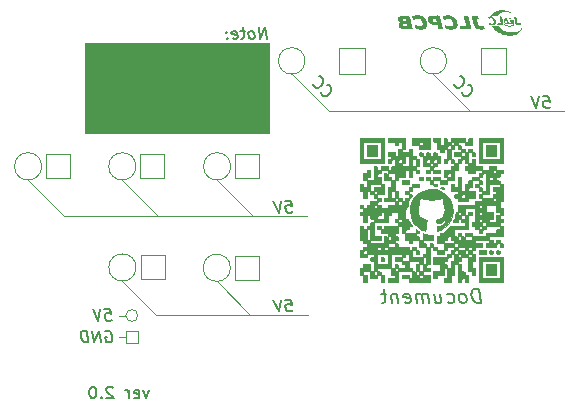
<source format=gbr>
%TF.GenerationSoftware,KiCad,Pcbnew,7.0.1*%
%TF.CreationDate,2023-03-31T01:00:54+09:00*%
%TF.ProjectId,USB_JST-XH_Converter,5553425f-4a53-4542-9d58-485f436f6e76,rev?*%
%TF.SameCoordinates,Original*%
%TF.FileFunction,Legend,Bot*%
%TF.FilePolarity,Positive*%
%FSLAX46Y46*%
G04 Gerber Fmt 4.6, Leading zero omitted, Abs format (unit mm)*
G04 Created by KiCad (PCBNEW 7.0.1) date 2023-03-31 01:00:54*
%MOMM*%
%LPD*%
G01*
G04 APERTURE LIST*
%ADD10C,0.100000*%
%ADD11C,0.120000*%
%ADD12C,0.150000*%
%ADD13C,0.200000*%
%ADD14C,0.010000*%
G04 APERTURE END LIST*
D10*
X145097500Y-99060000D02*
X129540000Y-99060000D01*
X129540000Y-91440000D01*
X145097500Y-91440000D01*
X145097500Y-99060000D01*
G36*
X145097500Y-99060000D02*
G01*
X129540000Y-99060000D01*
X129540000Y-91440000D01*
X145097500Y-91440000D01*
X145097500Y-99060000D01*
G37*
D11*
X165150000Y-91850000D02*
X163050000Y-91850000D01*
X144246600Y-111455200D02*
X144246600Y-109423200D01*
X144246600Y-109423200D02*
X142214600Y-109423200D01*
X142214600Y-109423200D02*
X142214600Y-111455200D01*
X142214600Y-111455200D02*
X144246600Y-111455200D01*
X134000000Y-115788440D02*
X133000000Y-115788440D01*
X133000000Y-114490120D02*
X132400560Y-114490120D01*
X159031100Y-94047865D02*
X162170000Y-97180000D01*
X136271000Y-109397800D02*
X134239000Y-109397800D01*
X142240000Y-100838000D02*
X142240000Y-102870000D01*
X133000000Y-116819680D02*
X134000000Y-116819680D01*
X134239000Y-109397800D02*
X134239000Y-111429800D01*
X125864034Y-101854000D02*
G75*
G03*
X125864034Y-101854000I-1150034J0D01*
G01*
X163050000Y-91850000D02*
X163050000Y-94000000D01*
X133851134Y-110418600D02*
G75*
G03*
X133851134Y-110418600I-1150034J0D01*
G01*
X163050000Y-94000000D02*
X165150000Y-94000000D01*
X151050000Y-91850000D02*
X151050000Y-94000000D01*
X133841134Y-101854000D02*
G75*
G03*
X133841134Y-101854000I-1150034J0D01*
G01*
X136245600Y-102882700D02*
X136245600Y-100850700D01*
X160150365Y-92928600D02*
G75*
G03*
X160150365Y-92928600I-1119265J0D01*
G01*
X147031100Y-94047600D02*
X150160000Y-97180000D01*
X132701100Y-111568634D02*
X135584866Y-114452400D01*
X127793067Y-106083100D02*
X148336000Y-106083100D01*
X134000000Y-114487960D02*
G75*
G03*
X134000000Y-114487960I-500000J0D01*
G01*
X134239000Y-111429800D02*
X136271000Y-111429800D01*
X150170000Y-97189880D02*
X170053000Y-97189880D01*
X126238000Y-100838000D02*
X126238000Y-102870000D01*
X140691100Y-111598634D02*
X143544866Y-114452400D01*
X135584866Y-114452400D02*
X148386800Y-114452400D01*
X126238000Y-102870000D02*
X128270000Y-102870000D01*
X165150000Y-94000000D02*
X165150000Y-91850000D01*
X144272000Y-102870000D02*
X144272000Y-100838000D01*
X136271000Y-111429800D02*
X136271000Y-109397800D01*
X132691100Y-103004034D02*
X135757466Y-106070400D01*
X136245600Y-100850700D02*
X134213600Y-100850700D01*
X128270000Y-102870000D02*
X128270000Y-100838000D01*
X132974080Y-116288440D02*
X132374640Y-116288440D01*
X144272000Y-100838000D02*
X142240000Y-100838000D01*
X153200000Y-91850000D02*
X151050000Y-91850000D01*
X124714000Y-103004033D02*
X127793067Y-106083100D01*
X142240000Y-102870000D02*
X144272000Y-102870000D01*
X153200000Y-94000000D02*
X153200000Y-91850000D01*
X141866034Y-101854000D02*
G75*
G03*
X141866034Y-101854000I-1150034J0D01*
G01*
X133000000Y-115788440D02*
X133000000Y-116788440D01*
X140716000Y-103004034D02*
X143782366Y-106070400D01*
X134213600Y-100850700D02*
X134213600Y-102882700D01*
X134213600Y-102882700D02*
X136245600Y-102882700D01*
X151050000Y-94000000D02*
X153200000Y-94000000D01*
X134000000Y-116819680D02*
X134000000Y-115788440D01*
X148150100Y-92928600D02*
G75*
G03*
X148150100Y-92928600I-1119000J0D01*
G01*
X141841134Y-110448600D02*
G75*
G03*
X141841134Y-110448600I-1150034J0D01*
G01*
X128270000Y-100838000D02*
X126238000Y-100838000D01*
D12*
X149548691Y-95585246D02*
X149552900Y-95656799D01*
X149552900Y-95656799D02*
X149624453Y-95795695D01*
X149624453Y-95795695D02*
X149691796Y-95863038D01*
X149691796Y-95863038D02*
X149822274Y-95926173D01*
X149822274Y-95926173D02*
X149948543Y-95917755D01*
X149948543Y-95917755D02*
X150041141Y-95875665D01*
X150041141Y-95875665D02*
X150192664Y-95757814D01*
X150192664Y-95757814D02*
X150281052Y-95644172D01*
X150281052Y-95644172D02*
X150365231Y-95458977D01*
X150365231Y-95458977D02*
X150390485Y-95349544D01*
X150390485Y-95349544D02*
X150382067Y-95206439D01*
X150382067Y-95206439D02*
X150310515Y-95067543D01*
X150310515Y-95067543D02*
X150243171Y-95000200D01*
X150243171Y-95000200D02*
X150112693Y-94937065D01*
X150112693Y-94937065D02*
X150049559Y-94941274D01*
X148845793Y-94882348D02*
X148850002Y-94953901D01*
X148850002Y-94953901D02*
X148921555Y-95092797D01*
X148921555Y-95092797D02*
X148988898Y-95160140D01*
X148988898Y-95160140D02*
X149119376Y-95223275D01*
X149119376Y-95223275D02*
X149245645Y-95214857D01*
X149245645Y-95214857D02*
X149338243Y-95172767D01*
X149338243Y-95172767D02*
X149489765Y-95054916D01*
X149489765Y-95054916D02*
X149578154Y-94941274D01*
X149578154Y-94941274D02*
X149662333Y-94756079D01*
X149662333Y-94756079D02*
X149687587Y-94646646D01*
X149687587Y-94646646D02*
X149679169Y-94503541D01*
X149679169Y-94503541D02*
X149607617Y-94364645D01*
X149607617Y-94364645D02*
X149540273Y-94297302D01*
X149540273Y-94297302D02*
X149409795Y-94234167D01*
X149409795Y-94234167D02*
X149346660Y-94238376D01*
X146471075Y-113140319D02*
X146947266Y-113140319D01*
X146947266Y-113140319D02*
X147054409Y-113616509D01*
X147054409Y-113616509D02*
X147000837Y-113568890D01*
X147000837Y-113568890D02*
X146899647Y-113521271D01*
X146899647Y-113521271D02*
X146661551Y-113521271D01*
X146661551Y-113521271D02*
X146572266Y-113568890D01*
X146572266Y-113568890D02*
X146530599Y-113616509D01*
X146530599Y-113616509D02*
X146494885Y-113711747D01*
X146494885Y-113711747D02*
X146524647Y-113949842D01*
X146524647Y-113949842D02*
X146584170Y-114045080D01*
X146584170Y-114045080D02*
X146637742Y-114092700D01*
X146637742Y-114092700D02*
X146738932Y-114140319D01*
X146738932Y-114140319D02*
X146977028Y-114140319D01*
X146977028Y-114140319D02*
X147066313Y-114092700D01*
X147066313Y-114092700D02*
X147107980Y-114045080D01*
X146143694Y-113140319D02*
X145935360Y-114140319D01*
X145935360Y-114140319D02*
X145477027Y-113140319D01*
X131165035Y-113925179D02*
X131641226Y-113925179D01*
X131641226Y-113925179D02*
X131748369Y-114401369D01*
X131748369Y-114401369D02*
X131694797Y-114353750D01*
X131694797Y-114353750D02*
X131593607Y-114306131D01*
X131593607Y-114306131D02*
X131355511Y-114306131D01*
X131355511Y-114306131D02*
X131266226Y-114353750D01*
X131266226Y-114353750D02*
X131224559Y-114401369D01*
X131224559Y-114401369D02*
X131188845Y-114496607D01*
X131188845Y-114496607D02*
X131218607Y-114734702D01*
X131218607Y-114734702D02*
X131278130Y-114829940D01*
X131278130Y-114829940D02*
X131331702Y-114877560D01*
X131331702Y-114877560D02*
X131432892Y-114925179D01*
X131432892Y-114925179D02*
X131670988Y-114925179D01*
X131670988Y-114925179D02*
X131760273Y-114877560D01*
X131760273Y-114877560D02*
X131801940Y-114829940D01*
X130837654Y-113925179D02*
X130629320Y-114925179D01*
X130629320Y-114925179D02*
X130170987Y-113925179D01*
X146471075Y-104771019D02*
X146947266Y-104771019D01*
X146947266Y-104771019D02*
X147054409Y-105247209D01*
X147054409Y-105247209D02*
X147000837Y-105199590D01*
X147000837Y-105199590D02*
X146899647Y-105151971D01*
X146899647Y-105151971D02*
X146661551Y-105151971D01*
X146661551Y-105151971D02*
X146572266Y-105199590D01*
X146572266Y-105199590D02*
X146530599Y-105247209D01*
X146530599Y-105247209D02*
X146494885Y-105342447D01*
X146494885Y-105342447D02*
X146524647Y-105580542D01*
X146524647Y-105580542D02*
X146584170Y-105675780D01*
X146584170Y-105675780D02*
X146637742Y-105723400D01*
X146637742Y-105723400D02*
X146738932Y-105771019D01*
X146738932Y-105771019D02*
X146977028Y-105771019D01*
X146977028Y-105771019D02*
X147066313Y-105723400D01*
X147066313Y-105723400D02*
X147107980Y-105675780D01*
X146143694Y-104771019D02*
X145935360Y-105771019D01*
X145935360Y-105771019D02*
X145477027Y-104771019D01*
X134957618Y-120835952D02*
X134719523Y-121502619D01*
X134719523Y-121502619D02*
X134481428Y-120835952D01*
X133719523Y-121455000D02*
X133814761Y-121502619D01*
X133814761Y-121502619D02*
X134005237Y-121502619D01*
X134005237Y-121502619D02*
X134100475Y-121455000D01*
X134100475Y-121455000D02*
X134148094Y-121359761D01*
X134148094Y-121359761D02*
X134148094Y-120978809D01*
X134148094Y-120978809D02*
X134100475Y-120883571D01*
X134100475Y-120883571D02*
X134005237Y-120835952D01*
X134005237Y-120835952D02*
X133814761Y-120835952D01*
X133814761Y-120835952D02*
X133719523Y-120883571D01*
X133719523Y-120883571D02*
X133671904Y-120978809D01*
X133671904Y-120978809D02*
X133671904Y-121074047D01*
X133671904Y-121074047D02*
X134148094Y-121169285D01*
X133243332Y-121502619D02*
X133243332Y-120835952D01*
X133243332Y-121026428D02*
X133195713Y-120931190D01*
X133195713Y-120931190D02*
X133148094Y-120883571D01*
X133148094Y-120883571D02*
X133052856Y-120835952D01*
X133052856Y-120835952D02*
X132957618Y-120835952D01*
X131909998Y-120597857D02*
X131862379Y-120550238D01*
X131862379Y-120550238D02*
X131767141Y-120502619D01*
X131767141Y-120502619D02*
X131529046Y-120502619D01*
X131529046Y-120502619D02*
X131433808Y-120550238D01*
X131433808Y-120550238D02*
X131386189Y-120597857D01*
X131386189Y-120597857D02*
X131338570Y-120693095D01*
X131338570Y-120693095D02*
X131338570Y-120788333D01*
X131338570Y-120788333D02*
X131386189Y-120931190D01*
X131386189Y-120931190D02*
X131957617Y-121502619D01*
X131957617Y-121502619D02*
X131338570Y-121502619D01*
X130909998Y-121407380D02*
X130862379Y-121455000D01*
X130862379Y-121455000D02*
X130909998Y-121502619D01*
X130909998Y-121502619D02*
X130957617Y-121455000D01*
X130957617Y-121455000D02*
X130909998Y-121407380D01*
X130909998Y-121407380D02*
X130909998Y-121502619D01*
X130243332Y-120502619D02*
X130148094Y-120502619D01*
X130148094Y-120502619D02*
X130052856Y-120550238D01*
X130052856Y-120550238D02*
X130005237Y-120597857D01*
X130005237Y-120597857D02*
X129957618Y-120693095D01*
X129957618Y-120693095D02*
X129909999Y-120883571D01*
X129909999Y-120883571D02*
X129909999Y-121121666D01*
X129909999Y-121121666D02*
X129957618Y-121312142D01*
X129957618Y-121312142D02*
X130005237Y-121407380D01*
X130005237Y-121407380D02*
X130052856Y-121455000D01*
X130052856Y-121455000D02*
X130148094Y-121502619D01*
X130148094Y-121502619D02*
X130243332Y-121502619D01*
X130243332Y-121502619D02*
X130338570Y-121455000D01*
X130338570Y-121455000D02*
X130386189Y-121407380D01*
X130386189Y-121407380D02*
X130433808Y-121312142D01*
X130433808Y-121312142D02*
X130481427Y-121121666D01*
X130481427Y-121121666D02*
X130481427Y-120883571D01*
X130481427Y-120883571D02*
X130433808Y-120693095D01*
X130433808Y-120693095D02*
X130386189Y-120597857D01*
X130386189Y-120597857D02*
X130338570Y-120550238D01*
X130338570Y-120550238D02*
X130243332Y-120502619D01*
X161486691Y-95585246D02*
X161490900Y-95656799D01*
X161490900Y-95656799D02*
X161562453Y-95795695D01*
X161562453Y-95795695D02*
X161629796Y-95863038D01*
X161629796Y-95863038D02*
X161760274Y-95926173D01*
X161760274Y-95926173D02*
X161886543Y-95917755D01*
X161886543Y-95917755D02*
X161979141Y-95875665D01*
X161979141Y-95875665D02*
X162130664Y-95757814D01*
X162130664Y-95757814D02*
X162219052Y-95644172D01*
X162219052Y-95644172D02*
X162303231Y-95458977D01*
X162303231Y-95458977D02*
X162328485Y-95349544D01*
X162328485Y-95349544D02*
X162320067Y-95206439D01*
X162320067Y-95206439D02*
X162248515Y-95067543D01*
X162248515Y-95067543D02*
X162181171Y-95000200D01*
X162181171Y-95000200D02*
X162050693Y-94937065D01*
X162050693Y-94937065D02*
X161987559Y-94941274D01*
X160783793Y-94882348D02*
X160788002Y-94953901D01*
X160788002Y-94953901D02*
X160859555Y-95092797D01*
X160859555Y-95092797D02*
X160926898Y-95160140D01*
X160926898Y-95160140D02*
X161057376Y-95223275D01*
X161057376Y-95223275D02*
X161183645Y-95214857D01*
X161183645Y-95214857D02*
X161276243Y-95172767D01*
X161276243Y-95172767D02*
X161427765Y-95054916D01*
X161427765Y-95054916D02*
X161516154Y-94941274D01*
X161516154Y-94941274D02*
X161600333Y-94756079D01*
X161600333Y-94756079D02*
X161625587Y-94646646D01*
X161625587Y-94646646D02*
X161617169Y-94503541D01*
X161617169Y-94503541D02*
X161545617Y-94364645D01*
X161545617Y-94364645D02*
X161478273Y-94297302D01*
X161478273Y-94297302D02*
X161347795Y-94234167D01*
X161347795Y-94234167D02*
X161284660Y-94238376D01*
X168289675Y-95906419D02*
X168765866Y-95906419D01*
X168765866Y-95906419D02*
X168873009Y-96382609D01*
X168873009Y-96382609D02*
X168819437Y-96334990D01*
X168819437Y-96334990D02*
X168718247Y-96287371D01*
X168718247Y-96287371D02*
X168480151Y-96287371D01*
X168480151Y-96287371D02*
X168390866Y-96334990D01*
X168390866Y-96334990D02*
X168349199Y-96382609D01*
X168349199Y-96382609D02*
X168313485Y-96477847D01*
X168313485Y-96477847D02*
X168343247Y-96715942D01*
X168343247Y-96715942D02*
X168402770Y-96811180D01*
X168402770Y-96811180D02*
X168456342Y-96858800D01*
X168456342Y-96858800D02*
X168557532Y-96906419D01*
X168557532Y-96906419D02*
X168795628Y-96906419D01*
X168795628Y-96906419D02*
X168884913Y-96858800D01*
X168884913Y-96858800D02*
X168926580Y-96811180D01*
X167962294Y-95906419D02*
X167753960Y-96906419D01*
X167753960Y-96906419D02*
X167295627Y-95906419D01*
X144937547Y-91077119D02*
X144812547Y-90077119D01*
X144812547Y-90077119D02*
X144366118Y-91077119D01*
X144366118Y-91077119D02*
X144241118Y-90077119D01*
X143753023Y-91077119D02*
X143842308Y-91029500D01*
X143842308Y-91029500D02*
X143883975Y-90981880D01*
X143883975Y-90981880D02*
X143919689Y-90886642D01*
X143919689Y-90886642D02*
X143883975Y-90600928D01*
X143883975Y-90600928D02*
X143824451Y-90505690D01*
X143824451Y-90505690D02*
X143770880Y-90458071D01*
X143770880Y-90458071D02*
X143669689Y-90410452D01*
X143669689Y-90410452D02*
X143526832Y-90410452D01*
X143526832Y-90410452D02*
X143437546Y-90458071D01*
X143437546Y-90458071D02*
X143395880Y-90505690D01*
X143395880Y-90505690D02*
X143360165Y-90600928D01*
X143360165Y-90600928D02*
X143395880Y-90886642D01*
X143395880Y-90886642D02*
X143455403Y-90981880D01*
X143455403Y-90981880D02*
X143508975Y-91029500D01*
X143508975Y-91029500D02*
X143610165Y-91077119D01*
X143610165Y-91077119D02*
X143753023Y-91077119D01*
X143056593Y-90410452D02*
X142675641Y-90410452D01*
X142872070Y-90077119D02*
X142979213Y-90934261D01*
X142979213Y-90934261D02*
X142943498Y-91029500D01*
X142943498Y-91029500D02*
X142854213Y-91077119D01*
X142854213Y-91077119D02*
X142758974Y-91077119D01*
X142044689Y-91029500D02*
X142145879Y-91077119D01*
X142145879Y-91077119D02*
X142336356Y-91077119D01*
X142336356Y-91077119D02*
X142425641Y-91029500D01*
X142425641Y-91029500D02*
X142461356Y-90934261D01*
X142461356Y-90934261D02*
X142413737Y-90553309D01*
X142413737Y-90553309D02*
X142354213Y-90458071D01*
X142354213Y-90458071D02*
X142253022Y-90410452D01*
X142253022Y-90410452D02*
X142062546Y-90410452D01*
X142062546Y-90410452D02*
X141973260Y-90458071D01*
X141973260Y-90458071D02*
X141937546Y-90553309D01*
X141937546Y-90553309D02*
X141949451Y-90648547D01*
X141949451Y-90648547D02*
X142437546Y-90743785D01*
X141568499Y-90981880D02*
X141526832Y-91029500D01*
X141526832Y-91029500D02*
X141580404Y-91077119D01*
X141580404Y-91077119D02*
X141622070Y-91029500D01*
X141622070Y-91029500D02*
X141568499Y-90981880D01*
X141568499Y-90981880D02*
X141580404Y-91077119D01*
X141503023Y-90458071D02*
X141461356Y-90505690D01*
X141461356Y-90505690D02*
X141514927Y-90553309D01*
X141514927Y-90553309D02*
X141556594Y-90505690D01*
X141556594Y-90505690D02*
X141503023Y-90458071D01*
X141503023Y-90458071D02*
X141514927Y-90553309D01*
D13*
X163022856Y-113425142D02*
X162872856Y-112225142D01*
X162872856Y-112225142D02*
X162587142Y-112225142D01*
X162587142Y-112225142D02*
X162422856Y-112282285D01*
X162422856Y-112282285D02*
X162322856Y-112396571D01*
X162322856Y-112396571D02*
X162279999Y-112510857D01*
X162279999Y-112510857D02*
X162251428Y-112739428D01*
X162251428Y-112739428D02*
X162272856Y-112910857D01*
X162272856Y-112910857D02*
X162358570Y-113139428D01*
X162358570Y-113139428D02*
X162429999Y-113253714D01*
X162429999Y-113253714D02*
X162558570Y-113368000D01*
X162558570Y-113368000D02*
X162737142Y-113425142D01*
X162737142Y-113425142D02*
X163022856Y-113425142D01*
X161658571Y-113425142D02*
X161765713Y-113368000D01*
X161765713Y-113368000D02*
X161815713Y-113310857D01*
X161815713Y-113310857D02*
X161858571Y-113196571D01*
X161858571Y-113196571D02*
X161815713Y-112853714D01*
X161815713Y-112853714D02*
X161744285Y-112739428D01*
X161744285Y-112739428D02*
X161679999Y-112682285D01*
X161679999Y-112682285D02*
X161558571Y-112625142D01*
X161558571Y-112625142D02*
X161387142Y-112625142D01*
X161387142Y-112625142D02*
X161279999Y-112682285D01*
X161279999Y-112682285D02*
X161229999Y-112739428D01*
X161229999Y-112739428D02*
X161187142Y-112853714D01*
X161187142Y-112853714D02*
X161229999Y-113196571D01*
X161229999Y-113196571D02*
X161301428Y-113310857D01*
X161301428Y-113310857D02*
X161365713Y-113368000D01*
X161365713Y-113368000D02*
X161487142Y-113425142D01*
X161487142Y-113425142D02*
X161658571Y-113425142D01*
X160230000Y-113368000D02*
X160351428Y-113425142D01*
X160351428Y-113425142D02*
X160580000Y-113425142D01*
X160580000Y-113425142D02*
X160687142Y-113368000D01*
X160687142Y-113368000D02*
X160737142Y-113310857D01*
X160737142Y-113310857D02*
X160780000Y-113196571D01*
X160780000Y-113196571D02*
X160737142Y-112853714D01*
X160737142Y-112853714D02*
X160665714Y-112739428D01*
X160665714Y-112739428D02*
X160601428Y-112682285D01*
X160601428Y-112682285D02*
X160480000Y-112625142D01*
X160480000Y-112625142D02*
X160251428Y-112625142D01*
X160251428Y-112625142D02*
X160144285Y-112682285D01*
X159115713Y-112625142D02*
X159215713Y-113425142D01*
X159629999Y-112625142D02*
X159708571Y-113253714D01*
X159708571Y-113253714D02*
X159665713Y-113368000D01*
X159665713Y-113368000D02*
X159558571Y-113425142D01*
X159558571Y-113425142D02*
X159387142Y-113425142D01*
X159387142Y-113425142D02*
X159265713Y-113368000D01*
X159265713Y-113368000D02*
X159201428Y-113310857D01*
X158651428Y-113425142D02*
X158551428Y-112625142D01*
X158565714Y-112739428D02*
X158501428Y-112682285D01*
X158501428Y-112682285D02*
X158380000Y-112625142D01*
X158380000Y-112625142D02*
X158208571Y-112625142D01*
X158208571Y-112625142D02*
X158101428Y-112682285D01*
X158101428Y-112682285D02*
X158058571Y-112796571D01*
X158058571Y-112796571D02*
X158137142Y-113425142D01*
X158058571Y-112796571D02*
X157987142Y-112682285D01*
X157987142Y-112682285D02*
X157865714Y-112625142D01*
X157865714Y-112625142D02*
X157694285Y-112625142D01*
X157694285Y-112625142D02*
X157587142Y-112682285D01*
X157587142Y-112682285D02*
X157544285Y-112796571D01*
X157544285Y-112796571D02*
X157622857Y-113425142D01*
X156594285Y-113368000D02*
X156715714Y-113425142D01*
X156715714Y-113425142D02*
X156944285Y-113425142D01*
X156944285Y-113425142D02*
X157051428Y-113368000D01*
X157051428Y-113368000D02*
X157094285Y-113253714D01*
X157094285Y-113253714D02*
X157037143Y-112796571D01*
X157037143Y-112796571D02*
X156965714Y-112682285D01*
X156965714Y-112682285D02*
X156844285Y-112625142D01*
X156844285Y-112625142D02*
X156615714Y-112625142D01*
X156615714Y-112625142D02*
X156508571Y-112682285D01*
X156508571Y-112682285D02*
X156465714Y-112796571D01*
X156465714Y-112796571D02*
X156480000Y-112910857D01*
X156480000Y-112910857D02*
X157065714Y-113025142D01*
X155937142Y-112625142D02*
X156037142Y-113425142D01*
X155951428Y-112739428D02*
X155887142Y-112682285D01*
X155887142Y-112682285D02*
X155765714Y-112625142D01*
X155765714Y-112625142D02*
X155594285Y-112625142D01*
X155594285Y-112625142D02*
X155487142Y-112682285D01*
X155487142Y-112682285D02*
X155444285Y-112796571D01*
X155444285Y-112796571D02*
X155522856Y-113425142D01*
X155030000Y-112625142D02*
X154572857Y-112625142D01*
X154808571Y-112225142D02*
X154937143Y-113253714D01*
X154937143Y-113253714D02*
X154894285Y-113368000D01*
X154894285Y-113368000D02*
X154787143Y-113425142D01*
X154787143Y-113425142D02*
X154672857Y-113425142D01*
D12*
X131211121Y-115806678D02*
X131300406Y-115759059D01*
X131300406Y-115759059D02*
X131443263Y-115759059D01*
X131443263Y-115759059D02*
X131592073Y-115806678D01*
X131592073Y-115806678D02*
X131699216Y-115901916D01*
X131699216Y-115901916D02*
X131758740Y-115997154D01*
X131758740Y-115997154D02*
X131830168Y-116187630D01*
X131830168Y-116187630D02*
X131848025Y-116330487D01*
X131848025Y-116330487D02*
X131824216Y-116520963D01*
X131824216Y-116520963D02*
X131788501Y-116616201D01*
X131788501Y-116616201D02*
X131705168Y-116711440D01*
X131705168Y-116711440D02*
X131568263Y-116759059D01*
X131568263Y-116759059D02*
X131473025Y-116759059D01*
X131473025Y-116759059D02*
X131324216Y-116711440D01*
X131324216Y-116711440D02*
X131270644Y-116663820D01*
X131270644Y-116663820D02*
X131228978Y-116330487D01*
X131228978Y-116330487D02*
X131419454Y-116330487D01*
X130859930Y-116759059D02*
X130734930Y-115759059D01*
X130734930Y-115759059D02*
X130288501Y-116759059D01*
X130288501Y-116759059D02*
X130163501Y-115759059D01*
X129818263Y-116759059D02*
X129693263Y-115759059D01*
X129693263Y-115759059D02*
X129455167Y-115759059D01*
X129455167Y-115759059D02*
X129318263Y-115806678D01*
X129318263Y-115806678D02*
X129234929Y-115901916D01*
X129234929Y-115901916D02*
X129199215Y-115997154D01*
X129199215Y-115997154D02*
X129175406Y-116187630D01*
X129175406Y-116187630D02*
X129193263Y-116330487D01*
X129193263Y-116330487D02*
X129264691Y-116520963D01*
X129264691Y-116520963D02*
X129324215Y-116616201D01*
X129324215Y-116616201D02*
X129431358Y-116711440D01*
X129431358Y-116711440D02*
X129580167Y-116759059D01*
X129580167Y-116759059D02*
X129818263Y-116759059D01*
%TO.C,G\u002A\u002A\u002A*%
G36*
X164585461Y-90007864D02*
G01*
X164606721Y-90037633D01*
X164640354Y-90076833D01*
X164681874Y-90120597D01*
X164727273Y-90164868D01*
X164772539Y-90205589D01*
X164813663Y-90238704D01*
X164906382Y-90299785D01*
X165026520Y-90361768D01*
X165157076Y-90413628D01*
X165294958Y-90454856D01*
X165437072Y-90484946D01*
X165580328Y-90503388D01*
X165721633Y-90509675D01*
X165857893Y-90503298D01*
X165986017Y-90483750D01*
X166102913Y-90450523D01*
X166169017Y-90423335D01*
X166274271Y-90364513D01*
X166366778Y-90290724D01*
X166447646Y-90201014D01*
X166517985Y-90094434D01*
X166547945Y-90041635D01*
X166541718Y-90092032D01*
X166539143Y-90110610D01*
X166512319Y-90221129D01*
X166467134Y-90327581D01*
X166405122Y-90426925D01*
X166327818Y-90516115D01*
X166321555Y-90522190D01*
X166236106Y-90591363D01*
X166133664Y-90652271D01*
X166015817Y-90704206D01*
X165884154Y-90746458D01*
X165740262Y-90778319D01*
X165730289Y-90779942D01*
X165669243Y-90785952D01*
X165588516Y-90788654D01*
X165488278Y-90788043D01*
X165456453Y-90787307D01*
X165389210Y-90784858D01*
X165333006Y-90780960D01*
X165281352Y-90774920D01*
X165227759Y-90766046D01*
X165165738Y-90753646D01*
X165087529Y-90736083D01*
X164941709Y-90696195D01*
X164806124Y-90648505D01*
X164674515Y-90590941D01*
X164620051Y-90563744D01*
X164478400Y-90482276D01*
X164348707Y-90391585D01*
X164233611Y-90293634D01*
X164135756Y-90190388D01*
X164124335Y-90176610D01*
X164092576Y-90136769D01*
X164061010Y-90095298D01*
X164032125Y-90055664D01*
X164008411Y-90021335D01*
X163992357Y-89995777D01*
X163986452Y-89982456D01*
X163986998Y-89982067D01*
X164001007Y-89980479D01*
X164032071Y-89979056D01*
X164077676Y-89977854D01*
X164135306Y-89976927D01*
X164202446Y-89976330D01*
X164276581Y-89976120D01*
X164566709Y-89976120D01*
X164585461Y-90007864D01*
G37*
G36*
X162738279Y-89090888D02*
G01*
X162780411Y-89091359D01*
X162807602Y-89092136D01*
X162817246Y-89093204D01*
X162819178Y-89103823D01*
X162824580Y-89130221D01*
X162832616Y-89168339D01*
X162842444Y-89214150D01*
X162851946Y-89258858D01*
X162860098Y-89298754D01*
X162865614Y-89327548D01*
X162867643Y-89340948D01*
X162867623Y-89341208D01*
X162857389Y-89346420D01*
X162830947Y-89349919D01*
X162792048Y-89351199D01*
X162789675Y-89351200D01*
X162751579Y-89351864D01*
X162729385Y-89354396D01*
X162719055Y-89359740D01*
X162716550Y-89368838D01*
X162717016Y-89372863D01*
X162721409Y-89394856D01*
X162729840Y-89431963D01*
X162741579Y-89481106D01*
X162755897Y-89539206D01*
X162772064Y-89603183D01*
X162791458Y-89676967D01*
X162815441Y-89760855D01*
X162837484Y-89827977D01*
X162858332Y-89880134D01*
X162878727Y-89919128D01*
X162899410Y-89946760D01*
X162921125Y-89964832D01*
X162945100Y-89977093D01*
X163004204Y-89993690D01*
X163073834Y-89999113D01*
X163149701Y-89993208D01*
X163227518Y-89975822D01*
X163257017Y-89967832D01*
X163282510Y-89965264D01*
X163300960Y-89972388D01*
X163315211Y-89991706D01*
X163328102Y-90025714D01*
X163342477Y-90076913D01*
X163346953Y-90093969D01*
X163360551Y-90149565D01*
X163368134Y-90189751D01*
X163369961Y-90217494D01*
X163366293Y-90235761D01*
X163357387Y-90247519D01*
X163350209Y-90250915D01*
X163325021Y-90257174D01*
X163287900Y-90263251D01*
X163243994Y-90268207D01*
X163215847Y-90270276D01*
X163154619Y-90272901D01*
X163088924Y-90273874D01*
X163028856Y-90272973D01*
X162914817Y-90263403D01*
X162807236Y-90241095D01*
X162714534Y-90205926D01*
X162636052Y-90157484D01*
X162571129Y-90095355D01*
X162519107Y-90019125D01*
X162479326Y-89928381D01*
X162478796Y-89926835D01*
X162468507Y-89894101D01*
X162454945Y-89847179D01*
X162438764Y-89788657D01*
X162420618Y-89721125D01*
X162401161Y-89647172D01*
X162381048Y-89569386D01*
X162360932Y-89490357D01*
X162341469Y-89412674D01*
X162323311Y-89338925D01*
X162307114Y-89271699D01*
X162293531Y-89213586D01*
X162283217Y-89167174D01*
X162276826Y-89135052D01*
X162275012Y-89119809D01*
X162278000Y-89094175D01*
X162547623Y-89091491D01*
X162548337Y-89091483D01*
X162619634Y-89090934D01*
X162683818Y-89090741D01*
X162738279Y-89090888D01*
G37*
G36*
X160413133Y-89075394D02*
G01*
X160533712Y-89100913D01*
X160644773Y-89139374D01*
X160646878Y-89140282D01*
X160728798Y-89184027D01*
X160809254Y-89242021D01*
X160883614Y-89310041D01*
X160947250Y-89383865D01*
X160995530Y-89459271D01*
X161007343Y-89482858D01*
X161046724Y-89581616D01*
X161071897Y-89682229D01*
X161082902Y-89781968D01*
X161079779Y-89878100D01*
X161062566Y-89967895D01*
X161031303Y-90048621D01*
X160986030Y-90117545D01*
X160970167Y-90134699D01*
X160915105Y-90179214D01*
X160847076Y-90218062D01*
X160771272Y-90248576D01*
X160692885Y-90268090D01*
X160650633Y-90272895D01*
X160593074Y-90275933D01*
X160528400Y-90276938D01*
X160463231Y-90275917D01*
X160404185Y-90272875D01*
X160357881Y-90267817D01*
X160334014Y-90263139D01*
X160287746Y-90251764D01*
X160234928Y-90236849D01*
X160182949Y-90220397D01*
X160148813Y-90209084D01*
X160116289Y-90197641D01*
X160092872Y-90186256D01*
X160076047Y-90171710D01*
X160063296Y-90150787D01*
X160052104Y-90120268D01*
X160039954Y-90076936D01*
X160024329Y-90017573D01*
X160012502Y-89971899D01*
X160003545Y-89932839D01*
X159999602Y-89906857D01*
X160000194Y-89890590D01*
X160004843Y-89880680D01*
X160020873Y-89868925D01*
X160047678Y-89867172D01*
X160084560Y-89879243D01*
X160133446Y-89905513D01*
X160207018Y-89944845D01*
X160290438Y-89977896D01*
X160371349Y-89998407D01*
X160447562Y-90006351D01*
X160516884Y-90001703D01*
X160577124Y-89984436D01*
X160626091Y-89954522D01*
X160661594Y-89911935D01*
X160668958Y-89898289D01*
X160677514Y-89876855D01*
X160682370Y-89851947D01*
X160684423Y-89818010D01*
X160684569Y-89769493D01*
X160684139Y-89744639D01*
X160680882Y-89691327D01*
X160673730Y-89648212D01*
X160661680Y-89608223D01*
X160625808Y-89530136D01*
X160574778Y-89459479D01*
X160512078Y-89405187D01*
X160438119Y-89367532D01*
X160353315Y-89346784D01*
X160258078Y-89343214D01*
X160247724Y-89343822D01*
X160184704Y-89352252D01*
X160128462Y-89370008D01*
X160072970Y-89399546D01*
X160012201Y-89443320D01*
X160005044Y-89448907D01*
X159974812Y-89469680D01*
X159950839Y-89479196D01*
X159926699Y-89480226D01*
X159891728Y-89477191D01*
X159852891Y-89336080D01*
X159847337Y-89315778D01*
X159834198Y-89266725D01*
X159823585Y-89225628D01*
X159816470Y-89196305D01*
X159813825Y-89182574D01*
X159817521Y-89173947D01*
X159837624Y-89158267D01*
X159872391Y-89141020D01*
X159918623Y-89123276D01*
X159973121Y-89106105D01*
X160032689Y-89090577D01*
X160094127Y-89077761D01*
X160154238Y-89068726D01*
X160170216Y-89067036D01*
X160289735Y-89063780D01*
X160413133Y-89075394D01*
G37*
G36*
X157860703Y-89078525D02*
G01*
X157973821Y-89102480D01*
X158075465Y-89139054D01*
X158112573Y-89157114D01*
X158213998Y-89220395D01*
X158303916Y-89297831D01*
X158380346Y-89387226D01*
X158441306Y-89486383D01*
X158484817Y-89593104D01*
X158486075Y-89597181D01*
X158495629Y-89631689D01*
X158502025Y-89664829D01*
X158505838Y-89701977D01*
X158507644Y-89748512D01*
X158508018Y-89809810D01*
X158507912Y-89835135D01*
X158507022Y-89887709D01*
X158504801Y-89926670D01*
X158500696Y-89956714D01*
X158494155Y-89982540D01*
X158484628Y-90008844D01*
X158483915Y-90010615D01*
X158445289Y-90079969D01*
X158389964Y-90141892D01*
X158320611Y-90194354D01*
X158239899Y-90235325D01*
X158150500Y-90262776D01*
X158112029Y-90269089D01*
X158047771Y-90274746D01*
X157975317Y-90277124D01*
X157901384Y-90276195D01*
X157832683Y-90271932D01*
X157775930Y-90264307D01*
X157746447Y-90257901D01*
X157699003Y-90245513D01*
X157648718Y-90230548D01*
X157600071Y-90214506D01*
X157557539Y-90198884D01*
X157525600Y-90185182D01*
X157508734Y-90174897D01*
X157507794Y-90173697D01*
X157499935Y-90156669D01*
X157488538Y-90124949D01*
X157474985Y-90082593D01*
X157460656Y-90033659D01*
X157454759Y-90012157D01*
X157440105Y-89950216D01*
X157434621Y-89905566D01*
X157439135Y-89877302D01*
X157454472Y-89864521D01*
X157481458Y-89866319D01*
X157520922Y-89881791D01*
X157573688Y-89910035D01*
X157616916Y-89933904D01*
X157684392Y-89965521D01*
X157747155Y-89985983D01*
X157811419Y-89997111D01*
X157883397Y-90000722D01*
X157936361Y-89999545D01*
X157989328Y-89992849D01*
X158029576Y-89978976D01*
X158060981Y-89956464D01*
X158087416Y-89923856D01*
X158090249Y-89919466D01*
X158104636Y-89890681D01*
X158113256Y-89856496D01*
X158118077Y-89809572D01*
X158117701Y-89732023D01*
X158102111Y-89639719D01*
X158070594Y-89555837D01*
X158024188Y-89482362D01*
X157963928Y-89421278D01*
X157890850Y-89374567D01*
X157865447Y-89362796D01*
X157840036Y-89353951D01*
X157812531Y-89348926D01*
X157776913Y-89346677D01*
X157727167Y-89346159D01*
X157663020Y-89348056D01*
X157607106Y-89355628D01*
X157558770Y-89370943D01*
X157511670Y-89396060D01*
X157459462Y-89433037D01*
X157449103Y-89440866D01*
X157412916Y-89465424D01*
X157384818Y-89478424D01*
X157360024Y-89482231D01*
X157350203Y-89482087D01*
X157332154Y-89478557D01*
X157321949Y-89466140D01*
X157313701Y-89439393D01*
X157309236Y-89422473D01*
X157299141Y-89385116D01*
X157286484Y-89338932D01*
X157272995Y-89290263D01*
X157263022Y-89254093D01*
X157252842Y-89216137D01*
X157245915Y-89189042D01*
X157243357Y-89177075D01*
X157247716Y-89170833D01*
X157267711Y-89158066D01*
X157300361Y-89142543D01*
X157341733Y-89126076D01*
X157387890Y-89110479D01*
X157496404Y-89084197D01*
X157617604Y-89069201D01*
X157740500Y-89067371D01*
X157860703Y-89078525D01*
G37*
G36*
X161940320Y-89091140D02*
G01*
X161959288Y-89093383D01*
X161970307Y-89097318D01*
X161976344Y-89103273D01*
X161980366Y-89111575D01*
X161984072Y-89123361D01*
X161992333Y-89153020D01*
X162004375Y-89197902D01*
X162019644Y-89255837D01*
X162037588Y-89324653D01*
X162057654Y-89402179D01*
X162079291Y-89486244D01*
X162101944Y-89574678D01*
X162125063Y-89665308D01*
X162148094Y-89755965D01*
X162170485Y-89844477D01*
X162191683Y-89928672D01*
X162211136Y-90006381D01*
X162228291Y-90075432D01*
X162242595Y-90133654D01*
X162253497Y-90178875D01*
X162260443Y-90208926D01*
X162262881Y-90221634D01*
X162259909Y-90231976D01*
X162245242Y-90247455D01*
X162233348Y-90249819D01*
X162201500Y-90252187D01*
X162150913Y-90254179D01*
X162082343Y-90255776D01*
X161996547Y-90256963D01*
X161894281Y-90257722D01*
X161776302Y-90258035D01*
X161325001Y-90258342D01*
X161316716Y-90235663D01*
X161314218Y-90228110D01*
X161306274Y-90201034D01*
X161295795Y-90162948D01*
X161284373Y-90119569D01*
X161275430Y-90083080D01*
X161268385Y-90046505D01*
X161267155Y-90022892D01*
X161271322Y-90008696D01*
X161276180Y-90003469D01*
X161285040Y-89999290D01*
X161300169Y-89996072D01*
X161323880Y-89993647D01*
X161358490Y-89991850D01*
X161406312Y-89990514D01*
X161469664Y-89989470D01*
X161550859Y-89988554D01*
X161621861Y-89987580D01*
X161686011Y-89986192D01*
X161740465Y-89984489D01*
X161782609Y-89982569D01*
X161809825Y-89980532D01*
X161819498Y-89978475D01*
X161818561Y-89973767D01*
X161813306Y-89951602D01*
X161803875Y-89913212D01*
X161790776Y-89860634D01*
X161774520Y-89795902D01*
X161755617Y-89721051D01*
X161734577Y-89638117D01*
X161711910Y-89549136D01*
X161684654Y-89441674D01*
X161661846Y-89350127D01*
X161643782Y-89275479D01*
X161630176Y-89216443D01*
X161620741Y-89171731D01*
X161615192Y-89140059D01*
X161613245Y-89120138D01*
X161614613Y-89110683D01*
X161620872Y-89104640D01*
X161633105Y-89100022D01*
X161654067Y-89096691D01*
X161686616Y-89094346D01*
X161733610Y-89092689D01*
X161797904Y-89091417D01*
X161806057Y-89091287D01*
X161866672Y-89090420D01*
X161910437Y-89090262D01*
X161940320Y-89091140D01*
G37*
G36*
X159703521Y-89626082D02*
G01*
X159713504Y-89664344D01*
X159737073Y-89755080D01*
X159759940Y-89843531D01*
X159781553Y-89927576D01*
X159801358Y-90005089D01*
X159818803Y-90073949D01*
X159833334Y-90132032D01*
X159844398Y-90177215D01*
X159851442Y-90207374D01*
X159853913Y-90220386D01*
X159850703Y-90227374D01*
X159838074Y-90242503D01*
X159833070Y-90246405D01*
X159820287Y-90251397D01*
X159799268Y-90254826D01*
X159767032Y-90256953D01*
X159720603Y-90258038D01*
X159657000Y-90258342D01*
X159644853Y-90258337D01*
X159586138Y-90258051D01*
X159544073Y-90257106D01*
X159515671Y-90255201D01*
X159497947Y-90252034D01*
X159487914Y-90247302D01*
X159482585Y-90240703D01*
X159482176Y-90239863D01*
X159475850Y-90221932D01*
X159466081Y-90189247D01*
X159454124Y-90146172D01*
X159441237Y-90097072D01*
X159440820Y-90095439D01*
X159427667Y-90043970D01*
X159415463Y-89996289D01*
X159405551Y-89957643D01*
X159399277Y-89933282D01*
X159389485Y-89895485D01*
X159296375Y-89895485D01*
X159238572Y-89894204D01*
X159143595Y-89887315D01*
X159051971Y-89875283D01*
X158971968Y-89859037D01*
X158940832Y-89849958D01*
X158875015Y-89824687D01*
X158808153Y-89792337D01*
X158747213Y-89756444D01*
X158699156Y-89720543D01*
X158694927Y-89716746D01*
X158640800Y-89655041D01*
X158600900Y-89583612D01*
X158576038Y-89506103D01*
X158570650Y-89458319D01*
X158967661Y-89458319D01*
X158975221Y-89498075D01*
X158995990Y-89537006D01*
X159029774Y-89571932D01*
X159076381Y-89599668D01*
X159081701Y-89601732D01*
X159115140Y-89609915D01*
X159162174Y-89616562D01*
X159217495Y-89620873D01*
X159321910Y-89626082D01*
X159314855Y-89593961D01*
X159311787Y-89580853D01*
X159303646Y-89548131D01*
X159292721Y-89505573D01*
X159280505Y-89459039D01*
X159253210Y-89356239D01*
X159178105Y-89353091D01*
X159135358Y-89352333D01*
X159093088Y-89353368D01*
X159061638Y-89356007D01*
X159026154Y-89365931D01*
X158992935Y-89389065D01*
X158973501Y-89420922D01*
X158967661Y-89458319D01*
X158570650Y-89458319D01*
X158567024Y-89426159D01*
X158574668Y-89347425D01*
X158599781Y-89273546D01*
X158610630Y-89253213D01*
X158647122Y-89205037D01*
X158695684Y-89166232D01*
X158758870Y-89135050D01*
X158839232Y-89109745D01*
X158858834Y-89105203D01*
X158884700Y-89100685D01*
X158915413Y-89097079D01*
X158953525Y-89094240D01*
X159001588Y-89092025D01*
X159062154Y-89090290D01*
X159137774Y-89088892D01*
X159231001Y-89087687D01*
X159309151Y-89087008D01*
X159394800Y-89086867D01*
X159463583Y-89087530D01*
X159514680Y-89088980D01*
X159547271Y-89091200D01*
X159560536Y-89094175D01*
X159561086Y-89095274D01*
X159566077Y-89111021D01*
X159575345Y-89143593D01*
X159588337Y-89190866D01*
X159604499Y-89250718D01*
X159623278Y-89321026D01*
X159644121Y-89399665D01*
X159666475Y-89484514D01*
X159689787Y-89573448D01*
X159703521Y-89626082D01*
G37*
G36*
X157101527Y-89509949D02*
G01*
X157139407Y-89657719D01*
X157158320Y-89731533D01*
X157185974Y-89839711D01*
X157209123Y-89930824D01*
X157222760Y-89985134D01*
X157228101Y-90006406D01*
X157243242Y-90067989D01*
X157254878Y-90117109D01*
X157263345Y-90155296D01*
X157268974Y-90184086D01*
X157272101Y-90205011D01*
X157273058Y-90219605D01*
X157272179Y-90229401D01*
X157269798Y-90235932D01*
X157266249Y-90240732D01*
X157261029Y-90245716D01*
X157253836Y-90249821D01*
X157242762Y-90252991D01*
X157225770Y-90255303D01*
X157200828Y-90256840D01*
X157165901Y-90257680D01*
X157118955Y-90257903D01*
X157057954Y-90257588D01*
X156980866Y-90256817D01*
X156885656Y-90255669D01*
X156855513Y-90255286D01*
X156763930Y-90254000D01*
X156689351Y-90252650D01*
X156629332Y-90251094D01*
X156581431Y-90249186D01*
X156543203Y-90246785D01*
X156512204Y-90243745D01*
X156485990Y-90239924D01*
X156462117Y-90235177D01*
X156438142Y-90229362D01*
X156373258Y-90209679D01*
X156282879Y-90170120D01*
X156207235Y-90120711D01*
X156147730Y-90062436D01*
X156105763Y-89996278D01*
X156097664Y-89978003D01*
X156086644Y-89944485D01*
X156081264Y-89908074D01*
X156079897Y-89860207D01*
X156079964Y-89857269D01*
X156459723Y-89857269D01*
X156460930Y-89877526D01*
X156472982Y-89903715D01*
X156478406Y-89912673D01*
X156512333Y-89946706D01*
X156562716Y-89971218D01*
X156630446Y-89986678D01*
X156676499Y-89991977D01*
X156724308Y-89995105D01*
X156768749Y-89995954D01*
X156805655Y-89994555D01*
X156830856Y-89990938D01*
X156840183Y-89985134D01*
X156840089Y-89983333D01*
X156836951Y-89965460D01*
X156829162Y-89931557D01*
X156816452Y-89880499D01*
X156798551Y-89811160D01*
X156788379Y-89772192D01*
X156660570Y-89776762D01*
X156612993Y-89778928D01*
X156559876Y-89783526D01*
X156521691Y-89790747D01*
X156495376Y-89801554D01*
X156477868Y-89816906D01*
X156466104Y-89837765D01*
X156459723Y-89857269D01*
X156079964Y-89857269D01*
X156080627Y-89828311D01*
X156085936Y-89780654D01*
X156096737Y-89748310D01*
X156103193Y-89737785D01*
X156130029Y-89705475D01*
X156164790Y-89673209D01*
X156200274Y-89647967D01*
X156206178Y-89644061D01*
X156209293Y-89636739D01*
X156199412Y-89626868D01*
X156174112Y-89611027D01*
X156162314Y-89603830D01*
X156103555Y-89557975D01*
X156063046Y-89505198D01*
X156039606Y-89443503D01*
X156037779Y-89425933D01*
X156428623Y-89425933D01*
X156439760Y-89462759D01*
X156468572Y-89491775D01*
X156513836Y-89511583D01*
X156533808Y-89515864D01*
X156570241Y-89520239D01*
X156610931Y-89522419D01*
X156651015Y-89522440D01*
X156685630Y-89520344D01*
X156709913Y-89516167D01*
X156719000Y-89509949D01*
X156718981Y-89509474D01*
X156716208Y-89492916D01*
X156709683Y-89463333D01*
X156700739Y-89426794D01*
X156682709Y-89356239D01*
X156582537Y-89353687D01*
X156555941Y-89353214D01*
X156504484Y-89354486D01*
X156468927Y-89360093D01*
X156446390Y-89371171D01*
X156433991Y-89388857D01*
X156428848Y-89414285D01*
X156428623Y-89425933D01*
X156037779Y-89425933D01*
X156032055Y-89370895D01*
X156032857Y-89346671D01*
X156045033Y-89282942D01*
X156072902Y-89229517D01*
X156117805Y-89184371D01*
X156181079Y-89145480D01*
X156189762Y-89141196D01*
X156221091Y-89127012D01*
X156252306Y-89115633D01*
X156285939Y-89106785D01*
X156324524Y-89100194D01*
X156370592Y-89095586D01*
X156426678Y-89092688D01*
X156495315Y-89091225D01*
X156579035Y-89090924D01*
X156680371Y-89091511D01*
X156994945Y-89094175D01*
X157101527Y-89509949D01*
G37*
G36*
X165724881Y-89690812D02*
G01*
X165726910Y-89700741D01*
X165724131Y-89748789D01*
X165708076Y-89789804D01*
X165679040Y-89821512D01*
X165637318Y-89841640D01*
X165583205Y-89847915D01*
X165568317Y-89847029D01*
X165527630Y-89840708D01*
X165493367Y-89830639D01*
X165485972Y-89827586D01*
X165463660Y-89820163D01*
X165449470Y-89821670D01*
X165435247Y-89832347D01*
X165408539Y-89845096D01*
X165368200Y-89848492D01*
X165319291Y-89842661D01*
X165266090Y-89828452D01*
X165212875Y-89806720D01*
X165163923Y-89778314D01*
X165129707Y-89750603D01*
X165078329Y-89689815D01*
X165038567Y-89615061D01*
X165020456Y-89556934D01*
X165014949Y-89488006D01*
X165027759Y-89424930D01*
X165057995Y-89369235D01*
X165104766Y-89322451D01*
X165167181Y-89286109D01*
X165244349Y-89261738D01*
X165268418Y-89257317D01*
X165359847Y-89251679D01*
X165453122Y-89261716D01*
X165544801Y-89286031D01*
X165631446Y-89323229D01*
X165709618Y-89371912D01*
X165775878Y-89430687D01*
X165826785Y-89498155D01*
X165840335Y-89522894D01*
X165869166Y-89592070D01*
X165887820Y-89663907D01*
X165895653Y-89733836D01*
X165892023Y-89797288D01*
X165876286Y-89849694D01*
X165869410Y-89862824D01*
X165826861Y-89918264D01*
X165768432Y-89962846D01*
X165695571Y-89995667D01*
X165609728Y-90015823D01*
X165607902Y-90016089D01*
X165506607Y-90023970D01*
X165406942Y-90018927D01*
X165312209Y-90001785D01*
X165225710Y-89973369D01*
X165150745Y-89934506D01*
X165090617Y-89886021D01*
X165050774Y-89845088D01*
X165099140Y-89845088D01*
X165135905Y-89848575D01*
X165176275Y-89865572D01*
X165220178Y-89892598D01*
X165305110Y-89926443D01*
X165402292Y-89944740D01*
X165474486Y-89948723D01*
X165559938Y-89944155D01*
X165636163Y-89929470D01*
X165700097Y-89905310D01*
X165748677Y-89872314D01*
X165773342Y-89844187D01*
X165800066Y-89790834D01*
X165811068Y-89729826D01*
X165806642Y-89663841D01*
X165787083Y-89595559D01*
X165752683Y-89527657D01*
X165703738Y-89462815D01*
X165701227Y-89460057D01*
X165647327Y-89412986D01*
X165583459Y-89375772D01*
X165512887Y-89348691D01*
X165438877Y-89332018D01*
X165364692Y-89326029D01*
X165293599Y-89331001D01*
X165228861Y-89347210D01*
X165173744Y-89374930D01*
X165131512Y-89414440D01*
X165106348Y-89462690D01*
X165098155Y-89517055D01*
X165106409Y-89574006D01*
X165130238Y-89630469D01*
X165168767Y-89683373D01*
X165221123Y-89729645D01*
X165228568Y-89734752D01*
X165260898Y-89752926D01*
X165289214Y-89763133D01*
X165309297Y-89764251D01*
X165316929Y-89755155D01*
X165316518Y-89753102D01*
X165310353Y-89735828D01*
X165297932Y-89704905D01*
X165280731Y-89663947D01*
X165260230Y-89616564D01*
X165255250Y-89605205D01*
X165238749Y-89567511D01*
X165367349Y-89567511D01*
X165376010Y-89609881D01*
X165394364Y-89654414D01*
X165420682Y-89697043D01*
X165453236Y-89733698D01*
X165490297Y-89760313D01*
X165495929Y-89763056D01*
X165532673Y-89773152D01*
X165567640Y-89771659D01*
X165593391Y-89758693D01*
X165595913Y-89755856D01*
X165606473Y-89728713D01*
X165607100Y-89690812D01*
X165598746Y-89647464D01*
X165582359Y-89603985D01*
X165558889Y-89565687D01*
X165526774Y-89532585D01*
X165487285Y-89506585D01*
X165447498Y-89492966D01*
X165411447Y-89493047D01*
X165383164Y-89508149D01*
X165370109Y-89531373D01*
X165367349Y-89567511D01*
X165238749Y-89567511D01*
X165233553Y-89555642D01*
X165214056Y-89510996D01*
X165198728Y-89475782D01*
X165189539Y-89454512D01*
X165175547Y-89421754D01*
X165226079Y-89421754D01*
X165243204Y-89422219D01*
X165275223Y-89428064D01*
X165296943Y-89442087D01*
X165317276Y-89462419D01*
X165348233Y-89439567D01*
X165365694Y-89429128D01*
X165411752Y-89417109D01*
X165464535Y-89420021D01*
X165520435Y-89436961D01*
X165575841Y-89467026D01*
X165627144Y-89509313D01*
X165652643Y-89537127D01*
X165691461Y-89592637D01*
X165716119Y-89647932D01*
X165724881Y-89690812D01*
G37*
G36*
X165954448Y-89171912D02*
G01*
X166047683Y-89174810D01*
X166080404Y-89336080D01*
X166095443Y-89410180D01*
X166112095Y-89491863D01*
X166125640Y-89557314D01*
X166136602Y-89608534D01*
X166145502Y-89647525D01*
X166152861Y-89676288D01*
X166159200Y-89696824D01*
X166165041Y-89711136D01*
X166170905Y-89721224D01*
X166177314Y-89729090D01*
X166184789Y-89736735D01*
X166200729Y-89750630D01*
X166225210Y-89761601D01*
X166259570Y-89764453D01*
X166288738Y-89762698D01*
X166312639Y-89753943D01*
X166334944Y-89734215D01*
X166341162Y-89727855D01*
X166361361Y-89710814D01*
X166375559Y-89703977D01*
X166383182Y-89705850D01*
X166405675Y-89715777D01*
X166434998Y-89731160D01*
X166464902Y-89748479D01*
X166489137Y-89764217D01*
X166501453Y-89774854D01*
X166501965Y-89775810D01*
X166500796Y-89793539D01*
X166488328Y-89818663D01*
X166468015Y-89845603D01*
X166443308Y-89868783D01*
X166414820Y-89886244D01*
X166360183Y-89907060D01*
X166299667Y-89918093D01*
X166288554Y-89918744D01*
X166232564Y-89915825D01*
X166173265Y-89904937D01*
X166122055Y-89888011D01*
X166087234Y-89867578D01*
X166042639Y-89828647D01*
X166004366Y-89781791D01*
X165978564Y-89733624D01*
X165974152Y-89718569D01*
X165966106Y-89686012D01*
X165955535Y-89640273D01*
X165943134Y-89584638D01*
X165929596Y-89522393D01*
X165915613Y-89456821D01*
X165901880Y-89391209D01*
X165889089Y-89328841D01*
X165877934Y-89273004D01*
X165869107Y-89226981D01*
X165863303Y-89194059D01*
X165861214Y-89177522D01*
X165863994Y-89175549D01*
X165882291Y-89172805D01*
X165913919Y-89171503D01*
X165954448Y-89171912D01*
G37*
G36*
X163962093Y-89161631D02*
G01*
X164042589Y-89186439D01*
X164120503Y-89226819D01*
X164193178Y-89282487D01*
X164202494Y-89291208D01*
X164263041Y-89361741D01*
X164305691Y-89440507D01*
X164330926Y-89528646D01*
X164339230Y-89627300D01*
X164338663Y-89662065D01*
X164335187Y-89699560D01*
X164327217Y-89730342D01*
X164313248Y-89762237D01*
X164279049Y-89814455D01*
X164225986Y-89862469D01*
X164159993Y-89896245D01*
X164082763Y-89914664D01*
X164006181Y-89917529D01*
X163914894Y-89902743D01*
X163826023Y-89868078D01*
X163800556Y-89854859D01*
X163764774Y-89833972D01*
X163744964Y-89816441D01*
X163739479Y-89799167D01*
X163746674Y-89779051D01*
X163764901Y-89752993D01*
X163778767Y-89735013D01*
X163794639Y-89714402D01*
X163802182Y-89704563D01*
X163802578Y-89704333D01*
X163814483Y-89707532D01*
X163838847Y-89717975D01*
X163870979Y-89733678D01*
X163925568Y-89756215D01*
X163986494Y-89767773D01*
X164041363Y-89763260D01*
X164087829Y-89742924D01*
X164123547Y-89707012D01*
X164127376Y-89700509D01*
X164138828Y-89664020D01*
X164143622Y-89616196D01*
X164141867Y-89563177D01*
X164133677Y-89511104D01*
X164119163Y-89466116D01*
X164098377Y-89428087D01*
X164056409Y-89376858D01*
X164005684Y-89336586D01*
X163950248Y-89310243D01*
X163894147Y-89300802D01*
X163884252Y-89301375D01*
X163845001Y-89310418D01*
X163804359Y-89327266D01*
X163772993Y-89347782D01*
X163772740Y-89348010D01*
X163761896Y-89355484D01*
X163750355Y-89354927D01*
X163733341Y-89344537D01*
X163706080Y-89322509D01*
X163688808Y-89308001D01*
X163660155Y-89282785D01*
X163644908Y-89265432D01*
X163641591Y-89252486D01*
X163648724Y-89240487D01*
X163664832Y-89225980D01*
X163667451Y-89223802D01*
X163731695Y-89183480D01*
X163803989Y-89159867D01*
X163881674Y-89152678D01*
X163962093Y-89161631D01*
G37*
G36*
X164734845Y-89171912D02*
G01*
X164828079Y-89174810D01*
X164895503Y-89512469D01*
X164907319Y-89572029D01*
X164922420Y-89649337D01*
X164935853Y-89719478D01*
X164947150Y-89779935D01*
X164955842Y-89828189D01*
X164961461Y-89861723D01*
X164963538Y-89878019D01*
X164964151Y-89905910D01*
X164710055Y-89903217D01*
X164455959Y-89900524D01*
X164443714Y-89840048D01*
X164440343Y-89821749D01*
X164437059Y-89786883D01*
X164441352Y-89769493D01*
X164442798Y-89768564D01*
X164460481Y-89764892D01*
X164494159Y-89761995D01*
X164540447Y-89760095D01*
X164595964Y-89759413D01*
X164616530Y-89759354D01*
X164666125Y-89758694D01*
X164706828Y-89757416D01*
X164734883Y-89755665D01*
X164746535Y-89753587D01*
X164746703Y-89753226D01*
X164745825Y-89739873D01*
X164741381Y-89709678D01*
X164733824Y-89665210D01*
X164723606Y-89609042D01*
X164711178Y-89543743D01*
X164696994Y-89471884D01*
X164695400Y-89463940D01*
X164681092Y-89392104D01*
X164668241Y-89326683D01*
X164657356Y-89270344D01*
X164648949Y-89225757D01*
X164643531Y-89195590D01*
X164641611Y-89182510D01*
X164645569Y-89176326D01*
X164660372Y-89172496D01*
X164689105Y-89171141D01*
X164734845Y-89171912D01*
G37*
G36*
X165009469Y-88645869D02*
G01*
X165183180Y-88673091D01*
X165364283Y-88718610D01*
X165552623Y-88782423D01*
X165748045Y-88864525D01*
X165777576Y-88878166D01*
X165823413Y-88899752D01*
X165860539Y-88917760D01*
X165885736Y-88930618D01*
X165895781Y-88936750D01*
X165895387Y-88937181D01*
X165882814Y-88934773D01*
X165855467Y-88927175D01*
X165816675Y-88915350D01*
X165769769Y-88900264D01*
X165688125Y-88875051D01*
X165547218Y-88838928D01*
X165408784Y-88812423D01*
X165276321Y-88796040D01*
X165153327Y-88790283D01*
X165043298Y-88795654D01*
X164959205Y-88807357D01*
X164856330Y-88831313D01*
X164766005Y-88865896D01*
X164684660Y-88912902D01*
X164608726Y-88974123D01*
X164534633Y-89051355D01*
X164493170Y-89099215D01*
X164209003Y-89099215D01*
X163924836Y-89099215D01*
X163943045Y-89066816D01*
X163954577Y-89049575D01*
X163982453Y-89015729D01*
X164019587Y-88975676D01*
X164062094Y-88933249D01*
X164106089Y-88892283D01*
X164147686Y-88856611D01*
X164183000Y-88830065D01*
X164257228Y-88784326D01*
X164391651Y-88720014D01*
X164534241Y-88674016D01*
X164684844Y-88646328D01*
X164843305Y-88636947D01*
X165009469Y-88645869D01*
G37*
D14*
X164353334Y-111051000D02*
X163464334Y-111051000D01*
X163464334Y-110162000D01*
X164353334Y-110162000D01*
X164353334Y-111051000D01*
G36*
X164353334Y-111051000D02*
G01*
X163464334Y-111051000D01*
X163464334Y-110162000D01*
X164353334Y-110162000D01*
X164353334Y-111051000D01*
G37*
X164353334Y-100975666D02*
X163464334Y-100975666D01*
X163464334Y-100086666D01*
X164353334Y-100086666D01*
X164353334Y-100975666D01*
G36*
X164353334Y-100975666D02*
G01*
X163464334Y-100975666D01*
X163464334Y-100086666D01*
X164353334Y-100086666D01*
X164353334Y-100975666D01*
G37*
X163464334Y-109273000D02*
X162871667Y-109273000D01*
X162871667Y-108976666D01*
X163464334Y-108976666D01*
X163464334Y-109273000D01*
G36*
X163464334Y-109273000D02*
G01*
X162871667Y-109273000D01*
X162871667Y-108976666D01*
X163464334Y-108976666D01*
X163464334Y-109273000D01*
G37*
X162279000Y-107791333D02*
X161686334Y-107791333D01*
X161686334Y-107495000D01*
X162279000Y-107495000D01*
X162279000Y-107791333D01*
G36*
X162279000Y-107791333D02*
G01*
X161686334Y-107791333D01*
X161686334Y-107495000D01*
X162279000Y-107495000D01*
X162279000Y-107791333D01*
G37*
X161390000Y-100975666D02*
X160797334Y-100975666D01*
X160797334Y-100679333D01*
X161390000Y-100679333D01*
X161390000Y-100975666D01*
G36*
X161390000Y-100975666D02*
G01*
X160797334Y-100975666D01*
X160797334Y-100679333D01*
X161390000Y-100679333D01*
X161390000Y-100975666D01*
G37*
X160204667Y-103346333D02*
X159612000Y-103346333D01*
X159612000Y-103050000D01*
X160204667Y-103050000D01*
X160204667Y-103346333D01*
G36*
X160204667Y-103346333D02*
G01*
X159612000Y-103346333D01*
X159612000Y-103050000D01*
X160204667Y-103050000D01*
X160204667Y-103346333D01*
G37*
X157834000Y-110754666D02*
X157537667Y-110754666D01*
X157537667Y-110162000D01*
X157834000Y-110162000D01*
X157834000Y-110754666D01*
G36*
X157834000Y-110754666D02*
G01*
X157537667Y-110754666D01*
X157537667Y-110162000D01*
X157834000Y-110162000D01*
X157834000Y-110754666D01*
G37*
X156945000Y-103346333D02*
X156352334Y-103346333D01*
X156352334Y-103050000D01*
X156945000Y-103050000D01*
X156945000Y-103346333D01*
G36*
X156945000Y-103346333D02*
G01*
X156352334Y-103346333D01*
X156352334Y-103050000D01*
X156945000Y-103050000D01*
X156945000Y-103346333D01*
G37*
X156352334Y-109865666D02*
X155759667Y-109865666D01*
X155759667Y-109569333D01*
X156352334Y-109569333D01*
X156352334Y-109865666D01*
G36*
X156352334Y-109865666D02*
G01*
X155759667Y-109865666D01*
X155759667Y-109569333D01*
X156352334Y-109569333D01*
X156352334Y-109865666D01*
G37*
X154278000Y-100975666D02*
X153389000Y-100975666D01*
X153389000Y-100086666D01*
X154278000Y-100086666D01*
X154278000Y-100975666D01*
G36*
X154278000Y-100975666D02*
G01*
X153389000Y-100975666D01*
X153389000Y-100086666D01*
X154278000Y-100086666D01*
X154278000Y-100975666D01*
G37*
X164946000Y-109865666D02*
X164946000Y-111643666D01*
X162871667Y-111643666D01*
X162871667Y-111347333D01*
X163168000Y-111347333D01*
X164649667Y-111347333D01*
X164649667Y-109865666D01*
X163168000Y-109865666D01*
X163168000Y-111347333D01*
X162871667Y-111347333D01*
X162871667Y-109569333D01*
X164946000Y-109569333D01*
X164946000Y-109865666D01*
G36*
X164946000Y-109865666D02*
G01*
X164946000Y-111643666D01*
X162871667Y-111643666D01*
X162871667Y-111347333D01*
X163168000Y-111347333D01*
X164649667Y-111347333D01*
X164649667Y-109865666D01*
X163168000Y-109865666D01*
X163168000Y-111347333D01*
X162871667Y-111347333D01*
X162871667Y-109569333D01*
X164946000Y-109569333D01*
X164946000Y-109865666D01*
G37*
X164946000Y-99790333D02*
X164946000Y-101568333D01*
X162871667Y-101568333D01*
X162871667Y-101272000D01*
X163168000Y-101272000D01*
X164649667Y-101272000D01*
X164649667Y-99790333D01*
X163168000Y-99790333D01*
X163168000Y-101272000D01*
X162871667Y-101272000D01*
X162871667Y-99494000D01*
X164946000Y-99494000D01*
X164946000Y-99790333D01*
G36*
X164946000Y-99790333D02*
G01*
X164946000Y-101568333D01*
X162871667Y-101568333D01*
X162871667Y-101272000D01*
X163168000Y-101272000D01*
X164649667Y-101272000D01*
X164649667Y-99790333D01*
X163168000Y-99790333D01*
X163168000Y-101272000D01*
X162871667Y-101272000D01*
X162871667Y-99494000D01*
X164946000Y-99494000D01*
X164946000Y-99790333D01*
G37*
X158246750Y-107561801D02*
X158247537Y-107561978D01*
X158373081Y-107591523D01*
X158511334Y-107625872D01*
X158531271Y-107630624D01*
X158682588Y-107654323D01*
X158839417Y-107664097D01*
X159019334Y-107664333D01*
X159019334Y-108087666D01*
X158130334Y-108087666D01*
X158130334Y-107535720D01*
X158246750Y-107561801D01*
G36*
X158246750Y-107561801D02*
G01*
X158247537Y-107561978D01*
X158373081Y-107591523D01*
X158511334Y-107625872D01*
X158531271Y-107630624D01*
X158682588Y-107654323D01*
X158839417Y-107664097D01*
X159019334Y-107664333D01*
X159019334Y-108087666D01*
X158130334Y-108087666D01*
X158130334Y-107535720D01*
X158246750Y-107561801D01*
G37*
X154870667Y-99790333D02*
X154870667Y-101568333D01*
X152796334Y-101568333D01*
X152796334Y-101272000D01*
X153092667Y-101272000D01*
X154574334Y-101272000D01*
X154574334Y-99790333D01*
X153092667Y-99790333D01*
X153092667Y-101272000D01*
X152796334Y-101272000D01*
X152796334Y-99494000D01*
X154870667Y-99494000D01*
X154870667Y-99790333D01*
G36*
X154870667Y-99790333D02*
G01*
X154870667Y-101568333D01*
X152796334Y-101568333D01*
X152796334Y-101272000D01*
X153092667Y-101272000D01*
X154574334Y-101272000D01*
X154574334Y-99790333D01*
X153092667Y-99790333D01*
X153092667Y-101272000D01*
X152796334Y-101272000D01*
X152796334Y-99494000D01*
X154870667Y-99494000D01*
X154870667Y-99790333D01*
G37*
X159840272Y-103648386D02*
X159895196Y-103672959D01*
X159908334Y-103732516D01*
X159908294Y-103738968D01*
X159895813Y-103794249D01*
X159853137Y-103776557D01*
X159795631Y-103738713D01*
X159694387Y-103689390D01*
X159679263Y-103683294D01*
X159631320Y-103659536D01*
X159652104Y-103649007D01*
X159749584Y-103645350D01*
X159840272Y-103648386D01*
G36*
X159840272Y-103648386D02*
G01*
X159895196Y-103672959D01*
X159908334Y-103732516D01*
X159908294Y-103738968D01*
X159895813Y-103794249D01*
X159853137Y-103776557D01*
X159795631Y-103738713D01*
X159694387Y-103689390D01*
X159679263Y-103683294D01*
X159631320Y-103659536D01*
X159652104Y-103649007D01*
X159749584Y-103645350D01*
X159840272Y-103648386D01*
G37*
X164512778Y-108976685D02*
X164606141Y-108984801D01*
X164643114Y-109025527D01*
X164649667Y-109124833D01*
X164649649Y-109136111D01*
X164641533Y-109229473D01*
X164600806Y-109266446D01*
X164501500Y-109273000D01*
X164490223Y-109272981D01*
X164396860Y-109264865D01*
X164359887Y-109224139D01*
X164353334Y-109124833D01*
X164353352Y-109113555D01*
X164361468Y-109020193D01*
X164402195Y-108983219D01*
X164501500Y-108976666D01*
X164512778Y-108976685D01*
G36*
X164512778Y-108976685D02*
G01*
X164606141Y-108984801D01*
X164643114Y-109025527D01*
X164649667Y-109124833D01*
X164649649Y-109136111D01*
X164641533Y-109229473D01*
X164600806Y-109266446D01*
X164501500Y-109273000D01*
X164490223Y-109272981D01*
X164396860Y-109264865D01*
X164359887Y-109224139D01*
X164353334Y-109124833D01*
X164353352Y-109113555D01*
X164361468Y-109020193D01*
X164402195Y-108983219D01*
X164501500Y-108976666D01*
X164512778Y-108976685D01*
G37*
X163920112Y-108976685D02*
X164013474Y-108984801D01*
X164050447Y-109025527D01*
X164057000Y-109124833D01*
X164056982Y-109136111D01*
X164048866Y-109229473D01*
X164008140Y-109266446D01*
X163908834Y-109273000D01*
X163897556Y-109272981D01*
X163804194Y-109264865D01*
X163767220Y-109224139D01*
X163760667Y-109124833D01*
X163760686Y-109113555D01*
X163768802Y-109020193D01*
X163809528Y-108983219D01*
X163908834Y-108976666D01*
X163920112Y-108976685D01*
G36*
X163920112Y-108976685D02*
G01*
X164013474Y-108984801D01*
X164050447Y-109025527D01*
X164057000Y-109124833D01*
X164056982Y-109136111D01*
X164048866Y-109229473D01*
X164008140Y-109266446D01*
X163908834Y-109273000D01*
X163897556Y-109272981D01*
X163804194Y-109264865D01*
X163767220Y-109224139D01*
X163760667Y-109124833D01*
X163760686Y-109113555D01*
X163768802Y-109020193D01*
X163809528Y-108983219D01*
X163908834Y-108976666D01*
X163920112Y-108976685D01*
G37*
X162142112Y-105717018D02*
X162235474Y-105725134D01*
X162272447Y-105765860D01*
X162279000Y-105865166D01*
X162278982Y-105876444D01*
X162270866Y-105969806D01*
X162230140Y-106006780D01*
X162130834Y-106013333D01*
X162119556Y-106013314D01*
X162026194Y-106005198D01*
X161989220Y-105964472D01*
X161982667Y-105865166D01*
X161982686Y-105853888D01*
X161990802Y-105760526D01*
X162031528Y-105723553D01*
X162130834Y-105717000D01*
X162142112Y-105717018D01*
G36*
X162142112Y-105717018D02*
G01*
X162235474Y-105725134D01*
X162272447Y-105765860D01*
X162279000Y-105865166D01*
X162278982Y-105876444D01*
X162270866Y-105969806D01*
X162230140Y-106006780D01*
X162130834Y-106013333D01*
X162119556Y-106013314D01*
X162026194Y-106005198D01*
X161989220Y-105964472D01*
X161982667Y-105865166D01*
X161982686Y-105853888D01*
X161990802Y-105760526D01*
X162031528Y-105723553D01*
X162130834Y-105717000D01*
X162142112Y-105717018D01*
G37*
X161253112Y-107495018D02*
X161346474Y-107503134D01*
X161383447Y-107543860D01*
X161390000Y-107643166D01*
X161389982Y-107654444D01*
X161381866Y-107747806D01*
X161341140Y-107784780D01*
X161241834Y-107791333D01*
X161230556Y-107791314D01*
X161137194Y-107783198D01*
X161100220Y-107742472D01*
X161093667Y-107643166D01*
X161093686Y-107631888D01*
X161101802Y-107538526D01*
X161142528Y-107501553D01*
X161241834Y-107495000D01*
X161253112Y-107495018D01*
G36*
X161253112Y-107495018D02*
G01*
X161346474Y-107503134D01*
X161383447Y-107543860D01*
X161390000Y-107643166D01*
X161389982Y-107654444D01*
X161381866Y-107747806D01*
X161341140Y-107784780D01*
X161241834Y-107791333D01*
X161230556Y-107791314D01*
X161137194Y-107783198D01*
X161100220Y-107742472D01*
X161093667Y-107643166D01*
X161093686Y-107631888D01*
X161101802Y-107538526D01*
X161142528Y-107501553D01*
X161241834Y-107495000D01*
X161253112Y-107495018D01*
G37*
X160660445Y-100086685D02*
X160753807Y-100094801D01*
X160790781Y-100135527D01*
X160797334Y-100234833D01*
X160797315Y-100246111D01*
X160789199Y-100339473D01*
X160748473Y-100376446D01*
X160649167Y-100383000D01*
X160637889Y-100382981D01*
X160544527Y-100374865D01*
X160507554Y-100334139D01*
X160501000Y-100234833D01*
X160501019Y-100223555D01*
X160509135Y-100130193D01*
X160549861Y-100093219D01*
X160649167Y-100086666D01*
X160660445Y-100086685D01*
G36*
X160660445Y-100086685D02*
G01*
X160753807Y-100094801D01*
X160790781Y-100135527D01*
X160797334Y-100234833D01*
X160797315Y-100246111D01*
X160789199Y-100339473D01*
X160748473Y-100376446D01*
X160649167Y-100383000D01*
X160637889Y-100382981D01*
X160544527Y-100374865D01*
X160507554Y-100334139D01*
X160501000Y-100234833D01*
X160501019Y-100223555D01*
X160509135Y-100130193D01*
X160549861Y-100093219D01*
X160649167Y-100086666D01*
X160660445Y-100086685D01*
G37*
X157993445Y-102753685D02*
X158086807Y-102761801D01*
X158123781Y-102802527D01*
X158130334Y-102901833D01*
X158130315Y-102913111D01*
X158122199Y-103006473D01*
X158081473Y-103043446D01*
X157982167Y-103050000D01*
X157970889Y-103049981D01*
X157877527Y-103041865D01*
X157840554Y-103001139D01*
X157834000Y-102901833D01*
X157834019Y-102890555D01*
X157842135Y-102797193D01*
X157882861Y-102760219D01*
X157982167Y-102753666D01*
X157993445Y-102753685D01*
G36*
X157993445Y-102753685D02*
G01*
X158086807Y-102761801D01*
X158123781Y-102802527D01*
X158130334Y-102901833D01*
X158130315Y-102913111D01*
X158122199Y-103006473D01*
X158081473Y-103043446D01*
X157982167Y-103050000D01*
X157970889Y-103049981D01*
X157877527Y-103041865D01*
X157840554Y-103001139D01*
X157834000Y-102901833D01*
X157834019Y-102890555D01*
X157842135Y-102797193D01*
X157882861Y-102760219D01*
X157982167Y-102753666D01*
X157993445Y-102753685D01*
G37*
X155919112Y-110162018D02*
X156012474Y-110170134D01*
X156049447Y-110210860D01*
X156056000Y-110310166D01*
X156055982Y-110321444D01*
X156047866Y-110414806D01*
X156007140Y-110451780D01*
X155907834Y-110458333D01*
X155896556Y-110458314D01*
X155803194Y-110450198D01*
X155766220Y-110409472D01*
X155759667Y-110310166D01*
X155759686Y-110298888D01*
X155767802Y-110205526D01*
X155808528Y-110168553D01*
X155907834Y-110162000D01*
X155919112Y-110162018D01*
G36*
X155919112Y-110162018D02*
G01*
X156012474Y-110170134D01*
X156049447Y-110210860D01*
X156056000Y-110310166D01*
X156055982Y-110321444D01*
X156047866Y-110414806D01*
X156007140Y-110451780D01*
X155907834Y-110458333D01*
X155896556Y-110458314D01*
X155803194Y-110450198D01*
X155766220Y-110409472D01*
X155759667Y-110310166D01*
X155759686Y-110298888D01*
X155767802Y-110205526D01*
X155808528Y-110168553D01*
X155907834Y-110162000D01*
X155919112Y-110162018D01*
G37*
X155919112Y-106309685D02*
X156012474Y-106317801D01*
X156049447Y-106358527D01*
X156056000Y-106457833D01*
X156055982Y-106469111D01*
X156047866Y-106562473D01*
X156007140Y-106599446D01*
X155907834Y-106606000D01*
X155896556Y-106605981D01*
X155803194Y-106597865D01*
X155766220Y-106557139D01*
X155759667Y-106457833D01*
X155759686Y-106446555D01*
X155767802Y-106353193D01*
X155808528Y-106316219D01*
X155907834Y-106309666D01*
X155919112Y-106309685D01*
G36*
X155919112Y-106309685D02*
G01*
X156012474Y-106317801D01*
X156049447Y-106358527D01*
X156056000Y-106457833D01*
X156055982Y-106469111D01*
X156047866Y-106562473D01*
X156007140Y-106599446D01*
X155907834Y-106606000D01*
X155896556Y-106605981D01*
X155803194Y-106597865D01*
X155766220Y-106557139D01*
X155759667Y-106457833D01*
X155759686Y-106446555D01*
X155767802Y-106353193D01*
X155808528Y-106316219D01*
X155907834Y-106309666D01*
X155919112Y-106309685D01*
G37*
X155030112Y-102457351D02*
X155123474Y-102465467D01*
X155160447Y-102506194D01*
X155167000Y-102605500D01*
X155167019Y-102616777D01*
X155175135Y-102710140D01*
X155215861Y-102747113D01*
X155315167Y-102753666D01*
X155326445Y-102753685D01*
X155419807Y-102761801D01*
X155456781Y-102802527D01*
X155463334Y-102901833D01*
X155463334Y-103050000D01*
X154870667Y-103050000D01*
X154870667Y-102457333D01*
X155018834Y-102457333D01*
X155030112Y-102457351D01*
G36*
X155030112Y-102457351D02*
G01*
X155123474Y-102465467D01*
X155160447Y-102506194D01*
X155167000Y-102605500D01*
X155167019Y-102616777D01*
X155175135Y-102710140D01*
X155215861Y-102747113D01*
X155315167Y-102753666D01*
X155326445Y-102753685D01*
X155419807Y-102761801D01*
X155456781Y-102802527D01*
X155463334Y-102901833D01*
X155463334Y-103050000D01*
X154870667Y-103050000D01*
X154870667Y-102457333D01*
X155018834Y-102457333D01*
X155030112Y-102457351D01*
G37*
X154733778Y-109569351D02*
X154827141Y-109577467D01*
X154864114Y-109618194D01*
X154870667Y-109717500D01*
X154870649Y-109728777D01*
X154862533Y-109822140D01*
X154821806Y-109859113D01*
X154722500Y-109865666D01*
X154711223Y-109865648D01*
X154617860Y-109857532D01*
X154580887Y-109816805D01*
X154574334Y-109717500D01*
X154574352Y-109706222D01*
X154582468Y-109612859D01*
X154623195Y-109575886D01*
X154722500Y-109569333D01*
X154733778Y-109569351D01*
G36*
X154733778Y-109569351D02*
G01*
X154827141Y-109577467D01*
X154864114Y-109618194D01*
X154870667Y-109717500D01*
X154870649Y-109728777D01*
X154862533Y-109822140D01*
X154821806Y-109859113D01*
X154722500Y-109865666D01*
X154711223Y-109865648D01*
X154617860Y-109857532D01*
X154580887Y-109816805D01*
X154574334Y-109717500D01*
X154574352Y-109706222D01*
X154582468Y-109612859D01*
X154623195Y-109575886D01*
X154722500Y-109569333D01*
X154733778Y-109569351D01*
G37*
X154437445Y-106902351D02*
X154530807Y-106910467D01*
X154567781Y-106951194D01*
X154574334Y-107050500D01*
X154574315Y-107061777D01*
X154566199Y-107155140D01*
X154525473Y-107192113D01*
X154426167Y-107198666D01*
X154414889Y-107198648D01*
X154321527Y-107190532D01*
X154284554Y-107149805D01*
X154278000Y-107050500D01*
X154278019Y-107039222D01*
X154286135Y-106945859D01*
X154326861Y-106908886D01*
X154426167Y-106902333D01*
X154437445Y-106902351D01*
G36*
X154437445Y-106902351D02*
G01*
X154530807Y-106910467D01*
X154567781Y-106951194D01*
X154574334Y-107050500D01*
X154574315Y-107061777D01*
X154566199Y-107155140D01*
X154525473Y-107192113D01*
X154426167Y-107198666D01*
X154414889Y-107198648D01*
X154321527Y-107190532D01*
X154284554Y-107149805D01*
X154278000Y-107050500D01*
X154278019Y-107039222D01*
X154286135Y-106945859D01*
X154326861Y-106908886D01*
X154426167Y-106902333D01*
X154437445Y-106902351D01*
G37*
X154870667Y-104235333D02*
X154278000Y-104235333D01*
X154278000Y-104087166D01*
X154277982Y-104075888D01*
X154269866Y-103982526D01*
X154229140Y-103945553D01*
X154129834Y-103939000D01*
X154118556Y-103938981D01*
X154025194Y-103930865D01*
X153988220Y-103890139D01*
X153981667Y-103790833D01*
X153981667Y-103642666D01*
X154574334Y-103642666D01*
X154574334Y-103494500D01*
X154574352Y-103483222D01*
X154582468Y-103389859D01*
X154623195Y-103352886D01*
X154722500Y-103346333D01*
X154870667Y-103346333D01*
X154870667Y-104235333D01*
G36*
X154870667Y-104235333D02*
G01*
X154278000Y-104235333D01*
X154278000Y-104087166D01*
X154277982Y-104075888D01*
X154269866Y-103982526D01*
X154229140Y-103945553D01*
X154129834Y-103939000D01*
X154118556Y-103938981D01*
X154025194Y-103930865D01*
X153988220Y-103890139D01*
X153981667Y-103790833D01*
X153981667Y-103642666D01*
X154574334Y-103642666D01*
X154574334Y-103494500D01*
X154574352Y-103483222D01*
X154582468Y-103389859D01*
X154623195Y-103352886D01*
X154722500Y-103346333D01*
X154870667Y-103346333D01*
X154870667Y-104235333D01*
G37*
X153685334Y-102753666D02*
X153537167Y-102753666D01*
X153525889Y-102753685D01*
X153432527Y-102761801D01*
X153395554Y-102802527D01*
X153389000Y-102901833D01*
X153389000Y-103050000D01*
X153092667Y-103050000D01*
X153092667Y-102457333D01*
X153240834Y-102457333D01*
X153252112Y-102457314D01*
X153345474Y-102449198D01*
X153382447Y-102408472D01*
X153389000Y-102309166D01*
X153389019Y-102297888D01*
X153397135Y-102204526D01*
X153437861Y-102167553D01*
X153537167Y-102161000D01*
X153685334Y-102161000D01*
X153685334Y-102753666D01*
G36*
X153685334Y-102753666D02*
G01*
X153537167Y-102753666D01*
X153525889Y-102753685D01*
X153432527Y-102761801D01*
X153395554Y-102802527D01*
X153389000Y-102901833D01*
X153389000Y-103050000D01*
X153092667Y-103050000D01*
X153092667Y-102457333D01*
X153240834Y-102457333D01*
X153252112Y-102457314D01*
X153345474Y-102449198D01*
X153382447Y-102408472D01*
X153389000Y-102309166D01*
X153389019Y-102297888D01*
X153397135Y-102204526D01*
X153437861Y-102167553D01*
X153537167Y-102161000D01*
X153685334Y-102161000D01*
X153685334Y-102753666D01*
G37*
X153685334Y-110754666D02*
X153092667Y-110754666D01*
X153092667Y-110902833D01*
X153092686Y-110914111D01*
X153100802Y-111007473D01*
X153141528Y-111044446D01*
X153240834Y-111051000D01*
X153389000Y-111051000D01*
X153389000Y-111643666D01*
X153092667Y-111643666D01*
X153092667Y-111051000D01*
X152796334Y-111051000D01*
X152796334Y-110458333D01*
X152944500Y-110458333D01*
X152955778Y-110458314D01*
X153049141Y-110450198D01*
X153086114Y-110409472D01*
X153092667Y-110310166D01*
X153092667Y-110162000D01*
X153685334Y-110162000D01*
X153685334Y-110754666D01*
G36*
X153685334Y-110754666D02*
G01*
X153092667Y-110754666D01*
X153092667Y-110902833D01*
X153092686Y-110914111D01*
X153100802Y-111007473D01*
X153141528Y-111044446D01*
X153240834Y-111051000D01*
X153389000Y-111051000D01*
X153389000Y-111643666D01*
X153092667Y-111643666D01*
X153092667Y-111051000D01*
X152796334Y-111051000D01*
X152796334Y-110458333D01*
X152944500Y-110458333D01*
X152955778Y-110458314D01*
X153049141Y-110450198D01*
X153086114Y-110409472D01*
X153092667Y-110310166D01*
X153092667Y-110162000D01*
X153685334Y-110162000D01*
X153685334Y-110754666D01*
G37*
X158723000Y-99938500D02*
X158723000Y-100383000D01*
X157834000Y-100383000D01*
X157834000Y-100086666D01*
X157241334Y-100086666D01*
X157241334Y-99938500D01*
X157834000Y-99938500D01*
X157834019Y-99949777D01*
X157842135Y-100043140D01*
X157882861Y-100080113D01*
X157982167Y-100086666D01*
X157993445Y-100086648D01*
X158086807Y-100078532D01*
X158123781Y-100037805D01*
X158130334Y-99938500D01*
X158130315Y-99927222D01*
X158122199Y-99833859D01*
X158081473Y-99796886D01*
X157982167Y-99790333D01*
X157970889Y-99790351D01*
X157877527Y-99798467D01*
X157840554Y-99839194D01*
X157834000Y-99938500D01*
X157241334Y-99938500D01*
X157241334Y-99494000D01*
X158723000Y-99494000D01*
X158723000Y-99938500D01*
G36*
X158723000Y-99938500D02*
G01*
X158723000Y-100383000D01*
X157834000Y-100383000D01*
X157834000Y-100086666D01*
X157241334Y-100086666D01*
X157241334Y-99938500D01*
X157834000Y-99938500D01*
X157834019Y-99949777D01*
X157842135Y-100043140D01*
X157882861Y-100080113D01*
X157982167Y-100086666D01*
X157993445Y-100086648D01*
X158086807Y-100078532D01*
X158123781Y-100037805D01*
X158130334Y-99938500D01*
X158130315Y-99927222D01*
X158122199Y-99833859D01*
X158081473Y-99796886D01*
X157982167Y-99790333D01*
X157970889Y-99790351D01*
X157877527Y-99798467D01*
X157840554Y-99839194D01*
X157834000Y-99938500D01*
X157241334Y-99938500D01*
X157241334Y-99494000D01*
X158723000Y-99494000D01*
X158723000Y-99938500D01*
G37*
X163327445Y-106902351D02*
X163420807Y-106910467D01*
X163457781Y-106951194D01*
X163464334Y-107050500D01*
X163464315Y-107061777D01*
X163456199Y-107155140D01*
X163415473Y-107192113D01*
X163316167Y-107198666D01*
X163304889Y-107198685D01*
X163211527Y-107206801D01*
X163174554Y-107247527D01*
X163168000Y-107346833D01*
X163167982Y-107358111D01*
X163159866Y-107451473D01*
X163119140Y-107488446D01*
X163019834Y-107495000D01*
X163008556Y-107494981D01*
X162915194Y-107486865D01*
X162878220Y-107446139D01*
X162871667Y-107346833D01*
X162871686Y-107335555D01*
X162879802Y-107242193D01*
X162920528Y-107205219D01*
X163019834Y-107198666D01*
X163031112Y-107198648D01*
X163124474Y-107190532D01*
X163161447Y-107149805D01*
X163168000Y-107050500D01*
X163168019Y-107039222D01*
X163176135Y-106945859D01*
X163216861Y-106908886D01*
X163316167Y-106902333D01*
X163327445Y-106902351D01*
G36*
X163327445Y-106902351D02*
G01*
X163420807Y-106910467D01*
X163457781Y-106951194D01*
X163464334Y-107050500D01*
X163464315Y-107061777D01*
X163456199Y-107155140D01*
X163415473Y-107192113D01*
X163316167Y-107198666D01*
X163304889Y-107198685D01*
X163211527Y-107206801D01*
X163174554Y-107247527D01*
X163168000Y-107346833D01*
X163167982Y-107358111D01*
X163159866Y-107451473D01*
X163119140Y-107488446D01*
X163019834Y-107495000D01*
X163008556Y-107494981D01*
X162915194Y-107486865D01*
X162878220Y-107446139D01*
X162871667Y-107346833D01*
X162871686Y-107335555D01*
X162879802Y-107242193D01*
X162920528Y-107205219D01*
X163019834Y-107198666D01*
X163031112Y-107198648D01*
X163124474Y-107190532D01*
X163161447Y-107149805D01*
X163168000Y-107050500D01*
X163168019Y-107039222D01*
X163176135Y-106945859D01*
X163216861Y-106908886D01*
X163316167Y-106902333D01*
X163327445Y-106902351D01*
G37*
X157400778Y-108680351D02*
X157494141Y-108688467D01*
X157531114Y-108729194D01*
X157537667Y-108828500D01*
X157537686Y-108839777D01*
X157545802Y-108933140D01*
X157586528Y-108970113D01*
X157685834Y-108976666D01*
X157697112Y-108976685D01*
X157790474Y-108984801D01*
X157827447Y-109025527D01*
X157834000Y-109124833D01*
X157833982Y-109136111D01*
X157825866Y-109229473D01*
X157785140Y-109266446D01*
X157685834Y-109273000D01*
X157674556Y-109272981D01*
X157581194Y-109264865D01*
X157544220Y-109224139D01*
X157537667Y-109124833D01*
X157537649Y-109113555D01*
X157529533Y-109020193D01*
X157488806Y-108983219D01*
X157389500Y-108976666D01*
X157378223Y-108976648D01*
X157284860Y-108968532D01*
X157247887Y-108927805D01*
X157241334Y-108828500D01*
X157241352Y-108817222D01*
X157249468Y-108723859D01*
X157290195Y-108686886D01*
X157389500Y-108680333D01*
X157400778Y-108680351D01*
G36*
X157400778Y-108680351D02*
G01*
X157494141Y-108688467D01*
X157531114Y-108729194D01*
X157537667Y-108828500D01*
X157537686Y-108839777D01*
X157545802Y-108933140D01*
X157586528Y-108970113D01*
X157685834Y-108976666D01*
X157697112Y-108976685D01*
X157790474Y-108984801D01*
X157827447Y-109025527D01*
X157834000Y-109124833D01*
X157833982Y-109136111D01*
X157825866Y-109229473D01*
X157785140Y-109266446D01*
X157685834Y-109273000D01*
X157674556Y-109272981D01*
X157581194Y-109264865D01*
X157544220Y-109224139D01*
X157537667Y-109124833D01*
X157537649Y-109113555D01*
X157529533Y-109020193D01*
X157488806Y-108983219D01*
X157389500Y-108976666D01*
X157378223Y-108976648D01*
X157284860Y-108968532D01*
X157247887Y-108927805D01*
X157241334Y-108828500D01*
X157241352Y-108817222D01*
X157249468Y-108723859D01*
X157290195Y-108686886D01*
X157389500Y-108680333D01*
X157400778Y-108680351D01*
G37*
X159612000Y-103050000D02*
X159019334Y-103050000D01*
X159019334Y-103198166D01*
X159019352Y-103209444D01*
X159027468Y-103302806D01*
X159068195Y-103339780D01*
X159167500Y-103346333D01*
X159254781Y-103351296D01*
X159304597Y-103380595D01*
X159315667Y-103452166D01*
X159315377Y-103467943D01*
X159296402Y-103535654D01*
X159235286Y-103554491D01*
X159114584Y-103531317D01*
X159056686Y-103501143D01*
X159019334Y-103426062D01*
X159015335Y-103394215D01*
X158974188Y-103356402D01*
X158871167Y-103346333D01*
X158859889Y-103346314D01*
X158766527Y-103338198D01*
X158729554Y-103297472D01*
X158723000Y-103198166D01*
X158722982Y-103186888D01*
X158714866Y-103093526D01*
X158674140Y-103056553D01*
X158574834Y-103050000D01*
X158563556Y-103049981D01*
X158470194Y-103041865D01*
X158433220Y-103001139D01*
X158426667Y-102901833D01*
X158426686Y-102890555D01*
X158434802Y-102797193D01*
X158475528Y-102760219D01*
X158574834Y-102753666D01*
X158586112Y-102753685D01*
X158679474Y-102761801D01*
X158716447Y-102802527D01*
X158723000Y-102901833D01*
X158723019Y-102913111D01*
X158731135Y-103006473D01*
X158771861Y-103043446D01*
X158871167Y-103050000D01*
X158882445Y-103049981D01*
X158975807Y-103041865D01*
X159012781Y-103001139D01*
X159019334Y-102901833D01*
X159019334Y-102753666D01*
X159612000Y-102753666D01*
X159612000Y-103050000D01*
G36*
X159612000Y-103050000D02*
G01*
X159019334Y-103050000D01*
X159019334Y-103198166D01*
X159019352Y-103209444D01*
X159027468Y-103302806D01*
X159068195Y-103339780D01*
X159167500Y-103346333D01*
X159254781Y-103351296D01*
X159304597Y-103380595D01*
X159315667Y-103452166D01*
X159315377Y-103467943D01*
X159296402Y-103535654D01*
X159235286Y-103554491D01*
X159114584Y-103531317D01*
X159056686Y-103501143D01*
X159019334Y-103426062D01*
X159015335Y-103394215D01*
X158974188Y-103356402D01*
X158871167Y-103346333D01*
X158859889Y-103346314D01*
X158766527Y-103338198D01*
X158729554Y-103297472D01*
X158723000Y-103198166D01*
X158722982Y-103186888D01*
X158714866Y-103093526D01*
X158674140Y-103056553D01*
X158574834Y-103050000D01*
X158563556Y-103049981D01*
X158470194Y-103041865D01*
X158433220Y-103001139D01*
X158426667Y-102901833D01*
X158426686Y-102890555D01*
X158434802Y-102797193D01*
X158475528Y-102760219D01*
X158574834Y-102753666D01*
X158586112Y-102753685D01*
X158679474Y-102761801D01*
X158716447Y-102802527D01*
X158723000Y-102901833D01*
X158723019Y-102913111D01*
X158731135Y-103006473D01*
X158771861Y-103043446D01*
X158871167Y-103050000D01*
X158882445Y-103049981D01*
X158975807Y-103041865D01*
X159012781Y-103001139D01*
X159019334Y-102901833D01*
X159019334Y-102753666D01*
X159612000Y-102753666D01*
X159612000Y-103050000D01*
G37*
X159128947Y-103798916D02*
X159468994Y-103887080D01*
X159795710Y-104047092D01*
X160099639Y-104282172D01*
X160346460Y-104570672D01*
X160524085Y-104899013D01*
X160628861Y-105254536D01*
X160658729Y-105626088D01*
X160611631Y-106002517D01*
X160485507Y-106372669D01*
X160427994Y-106480229D01*
X160270478Y-106698445D01*
X160071680Y-106910688D01*
X159855648Y-107092670D01*
X159646432Y-107220100D01*
X159545907Y-107263668D01*
X159437844Y-107301924D01*
X159379167Y-107311336D01*
X159366568Y-107299597D01*
X159340418Y-107225178D01*
X159324269Y-107108376D01*
X159311704Y-106918871D01*
X159451269Y-106933014D01*
X159592468Y-106926150D01*
X159756024Y-106848277D01*
X159896682Y-106690049D01*
X159906263Y-106675678D01*
X160004657Y-106543406D01*
X160106091Y-106426083D01*
X160218778Y-106309666D01*
X160104310Y-106309666D01*
X160058190Y-106315796D01*
X159945039Y-106374110D01*
X159804697Y-106500166D01*
X159757533Y-106546400D01*
X159602222Y-106659887D01*
X159467406Y-106691704D01*
X159351749Y-106641873D01*
X159253915Y-106510419D01*
X159229626Y-106460111D01*
X159226904Y-106414939D01*
X159275646Y-106385236D01*
X159391281Y-106353365D01*
X159492647Y-106323052D01*
X159714132Y-106208068D01*
X159870210Y-106040538D01*
X159962555Y-105818194D01*
X159992842Y-105538769D01*
X159991552Y-105468456D01*
X159968000Y-105278853D01*
X159911134Y-105138758D01*
X159905648Y-105129490D01*
X159858584Y-105013403D01*
X159852598Y-104917011D01*
X159853691Y-104912526D01*
X159860570Y-104807336D01*
X159847721Y-104680336D01*
X159816943Y-104585192D01*
X159755764Y-104536099D01*
X159652732Y-104542114D01*
X159494224Y-104600149D01*
X159406577Y-104626995D01*
X159226396Y-104654719D01*
X159004902Y-104669563D01*
X158767094Y-104671528D01*
X158537972Y-104660614D01*
X158342533Y-104636821D01*
X158205777Y-104600149D01*
X158059087Y-104545261D01*
X157951610Y-104534426D01*
X157887215Y-104578421D01*
X157852280Y-104680336D01*
X157850942Y-104687718D01*
X157839272Y-104815014D01*
X157847403Y-104917011D01*
X157848790Y-104923273D01*
X157838851Y-105023122D01*
X157788867Y-105138758D01*
X157767958Y-105177127D01*
X157721627Y-105329640D01*
X157707159Y-105538769D01*
X157711440Y-105651516D01*
X157765046Y-105909044D01*
X157881346Y-106110349D01*
X158062012Y-106257701D01*
X158308720Y-106353365D01*
X158401527Y-106377793D01*
X158466217Y-106406110D01*
X158475168Y-106445669D01*
X158443568Y-106514635D01*
X158416914Y-106595222D01*
X158393320Y-106754185D01*
X158384595Y-106952751D01*
X158384359Y-106985067D01*
X158377144Y-107138458D01*
X158361909Y-107252618D01*
X158341438Y-107304847D01*
X158314011Y-107311464D01*
X158216759Y-107290206D01*
X158080326Y-107229345D01*
X157922394Y-107138562D01*
X157760648Y-107027538D01*
X157612771Y-106905954D01*
X157421644Y-106699013D01*
X157225458Y-106386331D01*
X157095965Y-106041227D01*
X157038698Y-105679576D01*
X157059189Y-105317256D01*
X157063335Y-105293872D01*
X157169625Y-104923133D01*
X157338229Y-104598490D01*
X157559693Y-104323162D01*
X157824560Y-104100368D01*
X158123375Y-103933328D01*
X158446681Y-103825260D01*
X158785024Y-103779383D01*
X159128947Y-103798916D01*
G36*
X159128947Y-103798916D02*
G01*
X159468994Y-103887080D01*
X159795710Y-104047092D01*
X160099639Y-104282172D01*
X160346460Y-104570672D01*
X160524085Y-104899013D01*
X160628861Y-105254536D01*
X160658729Y-105626088D01*
X160611631Y-106002517D01*
X160485507Y-106372669D01*
X160427994Y-106480229D01*
X160270478Y-106698445D01*
X160071680Y-106910688D01*
X159855648Y-107092670D01*
X159646432Y-107220100D01*
X159545907Y-107263668D01*
X159437844Y-107301924D01*
X159379167Y-107311336D01*
X159366568Y-107299597D01*
X159340418Y-107225178D01*
X159324269Y-107108376D01*
X159311704Y-106918871D01*
X159451269Y-106933014D01*
X159592468Y-106926150D01*
X159756024Y-106848277D01*
X159896682Y-106690049D01*
X159906263Y-106675678D01*
X160004657Y-106543406D01*
X160106091Y-106426083D01*
X160218778Y-106309666D01*
X160104310Y-106309666D01*
X160058190Y-106315796D01*
X159945039Y-106374110D01*
X159804697Y-106500166D01*
X159757533Y-106546400D01*
X159602222Y-106659887D01*
X159467406Y-106691704D01*
X159351749Y-106641873D01*
X159253915Y-106510419D01*
X159229626Y-106460111D01*
X159226904Y-106414939D01*
X159275646Y-106385236D01*
X159391281Y-106353365D01*
X159492647Y-106323052D01*
X159714132Y-106208068D01*
X159870210Y-106040538D01*
X159962555Y-105818194D01*
X159992842Y-105538769D01*
X159991552Y-105468456D01*
X159968000Y-105278853D01*
X159911134Y-105138758D01*
X159905648Y-105129490D01*
X159858584Y-105013403D01*
X159852598Y-104917011D01*
X159853691Y-104912526D01*
X159860570Y-104807336D01*
X159847721Y-104680336D01*
X159816943Y-104585192D01*
X159755764Y-104536099D01*
X159652732Y-104542114D01*
X159494224Y-104600149D01*
X159406577Y-104626995D01*
X159226396Y-104654719D01*
X159004902Y-104669563D01*
X158767094Y-104671528D01*
X158537972Y-104660614D01*
X158342533Y-104636821D01*
X158205777Y-104600149D01*
X158059087Y-104545261D01*
X157951610Y-104534426D01*
X157887215Y-104578421D01*
X157852280Y-104680336D01*
X157850942Y-104687718D01*
X157839272Y-104815014D01*
X157847403Y-104917011D01*
X157848790Y-104923273D01*
X157838851Y-105023122D01*
X157788867Y-105138758D01*
X157767958Y-105177127D01*
X157721627Y-105329640D01*
X157707159Y-105538769D01*
X157711440Y-105651516D01*
X157765046Y-105909044D01*
X157881346Y-106110349D01*
X158062012Y-106257701D01*
X158308720Y-106353365D01*
X158401527Y-106377793D01*
X158466217Y-106406110D01*
X158475168Y-106445669D01*
X158443568Y-106514635D01*
X158416914Y-106595222D01*
X158393320Y-106754185D01*
X158384595Y-106952751D01*
X158384359Y-106985067D01*
X158377144Y-107138458D01*
X158361909Y-107252618D01*
X158341438Y-107304847D01*
X158314011Y-107311464D01*
X158216759Y-107290206D01*
X158080326Y-107229345D01*
X157922394Y-107138562D01*
X157760648Y-107027538D01*
X157612771Y-106905954D01*
X157421644Y-106699013D01*
X157225458Y-106386331D01*
X157095965Y-106041227D01*
X157038698Y-105679576D01*
X157059189Y-105317256D01*
X157063335Y-105293872D01*
X157169625Y-104923133D01*
X157338229Y-104598490D01*
X157559693Y-104323162D01*
X157824560Y-104100368D01*
X158123375Y-103933328D01*
X158446681Y-103825260D01*
X158785024Y-103779383D01*
X159128947Y-103798916D01*
G37*
X159612000Y-101420166D02*
X159612000Y-101568333D01*
X159463834Y-101568333D01*
X159452556Y-101568351D01*
X159359194Y-101576467D01*
X159322220Y-101617194D01*
X159315667Y-101716500D01*
X159315649Y-101727777D01*
X159307533Y-101821140D01*
X159266806Y-101858113D01*
X159167500Y-101864666D01*
X159156223Y-101864685D01*
X159062860Y-101872801D01*
X159025887Y-101913527D01*
X159019334Y-102012833D01*
X159019334Y-102161000D01*
X159612000Y-102161000D01*
X159612000Y-102457333D01*
X159019334Y-102457333D01*
X159019334Y-102309166D01*
X159019315Y-102297888D01*
X159011199Y-102204526D01*
X158970473Y-102167553D01*
X158871167Y-102161000D01*
X158859889Y-102161018D01*
X158766527Y-102169134D01*
X158729554Y-102209860D01*
X158723000Y-102309166D01*
X158722982Y-102320444D01*
X158714866Y-102413806D01*
X158674140Y-102450780D01*
X158574834Y-102457333D01*
X158563556Y-102457314D01*
X158470194Y-102449198D01*
X158433220Y-102408472D01*
X158426667Y-102309166D01*
X158426686Y-102297888D01*
X158434802Y-102204526D01*
X158475528Y-102167553D01*
X158574834Y-102161000D01*
X158586112Y-102160981D01*
X158679474Y-102152865D01*
X158716447Y-102112139D01*
X158723000Y-102012833D01*
X158723000Y-101864666D01*
X158130334Y-101864666D01*
X158130334Y-101420166D01*
X158426667Y-101420166D01*
X158426686Y-101431444D01*
X158434802Y-101524806D01*
X158475528Y-101561780D01*
X158574834Y-101568333D01*
X158586112Y-101568351D01*
X158679474Y-101576467D01*
X158716447Y-101617194D01*
X158723000Y-101716500D01*
X158723019Y-101727777D01*
X158731135Y-101821140D01*
X158771861Y-101858113D01*
X158871167Y-101864666D01*
X158882445Y-101864648D01*
X158975807Y-101856532D01*
X159012781Y-101815805D01*
X159019334Y-101716500D01*
X159019352Y-101705222D01*
X159027468Y-101611859D01*
X159068195Y-101574886D01*
X159167500Y-101568333D01*
X159178778Y-101568314D01*
X159272141Y-101560198D01*
X159309114Y-101519472D01*
X159315667Y-101420166D01*
X159315649Y-101408888D01*
X159307533Y-101315526D01*
X159266806Y-101278553D01*
X159167500Y-101272000D01*
X159156223Y-101272018D01*
X159062860Y-101280134D01*
X159025887Y-101320860D01*
X159019334Y-101420166D01*
X159019315Y-101431444D01*
X159011199Y-101524806D01*
X158970473Y-101561780D01*
X158871167Y-101568333D01*
X158859889Y-101568314D01*
X158766527Y-101560198D01*
X158729554Y-101519472D01*
X158723000Y-101420166D01*
X158722982Y-101408888D01*
X158714866Y-101315526D01*
X158674140Y-101278553D01*
X158574834Y-101272000D01*
X158563556Y-101272018D01*
X158470194Y-101280134D01*
X158433220Y-101320860D01*
X158426667Y-101420166D01*
X158130334Y-101420166D01*
X158130334Y-100975666D01*
X157982167Y-100975666D01*
X157970889Y-100975648D01*
X157877527Y-100967532D01*
X157840554Y-100926805D01*
X157834000Y-100827500D01*
X157834019Y-100816222D01*
X157842135Y-100722859D01*
X157882861Y-100685886D01*
X157982167Y-100679333D01*
X157993445Y-100679351D01*
X158086807Y-100687467D01*
X158123781Y-100728194D01*
X158130334Y-100827500D01*
X158130352Y-100838777D01*
X158138468Y-100932140D01*
X158179195Y-100969113D01*
X158278500Y-100975666D01*
X158289778Y-100975648D01*
X158383141Y-100967532D01*
X158420114Y-100926805D01*
X158426667Y-100827500D01*
X158426686Y-100816222D01*
X158434802Y-100722859D01*
X158475528Y-100685886D01*
X158574834Y-100679333D01*
X158586112Y-100679351D01*
X158679474Y-100687467D01*
X158716447Y-100728194D01*
X158723000Y-100827500D01*
X158723019Y-100838777D01*
X158731135Y-100932140D01*
X158771861Y-100969113D01*
X158871167Y-100975666D01*
X158882445Y-100975648D01*
X158975807Y-100967532D01*
X159012781Y-100926805D01*
X159019334Y-100827500D01*
X159019352Y-100816222D01*
X159027468Y-100722859D01*
X159068195Y-100685886D01*
X159167500Y-100679333D01*
X159178778Y-100679351D01*
X159272141Y-100687467D01*
X159309114Y-100728194D01*
X159315667Y-100827500D01*
X159315686Y-100838777D01*
X159323802Y-100932140D01*
X159364528Y-100969113D01*
X159463834Y-100975666D01*
X159612000Y-100975666D01*
X159612000Y-101420166D01*
G36*
X159612000Y-101420166D02*
G01*
X159612000Y-101568333D01*
X159463834Y-101568333D01*
X159452556Y-101568351D01*
X159359194Y-101576467D01*
X159322220Y-101617194D01*
X159315667Y-101716500D01*
X159315649Y-101727777D01*
X159307533Y-101821140D01*
X159266806Y-101858113D01*
X159167500Y-101864666D01*
X159156223Y-101864685D01*
X159062860Y-101872801D01*
X159025887Y-101913527D01*
X159019334Y-102012833D01*
X159019334Y-102161000D01*
X159612000Y-102161000D01*
X159612000Y-102457333D01*
X159019334Y-102457333D01*
X159019334Y-102309166D01*
X159019315Y-102297888D01*
X159011199Y-102204526D01*
X158970473Y-102167553D01*
X158871167Y-102161000D01*
X158859889Y-102161018D01*
X158766527Y-102169134D01*
X158729554Y-102209860D01*
X158723000Y-102309166D01*
X158722982Y-102320444D01*
X158714866Y-102413806D01*
X158674140Y-102450780D01*
X158574834Y-102457333D01*
X158563556Y-102457314D01*
X158470194Y-102449198D01*
X158433220Y-102408472D01*
X158426667Y-102309166D01*
X158426686Y-102297888D01*
X158434802Y-102204526D01*
X158475528Y-102167553D01*
X158574834Y-102161000D01*
X158586112Y-102160981D01*
X158679474Y-102152865D01*
X158716447Y-102112139D01*
X158723000Y-102012833D01*
X158723000Y-101864666D01*
X158130334Y-101864666D01*
X158130334Y-101420166D01*
X158426667Y-101420166D01*
X158426686Y-101431444D01*
X158434802Y-101524806D01*
X158475528Y-101561780D01*
X158574834Y-101568333D01*
X158586112Y-101568351D01*
X158679474Y-101576467D01*
X158716447Y-101617194D01*
X158723000Y-101716500D01*
X158723019Y-101727777D01*
X158731135Y-101821140D01*
X158771861Y-101858113D01*
X158871167Y-101864666D01*
X158882445Y-101864648D01*
X158975807Y-101856532D01*
X159012781Y-101815805D01*
X159019334Y-101716500D01*
X159019352Y-101705222D01*
X159027468Y-101611859D01*
X159068195Y-101574886D01*
X159167500Y-101568333D01*
X159178778Y-101568314D01*
X159272141Y-101560198D01*
X159309114Y-101519472D01*
X159315667Y-101420166D01*
X159315649Y-101408888D01*
X159307533Y-101315526D01*
X159266806Y-101278553D01*
X159167500Y-101272000D01*
X159156223Y-101272018D01*
X159062860Y-101280134D01*
X159025887Y-101320860D01*
X159019334Y-101420166D01*
X159019315Y-101431444D01*
X159011199Y-101524806D01*
X158970473Y-101561780D01*
X158871167Y-101568333D01*
X158859889Y-101568314D01*
X158766527Y-101560198D01*
X158729554Y-101519472D01*
X158723000Y-101420166D01*
X158722982Y-101408888D01*
X158714866Y-101315526D01*
X158674140Y-101278553D01*
X158574834Y-101272000D01*
X158563556Y-101272018D01*
X158470194Y-101280134D01*
X158433220Y-101320860D01*
X158426667Y-101420166D01*
X158130334Y-101420166D01*
X158130334Y-100975666D01*
X157982167Y-100975666D01*
X157970889Y-100975648D01*
X157877527Y-100967532D01*
X157840554Y-100926805D01*
X157834000Y-100827500D01*
X157834019Y-100816222D01*
X157842135Y-100722859D01*
X157882861Y-100685886D01*
X157982167Y-100679333D01*
X157993445Y-100679351D01*
X158086807Y-100687467D01*
X158123781Y-100728194D01*
X158130334Y-100827500D01*
X158130352Y-100838777D01*
X158138468Y-100932140D01*
X158179195Y-100969113D01*
X158278500Y-100975666D01*
X158289778Y-100975648D01*
X158383141Y-100967532D01*
X158420114Y-100926805D01*
X158426667Y-100827500D01*
X158426686Y-100816222D01*
X158434802Y-100722859D01*
X158475528Y-100685886D01*
X158574834Y-100679333D01*
X158586112Y-100679351D01*
X158679474Y-100687467D01*
X158716447Y-100728194D01*
X158723000Y-100827500D01*
X158723019Y-100838777D01*
X158731135Y-100932140D01*
X158771861Y-100969113D01*
X158871167Y-100975666D01*
X158882445Y-100975648D01*
X158975807Y-100967532D01*
X159012781Y-100926805D01*
X159019334Y-100827500D01*
X159019352Y-100816222D01*
X159027468Y-100722859D01*
X159068195Y-100685886D01*
X159167500Y-100679333D01*
X159178778Y-100679351D01*
X159272141Y-100687467D01*
X159309114Y-100728194D01*
X159315667Y-100827500D01*
X159315686Y-100838777D01*
X159323802Y-100932140D01*
X159364528Y-100969113D01*
X159463834Y-100975666D01*
X159612000Y-100975666D01*
X159612000Y-101420166D01*
G37*
X161982667Y-100827500D02*
X161982667Y-101568333D01*
X162130834Y-101568333D01*
X162142112Y-101568314D01*
X162235474Y-101560198D01*
X162272447Y-101519472D01*
X162279000Y-101420166D01*
X162279019Y-101408888D01*
X162287135Y-101315526D01*
X162327861Y-101278553D01*
X162427167Y-101272000D01*
X162575334Y-101272000D01*
X162575334Y-101864666D01*
X163168000Y-101864666D01*
X163168000Y-102161000D01*
X162575334Y-102161000D01*
X162575334Y-102457333D01*
X161982667Y-102457333D01*
X161982667Y-102309166D01*
X161982649Y-102297888D01*
X161974533Y-102204526D01*
X161933806Y-102167553D01*
X161834500Y-102161000D01*
X161823223Y-102160981D01*
X161729860Y-102152865D01*
X161692887Y-102112139D01*
X161686334Y-102012833D01*
X161686352Y-102001555D01*
X161694468Y-101908193D01*
X161735195Y-101871219D01*
X161834500Y-101864666D01*
X161845778Y-101864648D01*
X161939141Y-101856532D01*
X161976114Y-101815805D01*
X161982667Y-101716500D01*
X161982649Y-101705222D01*
X161974533Y-101611859D01*
X161933806Y-101574886D01*
X161834500Y-101568333D01*
X161823223Y-101568314D01*
X161729860Y-101560198D01*
X161692887Y-101519472D01*
X161686334Y-101420166D01*
X161686315Y-101408888D01*
X161678199Y-101315526D01*
X161637473Y-101278553D01*
X161538167Y-101272000D01*
X161526889Y-101272018D01*
X161433527Y-101280134D01*
X161396554Y-101320860D01*
X161390000Y-101420166D01*
X161389982Y-101431444D01*
X161381866Y-101524806D01*
X161341140Y-101561780D01*
X161241834Y-101568333D01*
X161093667Y-101568333D01*
X161093667Y-102161000D01*
X160797334Y-102161000D01*
X160797334Y-102605500D01*
X160797334Y-103050000D01*
X160204667Y-103050000D01*
X160204667Y-102901833D01*
X160204649Y-102890555D01*
X160196533Y-102797193D01*
X160155806Y-102760219D01*
X160056500Y-102753666D01*
X159908334Y-102753666D01*
X159908334Y-102605500D01*
X160204667Y-102605500D01*
X160204686Y-102616777D01*
X160212802Y-102710140D01*
X160253528Y-102747113D01*
X160352834Y-102753666D01*
X160364112Y-102753648D01*
X160457474Y-102745532D01*
X160494447Y-102704805D01*
X160501000Y-102605500D01*
X160500982Y-102594222D01*
X160492866Y-102500859D01*
X160452140Y-102463886D01*
X160352834Y-102457333D01*
X160341556Y-102457351D01*
X160248194Y-102465467D01*
X160211220Y-102506194D01*
X160204667Y-102605500D01*
X159908334Y-102605500D01*
X159908334Y-102161000D01*
X160501000Y-102161000D01*
X160501000Y-102012833D01*
X160501019Y-102001555D01*
X160509135Y-101908193D01*
X160549861Y-101871219D01*
X160649167Y-101864666D01*
X160660445Y-101864648D01*
X160753807Y-101856532D01*
X160790781Y-101815805D01*
X160797334Y-101716500D01*
X160797315Y-101705222D01*
X160789199Y-101611859D01*
X160748473Y-101574886D01*
X160649167Y-101568333D01*
X160637889Y-101568314D01*
X160544527Y-101560198D01*
X160507554Y-101519472D01*
X160501000Y-101420166D01*
X160500982Y-101408888D01*
X160492866Y-101315526D01*
X160452140Y-101278553D01*
X160352834Y-101272000D01*
X160341556Y-101272018D01*
X160248194Y-101280134D01*
X160211220Y-101320860D01*
X160204667Y-101420166D01*
X160204649Y-101431444D01*
X160196533Y-101524806D01*
X160155806Y-101561780D01*
X160056500Y-101568333D01*
X160045223Y-101568314D01*
X159951860Y-101560198D01*
X159914887Y-101519472D01*
X159908334Y-101420166D01*
X159908352Y-101408888D01*
X159916468Y-101315526D01*
X159957195Y-101278553D01*
X160056500Y-101272000D01*
X160204667Y-101272000D01*
X160204667Y-100383000D01*
X160056500Y-100383000D01*
X160045223Y-100383018D01*
X159951860Y-100391134D01*
X159914887Y-100431860D01*
X159908334Y-100531166D01*
X159908315Y-100542444D01*
X159900199Y-100635806D01*
X159859473Y-100672780D01*
X159760167Y-100679333D01*
X159748889Y-100679314D01*
X159655527Y-100671198D01*
X159618554Y-100630472D01*
X159612000Y-100531166D01*
X159611982Y-100519888D01*
X159603866Y-100426526D01*
X159563140Y-100389553D01*
X159463834Y-100383000D01*
X159315667Y-100383000D01*
X159315667Y-100234833D01*
X160204667Y-100234833D01*
X160204686Y-100246111D01*
X160212802Y-100339473D01*
X160253528Y-100376446D01*
X160352834Y-100383000D01*
X160501000Y-100383000D01*
X160501000Y-101272000D01*
X160649167Y-101272000D01*
X160660445Y-101272018D01*
X160753807Y-101280134D01*
X160790781Y-101320860D01*
X160797334Y-101420166D01*
X160797352Y-101431444D01*
X160805468Y-101524806D01*
X160846195Y-101561780D01*
X160945500Y-101568333D01*
X160956778Y-101568314D01*
X161050141Y-101560198D01*
X161087114Y-101519472D01*
X161093667Y-101420166D01*
X161093686Y-101408888D01*
X161101802Y-101315526D01*
X161142528Y-101278553D01*
X161241834Y-101272000D01*
X161253112Y-101271981D01*
X161346474Y-101263865D01*
X161383447Y-101223139D01*
X161390000Y-101123833D01*
X161390019Y-101112555D01*
X161398135Y-101019193D01*
X161438861Y-100982219D01*
X161538167Y-100975666D01*
X161549445Y-100975648D01*
X161642807Y-100967532D01*
X161679781Y-100926805D01*
X161686334Y-100827500D01*
X161686315Y-100816222D01*
X161678199Y-100722859D01*
X161637473Y-100685886D01*
X161538167Y-100679333D01*
X161526889Y-100679314D01*
X161433527Y-100671198D01*
X161396554Y-100630472D01*
X161390000Y-100531166D01*
X161389982Y-100519888D01*
X161381866Y-100426526D01*
X161341140Y-100389553D01*
X161241834Y-100383000D01*
X161230556Y-100382981D01*
X161137194Y-100374865D01*
X161100220Y-100334139D01*
X161093667Y-100234833D01*
X161093649Y-100223555D01*
X161085533Y-100130193D01*
X161044806Y-100093219D01*
X160945500Y-100086666D01*
X160934223Y-100086648D01*
X160840860Y-100078532D01*
X160803887Y-100037805D01*
X160797334Y-99938500D01*
X160797315Y-99927222D01*
X160789199Y-99833859D01*
X160748473Y-99796886D01*
X160649167Y-99790333D01*
X160637889Y-99790351D01*
X160544527Y-99798467D01*
X160507554Y-99839194D01*
X160501000Y-99938500D01*
X160500982Y-99949777D01*
X160492866Y-100043140D01*
X160452140Y-100080113D01*
X160352834Y-100086666D01*
X160341556Y-100086685D01*
X160248194Y-100094801D01*
X160211220Y-100135527D01*
X160204667Y-100234833D01*
X159315667Y-100234833D01*
X159315667Y-99790333D01*
X159167500Y-99790333D01*
X159156223Y-99790314D01*
X159062860Y-99782198D01*
X159025887Y-99741472D01*
X159019334Y-99642166D01*
X159019334Y-99494000D01*
X159612000Y-99494000D01*
X159612000Y-100086666D01*
X159908334Y-100086666D01*
X159908334Y-99494000D01*
X160056500Y-99494000D01*
X160067778Y-99494018D01*
X160161141Y-99502134D01*
X160198114Y-99542860D01*
X160204667Y-99642166D01*
X160204686Y-99653444D01*
X160212802Y-99746806D01*
X160253528Y-99783780D01*
X160352834Y-99790333D01*
X160364112Y-99790314D01*
X160457474Y-99782198D01*
X160494447Y-99741472D01*
X160501000Y-99642166D01*
X160501000Y-99494000D01*
X161686334Y-99494000D01*
X161686334Y-99642166D01*
X161686352Y-99653444D01*
X161694468Y-99746806D01*
X161735195Y-99783780D01*
X161834500Y-99790333D01*
X161845778Y-99790314D01*
X161939141Y-99782198D01*
X161976114Y-99741472D01*
X161982667Y-99642166D01*
X161982686Y-99630888D01*
X161990802Y-99537526D01*
X162031528Y-99500553D01*
X162130834Y-99494000D01*
X162279000Y-99494000D01*
X162279000Y-100086666D01*
X161686334Y-100086666D01*
X161686334Y-99790333D01*
X161093667Y-99790333D01*
X161093667Y-99938500D01*
X161093686Y-99949777D01*
X161101802Y-100043140D01*
X161142528Y-100080113D01*
X161241834Y-100086666D01*
X161253112Y-100086685D01*
X161346474Y-100094801D01*
X161383447Y-100135527D01*
X161390000Y-100234833D01*
X161390019Y-100246111D01*
X161398135Y-100339473D01*
X161438861Y-100376446D01*
X161538167Y-100383000D01*
X161549445Y-100383018D01*
X161642807Y-100391134D01*
X161679781Y-100431860D01*
X161686334Y-100531166D01*
X161686352Y-100542444D01*
X161694468Y-100635806D01*
X161735195Y-100672780D01*
X161834500Y-100679333D01*
X161845778Y-100679314D01*
X161939141Y-100671198D01*
X161976114Y-100630472D01*
X161982667Y-100531166D01*
X161982686Y-100519888D01*
X161990802Y-100426526D01*
X162031528Y-100389553D01*
X162130834Y-100383000D01*
X162142112Y-100383018D01*
X162235474Y-100391134D01*
X162272447Y-100431860D01*
X162279000Y-100531166D01*
X162279019Y-100542444D01*
X162287135Y-100635806D01*
X162327861Y-100672780D01*
X162427167Y-100679333D01*
X162438445Y-100679351D01*
X162531807Y-100687467D01*
X162568781Y-100728194D01*
X162575334Y-100827500D01*
X162575315Y-100838777D01*
X162567199Y-100932140D01*
X162526473Y-100969113D01*
X162427167Y-100975666D01*
X162415889Y-100975648D01*
X162322527Y-100967532D01*
X162285554Y-100926805D01*
X162279000Y-100827500D01*
X162278982Y-100816222D01*
X162270866Y-100722859D01*
X162230140Y-100685886D01*
X162130834Y-100679333D01*
X161982667Y-100679333D01*
X161982667Y-100827500D01*
G36*
X161982667Y-100827500D02*
G01*
X161982667Y-101568333D01*
X162130834Y-101568333D01*
X162142112Y-101568314D01*
X162235474Y-101560198D01*
X162272447Y-101519472D01*
X162279000Y-101420166D01*
X162279019Y-101408888D01*
X162287135Y-101315526D01*
X162327861Y-101278553D01*
X162427167Y-101272000D01*
X162575334Y-101272000D01*
X162575334Y-101864666D01*
X163168000Y-101864666D01*
X163168000Y-102161000D01*
X162575334Y-102161000D01*
X162575334Y-102457333D01*
X161982667Y-102457333D01*
X161982667Y-102309166D01*
X161982649Y-102297888D01*
X161974533Y-102204526D01*
X161933806Y-102167553D01*
X161834500Y-102161000D01*
X161823223Y-102160981D01*
X161729860Y-102152865D01*
X161692887Y-102112139D01*
X161686334Y-102012833D01*
X161686352Y-102001555D01*
X161694468Y-101908193D01*
X161735195Y-101871219D01*
X161834500Y-101864666D01*
X161845778Y-101864648D01*
X161939141Y-101856532D01*
X161976114Y-101815805D01*
X161982667Y-101716500D01*
X161982649Y-101705222D01*
X161974533Y-101611859D01*
X161933806Y-101574886D01*
X161834500Y-101568333D01*
X161823223Y-101568314D01*
X161729860Y-101560198D01*
X161692887Y-101519472D01*
X161686334Y-101420166D01*
X161686315Y-101408888D01*
X161678199Y-101315526D01*
X161637473Y-101278553D01*
X161538167Y-101272000D01*
X161526889Y-101272018D01*
X161433527Y-101280134D01*
X161396554Y-101320860D01*
X161390000Y-101420166D01*
X161389982Y-101431444D01*
X161381866Y-101524806D01*
X161341140Y-101561780D01*
X161241834Y-101568333D01*
X161093667Y-101568333D01*
X161093667Y-102161000D01*
X160797334Y-102161000D01*
X160797334Y-102605500D01*
X160797334Y-103050000D01*
X160204667Y-103050000D01*
X160204667Y-102901833D01*
X160204649Y-102890555D01*
X160196533Y-102797193D01*
X160155806Y-102760219D01*
X160056500Y-102753666D01*
X159908334Y-102753666D01*
X159908334Y-102605500D01*
X160204667Y-102605500D01*
X160204686Y-102616777D01*
X160212802Y-102710140D01*
X160253528Y-102747113D01*
X160352834Y-102753666D01*
X160364112Y-102753648D01*
X160457474Y-102745532D01*
X160494447Y-102704805D01*
X160501000Y-102605500D01*
X160500982Y-102594222D01*
X160492866Y-102500859D01*
X160452140Y-102463886D01*
X160352834Y-102457333D01*
X160341556Y-102457351D01*
X160248194Y-102465467D01*
X160211220Y-102506194D01*
X160204667Y-102605500D01*
X159908334Y-102605500D01*
X159908334Y-102161000D01*
X160501000Y-102161000D01*
X160501000Y-102012833D01*
X160501019Y-102001555D01*
X160509135Y-101908193D01*
X160549861Y-101871219D01*
X160649167Y-101864666D01*
X160660445Y-101864648D01*
X160753807Y-101856532D01*
X160790781Y-101815805D01*
X160797334Y-101716500D01*
X160797315Y-101705222D01*
X160789199Y-101611859D01*
X160748473Y-101574886D01*
X160649167Y-101568333D01*
X160637889Y-101568314D01*
X160544527Y-101560198D01*
X160507554Y-101519472D01*
X160501000Y-101420166D01*
X160500982Y-101408888D01*
X160492866Y-101315526D01*
X160452140Y-101278553D01*
X160352834Y-101272000D01*
X160341556Y-101272018D01*
X160248194Y-101280134D01*
X160211220Y-101320860D01*
X160204667Y-101420166D01*
X160204649Y-101431444D01*
X160196533Y-101524806D01*
X160155806Y-101561780D01*
X160056500Y-101568333D01*
X160045223Y-101568314D01*
X159951860Y-101560198D01*
X159914887Y-101519472D01*
X159908334Y-101420166D01*
X159908352Y-101408888D01*
X159916468Y-101315526D01*
X159957195Y-101278553D01*
X160056500Y-101272000D01*
X160204667Y-101272000D01*
X160204667Y-100383000D01*
X160056500Y-100383000D01*
X160045223Y-100383018D01*
X159951860Y-100391134D01*
X159914887Y-100431860D01*
X159908334Y-100531166D01*
X159908315Y-100542444D01*
X159900199Y-100635806D01*
X159859473Y-100672780D01*
X159760167Y-100679333D01*
X159748889Y-100679314D01*
X159655527Y-100671198D01*
X159618554Y-100630472D01*
X159612000Y-100531166D01*
X159611982Y-100519888D01*
X159603866Y-100426526D01*
X159563140Y-100389553D01*
X159463834Y-100383000D01*
X159315667Y-100383000D01*
X159315667Y-100234833D01*
X160204667Y-100234833D01*
X160204686Y-100246111D01*
X160212802Y-100339473D01*
X160253528Y-100376446D01*
X160352834Y-100383000D01*
X160501000Y-100383000D01*
X160501000Y-101272000D01*
X160649167Y-101272000D01*
X160660445Y-101272018D01*
X160753807Y-101280134D01*
X160790781Y-101320860D01*
X160797334Y-101420166D01*
X160797352Y-101431444D01*
X160805468Y-101524806D01*
X160846195Y-101561780D01*
X160945500Y-101568333D01*
X160956778Y-101568314D01*
X161050141Y-101560198D01*
X161087114Y-101519472D01*
X161093667Y-101420166D01*
X161093686Y-101408888D01*
X161101802Y-101315526D01*
X161142528Y-101278553D01*
X161241834Y-101272000D01*
X161253112Y-101271981D01*
X161346474Y-101263865D01*
X161383447Y-101223139D01*
X161390000Y-101123833D01*
X161390019Y-101112555D01*
X161398135Y-101019193D01*
X161438861Y-100982219D01*
X161538167Y-100975666D01*
X161549445Y-100975648D01*
X161642807Y-100967532D01*
X161679781Y-100926805D01*
X161686334Y-100827500D01*
X161686315Y-100816222D01*
X161678199Y-100722859D01*
X161637473Y-100685886D01*
X161538167Y-100679333D01*
X161526889Y-100679314D01*
X161433527Y-100671198D01*
X161396554Y-100630472D01*
X161390000Y-100531166D01*
X161389982Y-100519888D01*
X161381866Y-100426526D01*
X161341140Y-100389553D01*
X161241834Y-100383000D01*
X161230556Y-100382981D01*
X161137194Y-100374865D01*
X161100220Y-100334139D01*
X161093667Y-100234833D01*
X161093649Y-100223555D01*
X161085533Y-100130193D01*
X161044806Y-100093219D01*
X160945500Y-100086666D01*
X160934223Y-100086648D01*
X160840860Y-100078532D01*
X160803887Y-100037805D01*
X160797334Y-99938500D01*
X160797315Y-99927222D01*
X160789199Y-99833859D01*
X160748473Y-99796886D01*
X160649167Y-99790333D01*
X160637889Y-99790351D01*
X160544527Y-99798467D01*
X160507554Y-99839194D01*
X160501000Y-99938500D01*
X160500982Y-99949777D01*
X160492866Y-100043140D01*
X160452140Y-100080113D01*
X160352834Y-100086666D01*
X160341556Y-100086685D01*
X160248194Y-100094801D01*
X160211220Y-100135527D01*
X160204667Y-100234833D01*
X159315667Y-100234833D01*
X159315667Y-99790333D01*
X159167500Y-99790333D01*
X159156223Y-99790314D01*
X159062860Y-99782198D01*
X159025887Y-99741472D01*
X159019334Y-99642166D01*
X159019334Y-99494000D01*
X159612000Y-99494000D01*
X159612000Y-100086666D01*
X159908334Y-100086666D01*
X159908334Y-99494000D01*
X160056500Y-99494000D01*
X160067778Y-99494018D01*
X160161141Y-99502134D01*
X160198114Y-99542860D01*
X160204667Y-99642166D01*
X160204686Y-99653444D01*
X160212802Y-99746806D01*
X160253528Y-99783780D01*
X160352834Y-99790333D01*
X160364112Y-99790314D01*
X160457474Y-99782198D01*
X160494447Y-99741472D01*
X160501000Y-99642166D01*
X160501000Y-99494000D01*
X161686334Y-99494000D01*
X161686334Y-99642166D01*
X161686352Y-99653444D01*
X161694468Y-99746806D01*
X161735195Y-99783780D01*
X161834500Y-99790333D01*
X161845778Y-99790314D01*
X161939141Y-99782198D01*
X161976114Y-99741472D01*
X161982667Y-99642166D01*
X161982686Y-99630888D01*
X161990802Y-99537526D01*
X162031528Y-99500553D01*
X162130834Y-99494000D01*
X162279000Y-99494000D01*
X162279000Y-100086666D01*
X161686334Y-100086666D01*
X161686334Y-99790333D01*
X161093667Y-99790333D01*
X161093667Y-99938500D01*
X161093686Y-99949777D01*
X161101802Y-100043140D01*
X161142528Y-100080113D01*
X161241834Y-100086666D01*
X161253112Y-100086685D01*
X161346474Y-100094801D01*
X161383447Y-100135527D01*
X161390000Y-100234833D01*
X161390019Y-100246111D01*
X161398135Y-100339473D01*
X161438861Y-100376446D01*
X161538167Y-100383000D01*
X161549445Y-100383018D01*
X161642807Y-100391134D01*
X161679781Y-100431860D01*
X161686334Y-100531166D01*
X161686352Y-100542444D01*
X161694468Y-100635806D01*
X161735195Y-100672780D01*
X161834500Y-100679333D01*
X161845778Y-100679314D01*
X161939141Y-100671198D01*
X161976114Y-100630472D01*
X161982667Y-100531166D01*
X161982686Y-100519888D01*
X161990802Y-100426526D01*
X162031528Y-100389553D01*
X162130834Y-100383000D01*
X162142112Y-100383018D01*
X162235474Y-100391134D01*
X162272447Y-100431860D01*
X162279000Y-100531166D01*
X162279019Y-100542444D01*
X162287135Y-100635806D01*
X162327861Y-100672780D01*
X162427167Y-100679333D01*
X162438445Y-100679351D01*
X162531807Y-100687467D01*
X162568781Y-100728194D01*
X162575334Y-100827500D01*
X162575315Y-100838777D01*
X162567199Y-100932140D01*
X162526473Y-100969113D01*
X162427167Y-100975666D01*
X162415889Y-100975648D01*
X162322527Y-100967532D01*
X162285554Y-100926805D01*
X162279000Y-100827500D01*
X162278982Y-100816222D01*
X162270866Y-100722859D01*
X162230140Y-100685886D01*
X162130834Y-100679333D01*
X161982667Y-100679333D01*
X161982667Y-100827500D01*
G37*
X157241334Y-100975666D02*
X157389500Y-100975666D01*
X157400778Y-100975685D01*
X157494141Y-100983801D01*
X157531114Y-101024527D01*
X157537667Y-101123833D01*
X157537686Y-101135111D01*
X157545802Y-101228473D01*
X157586528Y-101265446D01*
X157685834Y-101272000D01*
X157834000Y-101272000D01*
X157834000Y-101864666D01*
X157685834Y-101864666D01*
X157674556Y-101864685D01*
X157581194Y-101872801D01*
X157544220Y-101913527D01*
X157537667Y-102012833D01*
X157537686Y-102024111D01*
X157545802Y-102117473D01*
X157586528Y-102154446D01*
X157685834Y-102161000D01*
X157697112Y-102161018D01*
X157790474Y-102169134D01*
X157827447Y-102209860D01*
X157834000Y-102309166D01*
X157833982Y-102320444D01*
X157825866Y-102413806D01*
X157785140Y-102450780D01*
X157685834Y-102457333D01*
X157674556Y-102457314D01*
X157581194Y-102449198D01*
X157544220Y-102408472D01*
X157537667Y-102309166D01*
X157537649Y-102297888D01*
X157529533Y-102204526D01*
X157488806Y-102167553D01*
X157389500Y-102161000D01*
X157241334Y-102161000D01*
X157241334Y-102753666D01*
X156945000Y-102753666D01*
X156945000Y-102161000D01*
X156648667Y-102161000D01*
X156648667Y-102753666D01*
X156056000Y-102753666D01*
X156056000Y-102901833D01*
X156055982Y-102913111D01*
X156047866Y-103006473D01*
X156007140Y-103043446D01*
X155907834Y-103050000D01*
X155759667Y-103050000D01*
X155759667Y-103939000D01*
X155463334Y-103939000D01*
X155463334Y-104531666D01*
X155611500Y-104531666D01*
X155622778Y-104531685D01*
X155716141Y-104539801D01*
X155753114Y-104580527D01*
X155759667Y-104679833D01*
X155759667Y-104828000D01*
X154870667Y-104828000D01*
X154870667Y-104679833D01*
X154870686Y-104668555D01*
X154878802Y-104575193D01*
X154919528Y-104538219D01*
X155018834Y-104531666D01*
X155167000Y-104531666D01*
X155167000Y-103642666D01*
X155463334Y-103642666D01*
X155463334Y-103050000D01*
X155759667Y-103050000D01*
X155759667Y-102457333D01*
X155167000Y-102457333D01*
X155167000Y-102161000D01*
X154574334Y-102161000D01*
X154574334Y-102309166D01*
X154574315Y-102320444D01*
X154566199Y-102413806D01*
X154525473Y-102450780D01*
X154426167Y-102457333D01*
X154414889Y-102457351D01*
X154321527Y-102465467D01*
X154284554Y-102506194D01*
X154278000Y-102605500D01*
X154278019Y-102616777D01*
X154286135Y-102710140D01*
X154326861Y-102747113D01*
X154426167Y-102753666D01*
X154574334Y-102753666D01*
X154574334Y-103346333D01*
X153685334Y-103346333D01*
X153685334Y-103939000D01*
X153833500Y-103939000D01*
X153844778Y-103939018D01*
X153938141Y-103947134D01*
X153975114Y-103987860D01*
X153981667Y-104087166D01*
X153981686Y-104098444D01*
X153989802Y-104191806D01*
X154030528Y-104228780D01*
X154129834Y-104235333D01*
X154141112Y-104235351D01*
X154234474Y-104243467D01*
X154271447Y-104284194D01*
X154278000Y-104383500D01*
X154278019Y-104394777D01*
X154286135Y-104488140D01*
X154326861Y-104525113D01*
X154426167Y-104531666D01*
X154437445Y-104531685D01*
X154530807Y-104539801D01*
X154567781Y-104580527D01*
X154574334Y-104679833D01*
X154574315Y-104691111D01*
X154566199Y-104784473D01*
X154525473Y-104821446D01*
X154426167Y-104828000D01*
X154414889Y-104828018D01*
X154321527Y-104836134D01*
X154284554Y-104876860D01*
X154278000Y-104976166D01*
X154277982Y-104987444D01*
X154269866Y-105080806D01*
X154229140Y-105117780D01*
X154129834Y-105124333D01*
X154118556Y-105124351D01*
X154025194Y-105132467D01*
X153988220Y-105173194D01*
X153981667Y-105272500D01*
X153981686Y-105283777D01*
X153989802Y-105377140D01*
X154030528Y-105414113D01*
X154129834Y-105420666D01*
X154141112Y-105420648D01*
X154234474Y-105412532D01*
X154271447Y-105371805D01*
X154278000Y-105272500D01*
X154278019Y-105261222D01*
X154286135Y-105167859D01*
X154326861Y-105130886D01*
X154426167Y-105124333D01*
X154437445Y-105124351D01*
X154530807Y-105132467D01*
X154567781Y-105173194D01*
X154574334Y-105272500D01*
X154574334Y-105420666D01*
X155167000Y-105420666D01*
X155167000Y-105124333D01*
X155759667Y-105124333D01*
X155759667Y-104976166D01*
X155759686Y-104964888D01*
X155767802Y-104871526D01*
X155808528Y-104834553D01*
X155907834Y-104828000D01*
X155919112Y-104828018D01*
X156012474Y-104836134D01*
X156049447Y-104876860D01*
X156056000Y-104976166D01*
X156056019Y-104987444D01*
X156064135Y-105080806D01*
X156104861Y-105117780D01*
X156204167Y-105124333D01*
X156215445Y-105124314D01*
X156308807Y-105116198D01*
X156345781Y-105075472D01*
X156352334Y-104976166D01*
X156352315Y-104964888D01*
X156344199Y-104871526D01*
X156303473Y-104834553D01*
X156204167Y-104828000D01*
X156192889Y-104827981D01*
X156099527Y-104819865D01*
X156062554Y-104779139D01*
X156056000Y-104679833D01*
X156055982Y-104668555D01*
X156047866Y-104575193D01*
X156007140Y-104538219D01*
X155907834Y-104531666D01*
X155759667Y-104531666D01*
X155759667Y-103939000D01*
X156056000Y-103939000D01*
X156056000Y-104531666D01*
X156204167Y-104531666D01*
X156215445Y-104531685D01*
X156308807Y-104539801D01*
X156345781Y-104580527D01*
X156352334Y-104679833D01*
X156352352Y-104691111D01*
X156360468Y-104784473D01*
X156401195Y-104821446D01*
X156500500Y-104828000D01*
X156511778Y-104827981D01*
X156605141Y-104819865D01*
X156642114Y-104779139D01*
X156648667Y-104679833D01*
X156648686Y-104668555D01*
X156656802Y-104575193D01*
X156697528Y-104538219D01*
X156796834Y-104531666D01*
X156808112Y-104531648D01*
X156901474Y-104523532D01*
X156938447Y-104482805D01*
X156945000Y-104383500D01*
X156944982Y-104372222D01*
X156936866Y-104278859D01*
X156896140Y-104241886D01*
X156796834Y-104235333D01*
X156785556Y-104235314D01*
X156692194Y-104227198D01*
X156655220Y-104186472D01*
X156648667Y-104087166D01*
X156648686Y-104075888D01*
X156656802Y-103982526D01*
X156697528Y-103945553D01*
X156796834Y-103939000D01*
X156808112Y-103938981D01*
X156901474Y-103930865D01*
X156938447Y-103890139D01*
X156945000Y-103790833D01*
X156945019Y-103779555D01*
X156953135Y-103686193D01*
X156993861Y-103649219D01*
X157093167Y-103642666D01*
X157104445Y-103642648D01*
X157197807Y-103634532D01*
X157234781Y-103593805D01*
X157241334Y-103494500D01*
X157241334Y-103346333D01*
X157834000Y-103346333D01*
X157834000Y-103642666D01*
X157241334Y-103642666D01*
X157241334Y-103790833D01*
X157241315Y-103802111D01*
X157233199Y-103895473D01*
X157192473Y-103932446D01*
X157093167Y-103939000D01*
X157081889Y-103939018D01*
X156988527Y-103947134D01*
X156951554Y-103987860D01*
X156945000Y-104087166D01*
X156945019Y-104098444D01*
X156953135Y-104191806D01*
X156993861Y-104228780D01*
X157093167Y-104235333D01*
X157112457Y-104235527D01*
X157204070Y-104243082D01*
X157241334Y-104258214D01*
X157238521Y-104272252D01*
X157198115Y-104342437D01*
X157129088Y-104428316D01*
X157056393Y-104501017D01*
X157004986Y-104531666D01*
X156995459Y-104534264D01*
X156958867Y-104588343D01*
X156934103Y-104690416D01*
X156921579Y-104776242D01*
X156885401Y-104957242D01*
X156880442Y-104976166D01*
X156839792Y-105131307D01*
X156790722Y-105279314D01*
X156744162Y-105382141D01*
X156706084Y-105420666D01*
X156700198Y-105421288D01*
X156675301Y-105447925D01*
X156659459Y-105522688D01*
X156651104Y-105657721D01*
X156648667Y-105865166D01*
X156648667Y-106309666D01*
X156775099Y-106309666D01*
X156847842Y-106317224D01*
X156912095Y-106361666D01*
X156966909Y-106466138D01*
X156972928Y-106480116D01*
X157049369Y-106626206D01*
X157138965Y-106762471D01*
X157245643Y-106902333D01*
X157095322Y-106902333D01*
X157079883Y-106902367D01*
X156987746Y-106910779D01*
X156951386Y-106951679D01*
X156945000Y-107050500D01*
X156944982Y-107061777D01*
X156936866Y-107155140D01*
X156896140Y-107192113D01*
X156796834Y-107198666D01*
X156785556Y-107198685D01*
X156692194Y-107206801D01*
X156655220Y-107247527D01*
X156648667Y-107346833D01*
X156648667Y-107495000D01*
X157537667Y-107495000D01*
X157537667Y-107202564D01*
X157684042Y-107295865D01*
X157780697Y-107367755D01*
X157827485Y-107436087D01*
X157795874Y-107479682D01*
X157685834Y-107495000D01*
X157674556Y-107495018D01*
X157581194Y-107503134D01*
X157544220Y-107543860D01*
X157537667Y-107643166D01*
X157537686Y-107654444D01*
X157545802Y-107747806D01*
X157586528Y-107784780D01*
X157685834Y-107791333D01*
X157697112Y-107791351D01*
X157790474Y-107799467D01*
X157827447Y-107840194D01*
X157834000Y-107939500D01*
X157834019Y-107950777D01*
X157842135Y-108044140D01*
X157882861Y-108081113D01*
X157982167Y-108087666D01*
X158130334Y-108087666D01*
X158130334Y-108235833D01*
X158130352Y-108247111D01*
X158138468Y-108340473D01*
X158179195Y-108377446D01*
X158278500Y-108384000D01*
X158289778Y-108384018D01*
X158383141Y-108392134D01*
X158420114Y-108432860D01*
X158426667Y-108532166D01*
X158426686Y-108543444D01*
X158434802Y-108636806D01*
X158475528Y-108673780D01*
X158574834Y-108680333D01*
X158586112Y-108680314D01*
X158679474Y-108672198D01*
X158716447Y-108631472D01*
X158723000Y-108532166D01*
X158723019Y-108520888D01*
X158731135Y-108427526D01*
X158771861Y-108390553D01*
X158871167Y-108384000D01*
X158882445Y-108384018D01*
X158975807Y-108392134D01*
X159012781Y-108432860D01*
X159019334Y-108532166D01*
X159019352Y-108543444D01*
X159027468Y-108636806D01*
X159068195Y-108673780D01*
X159167500Y-108680333D01*
X159178778Y-108680351D01*
X159272141Y-108688467D01*
X159309114Y-108729194D01*
X159315667Y-108828500D01*
X159315667Y-108976666D01*
X159908334Y-108976666D01*
X159908334Y-108384000D01*
X160797334Y-108384000D01*
X160797334Y-108532166D01*
X160797352Y-108543444D01*
X160805468Y-108636806D01*
X160846195Y-108673780D01*
X160945500Y-108680333D01*
X160956778Y-108680351D01*
X161050141Y-108688467D01*
X161087114Y-108729194D01*
X161093667Y-108828500D01*
X161093649Y-108839777D01*
X161085533Y-108933140D01*
X161044806Y-108970113D01*
X160945500Y-108976666D01*
X160934223Y-108976685D01*
X160840860Y-108984801D01*
X160803887Y-109025527D01*
X160797334Y-109124833D01*
X160797315Y-109136111D01*
X160789199Y-109229473D01*
X160748473Y-109266446D01*
X160649167Y-109273000D01*
X160637889Y-109273018D01*
X160544527Y-109281134D01*
X160507554Y-109321860D01*
X160501000Y-109421166D01*
X160500982Y-109432444D01*
X160492866Y-109525806D01*
X160452140Y-109562780D01*
X160352834Y-109569333D01*
X160341556Y-109569351D01*
X160248194Y-109577467D01*
X160211220Y-109618194D01*
X160204667Y-109717500D01*
X160204649Y-109728777D01*
X160196533Y-109822140D01*
X160155806Y-109859113D01*
X160056500Y-109865666D01*
X160045223Y-109865685D01*
X159951860Y-109873801D01*
X159914887Y-109914527D01*
X159908334Y-110013833D01*
X159908352Y-110025111D01*
X159916468Y-110118473D01*
X159957195Y-110155446D01*
X160056500Y-110162000D01*
X160067778Y-110162018D01*
X160161141Y-110170134D01*
X160198114Y-110210860D01*
X160204667Y-110310166D01*
X160204686Y-110321444D01*
X160212802Y-110414806D01*
X160253528Y-110451780D01*
X160352834Y-110458333D01*
X160501000Y-110458333D01*
X160501000Y-109865666D01*
X160797334Y-109865666D01*
X160797334Y-109273000D01*
X160945500Y-109273000D01*
X160956778Y-109273018D01*
X161050141Y-109281134D01*
X161087114Y-109321860D01*
X161093667Y-109421166D01*
X161093686Y-109432444D01*
X161101802Y-109525806D01*
X161142528Y-109562780D01*
X161241834Y-109569333D01*
X161253112Y-109569314D01*
X161346474Y-109561198D01*
X161383447Y-109520472D01*
X161390000Y-109421166D01*
X161389982Y-109409888D01*
X161381866Y-109316526D01*
X161341140Y-109279553D01*
X161241834Y-109273000D01*
X161230556Y-109272981D01*
X161137194Y-109264865D01*
X161100220Y-109224139D01*
X161093667Y-109124833D01*
X161093667Y-108976666D01*
X161686334Y-108976666D01*
X161686334Y-109124833D01*
X161686352Y-109136111D01*
X161694468Y-109229473D01*
X161735195Y-109266446D01*
X161834500Y-109273000D01*
X161845778Y-109273018D01*
X161939141Y-109281134D01*
X161976114Y-109321860D01*
X161982667Y-109421166D01*
X161982686Y-109432444D01*
X161990802Y-109525806D01*
X162031528Y-109562780D01*
X162130834Y-109569333D01*
X162142112Y-109569314D01*
X162235474Y-109561198D01*
X162272447Y-109520472D01*
X162279000Y-109421166D01*
X162278982Y-109409888D01*
X162270866Y-109316526D01*
X162230140Y-109279553D01*
X162130834Y-109273000D01*
X162119556Y-109272981D01*
X162026194Y-109264865D01*
X161989220Y-109224139D01*
X161982667Y-109124833D01*
X161982686Y-109113555D01*
X161990802Y-109020193D01*
X162031528Y-108983219D01*
X162130834Y-108976666D01*
X162142112Y-108976648D01*
X162235474Y-108968532D01*
X162272447Y-108927805D01*
X162279000Y-108828500D01*
X162278982Y-108817222D01*
X162270866Y-108723859D01*
X162230140Y-108686886D01*
X162130834Y-108680333D01*
X162119556Y-108680351D01*
X162026194Y-108688467D01*
X161989220Y-108729194D01*
X161982667Y-108828500D01*
X161982649Y-108839777D01*
X161974533Y-108933140D01*
X161933806Y-108970113D01*
X161834500Y-108976666D01*
X161823223Y-108976648D01*
X161729860Y-108968532D01*
X161692887Y-108927805D01*
X161686334Y-108828500D01*
X161686334Y-108680333D01*
X161093667Y-108680333D01*
X161093667Y-108532166D01*
X161093649Y-108520888D01*
X161085533Y-108427526D01*
X161044806Y-108390553D01*
X160945500Y-108384000D01*
X160934223Y-108383981D01*
X160840860Y-108375865D01*
X160803887Y-108335139D01*
X160797334Y-108235833D01*
X160797315Y-108224555D01*
X160789199Y-108131193D01*
X160748473Y-108094219D01*
X160649167Y-108087666D01*
X160637889Y-108087648D01*
X160544527Y-108079532D01*
X160507554Y-108038805D01*
X160501000Y-107939500D01*
X160500982Y-107928222D01*
X160492866Y-107834859D01*
X160452140Y-107797886D01*
X160352834Y-107791333D01*
X160797334Y-107791333D01*
X160945500Y-107791333D01*
X160956778Y-107791351D01*
X161050141Y-107799467D01*
X161087114Y-107840194D01*
X161093667Y-107939500D01*
X161093686Y-107950777D01*
X161101802Y-108044140D01*
X161142528Y-108081113D01*
X161241834Y-108087666D01*
X161253112Y-108087648D01*
X161346474Y-108079532D01*
X161383447Y-108038805D01*
X161390000Y-107939500D01*
X161390019Y-107928222D01*
X161398135Y-107834859D01*
X161438861Y-107797886D01*
X161538167Y-107791333D01*
X161549445Y-107791351D01*
X161642807Y-107799467D01*
X161679781Y-107840194D01*
X161686334Y-107939500D01*
X161686334Y-108087666D01*
X162279000Y-108087666D01*
X162279000Y-107791333D01*
X163464334Y-107791333D01*
X163464334Y-107495000D01*
X164353334Y-107495000D01*
X164353334Y-107346833D01*
X164353352Y-107335555D01*
X164361468Y-107242193D01*
X164402195Y-107205219D01*
X164501500Y-107198666D01*
X164512778Y-107198648D01*
X164606141Y-107190532D01*
X164643114Y-107149805D01*
X164649667Y-107050500D01*
X164649667Y-106902333D01*
X163464334Y-106902333D01*
X163464334Y-106754166D01*
X163464315Y-106742888D01*
X163456199Y-106649526D01*
X163415473Y-106612553D01*
X163316167Y-106606000D01*
X163304889Y-106605981D01*
X163211527Y-106597865D01*
X163174554Y-106557139D01*
X163168000Y-106457833D01*
X163167982Y-106446555D01*
X163159866Y-106353193D01*
X163119140Y-106316219D01*
X163019834Y-106309666D01*
X163008556Y-106309685D01*
X162915194Y-106317801D01*
X162878220Y-106358527D01*
X162871667Y-106457833D01*
X162871686Y-106469111D01*
X162879802Y-106562473D01*
X162920528Y-106599446D01*
X163019834Y-106606000D01*
X163031112Y-106606018D01*
X163124474Y-106614134D01*
X163161447Y-106654860D01*
X163168000Y-106754166D01*
X163167982Y-106765444D01*
X163159866Y-106858806D01*
X163119140Y-106895780D01*
X163019834Y-106902333D01*
X163008556Y-106902351D01*
X162915194Y-106910467D01*
X162878220Y-106951194D01*
X162871667Y-107050500D01*
X162871649Y-107061777D01*
X162863533Y-107155140D01*
X162822806Y-107192113D01*
X162723500Y-107198666D01*
X162712223Y-107198648D01*
X162618860Y-107190532D01*
X162581887Y-107149805D01*
X162575334Y-107050500D01*
X162575315Y-107039222D01*
X162567199Y-106945859D01*
X162526473Y-106908886D01*
X162427167Y-106902333D01*
X162415889Y-106902314D01*
X162322527Y-106894198D01*
X162285554Y-106853472D01*
X162279000Y-106754166D01*
X162279019Y-106742888D01*
X162287135Y-106649526D01*
X162327861Y-106612553D01*
X162427167Y-106606000D01*
X162575334Y-106606000D01*
X162575334Y-105865166D01*
X162871667Y-105865166D01*
X162871686Y-105876444D01*
X162879802Y-105969806D01*
X162920528Y-106006780D01*
X163019834Y-106013333D01*
X163031112Y-106013314D01*
X163124474Y-106005198D01*
X163161447Y-105964472D01*
X163168000Y-105865166D01*
X163167982Y-105853888D01*
X163159866Y-105760526D01*
X163119140Y-105723553D01*
X163019834Y-105717000D01*
X163008556Y-105717018D01*
X162915194Y-105725134D01*
X162878220Y-105765860D01*
X162871667Y-105865166D01*
X162575334Y-105865166D01*
X162575334Y-105420666D01*
X161686334Y-105420666D01*
X161686334Y-106013333D01*
X161538167Y-106013333D01*
X161526889Y-106013314D01*
X161433527Y-106005198D01*
X161396554Y-105964472D01*
X161390000Y-105865166D01*
X161389982Y-105853888D01*
X161381866Y-105760526D01*
X161341140Y-105723553D01*
X161241834Y-105717000D01*
X161230556Y-105717018D01*
X161137194Y-105725134D01*
X161100220Y-105765860D01*
X161093667Y-105865166D01*
X161093686Y-105876444D01*
X161101802Y-105969806D01*
X161142528Y-106006780D01*
X161241834Y-106013333D01*
X161253112Y-106013351D01*
X161346474Y-106021467D01*
X161383447Y-106062194D01*
X161390000Y-106161500D01*
X161390019Y-106172777D01*
X161398135Y-106266140D01*
X161438861Y-106303113D01*
X161538167Y-106309666D01*
X161549445Y-106309648D01*
X161642807Y-106301532D01*
X161679781Y-106260805D01*
X161686334Y-106161500D01*
X161686352Y-106150222D01*
X161694468Y-106056859D01*
X161735195Y-106019886D01*
X161834500Y-106013333D01*
X161982667Y-106013333D01*
X161982667Y-107198666D01*
X160797334Y-107198666D01*
X160797334Y-107791333D01*
X160352834Y-107791333D01*
X160341556Y-107791351D01*
X160248194Y-107799467D01*
X160211220Y-107840194D01*
X160204667Y-107939500D01*
X160204649Y-107950777D01*
X160196533Y-108044140D01*
X160155806Y-108081113D01*
X160056500Y-108087666D01*
X160045223Y-108087685D01*
X159951860Y-108095801D01*
X159914887Y-108136527D01*
X159908334Y-108235833D01*
X159908334Y-108384000D01*
X159315667Y-108384000D01*
X159315667Y-107791333D01*
X159463834Y-107791333D01*
X159475112Y-107791314D01*
X159568474Y-107783198D01*
X159605447Y-107742472D01*
X159612000Y-107643166D01*
X159612019Y-107631888D01*
X159620135Y-107538526D01*
X159660861Y-107501553D01*
X159760167Y-107495000D01*
X159869084Y-107480869D01*
X159908334Y-107437257D01*
X159915705Y-107414972D01*
X159973701Y-107345708D01*
X160070513Y-107267124D01*
X160102087Y-107244533D01*
X160237844Y-107135989D01*
X160353600Y-107028533D01*
X160474508Y-106902333D01*
X161686334Y-106902333D01*
X161686334Y-106754166D01*
X161686315Y-106742888D01*
X161678199Y-106649526D01*
X161637473Y-106612553D01*
X161538167Y-106606000D01*
X161526889Y-106605981D01*
X161433527Y-106597865D01*
X161396554Y-106557139D01*
X161390000Y-106457833D01*
X161389982Y-106446555D01*
X161381866Y-106353193D01*
X161341140Y-106316219D01*
X161241834Y-106309666D01*
X161230556Y-106309685D01*
X161137194Y-106317801D01*
X161100220Y-106358527D01*
X161093667Y-106457833D01*
X161093667Y-106606000D01*
X160680842Y-106606000D01*
X160776373Y-106341416D01*
X160820372Y-106210076D01*
X160870521Y-106035964D01*
X160901840Y-105896916D01*
X160919149Y-105813880D01*
X160955600Y-105738136D01*
X161012722Y-105717000D01*
X161015144Y-105716987D01*
X161056850Y-105707011D01*
X161080571Y-105666261D01*
X161091210Y-105576794D01*
X161093667Y-105420666D01*
X161093667Y-105272500D01*
X162871667Y-105272500D01*
X162871686Y-105283777D01*
X162879802Y-105377140D01*
X162920528Y-105414113D01*
X163019834Y-105420666D01*
X163031112Y-105420648D01*
X163124474Y-105412532D01*
X163161447Y-105371805D01*
X163168000Y-105272500D01*
X163167982Y-105261222D01*
X163159866Y-105167859D01*
X163119140Y-105130886D01*
X163019834Y-105124333D01*
X163464334Y-105124333D01*
X163464334Y-105272500D01*
X163464334Y-105717000D01*
X164057000Y-105717000D01*
X164057000Y-105865166D01*
X164057000Y-106309666D01*
X163908834Y-106309666D01*
X163897556Y-106309685D01*
X163804194Y-106317801D01*
X163767220Y-106358527D01*
X163760667Y-106457833D01*
X163760667Y-106606000D01*
X164353334Y-106606000D01*
X164353334Y-106013333D01*
X164501500Y-106013333D01*
X164512778Y-106013314D01*
X164606141Y-106005198D01*
X164643114Y-105964472D01*
X164649667Y-105865166D01*
X164649649Y-105853888D01*
X164641533Y-105760526D01*
X164600806Y-105723553D01*
X164501500Y-105717000D01*
X164353334Y-105717000D01*
X164353334Y-105124333D01*
X163464334Y-105124333D01*
X163019834Y-105124333D01*
X163008556Y-105124351D01*
X162915194Y-105132467D01*
X162878220Y-105173194D01*
X162871667Y-105272500D01*
X161093667Y-105272500D01*
X161093667Y-105124333D01*
X162575334Y-105124333D01*
X162575334Y-104828000D01*
X163168000Y-104828000D01*
X163168000Y-104679833D01*
X163167982Y-104668555D01*
X163159866Y-104575193D01*
X163119140Y-104538219D01*
X163019834Y-104531666D01*
X163168000Y-104531666D01*
X164057000Y-104531666D01*
X164057000Y-104679833D01*
X164057019Y-104691111D01*
X164065135Y-104784473D01*
X164105861Y-104821446D01*
X164205167Y-104828000D01*
X164216445Y-104827981D01*
X164309807Y-104819865D01*
X164346781Y-104779139D01*
X164353334Y-104679833D01*
X164353315Y-104668555D01*
X164345199Y-104575193D01*
X164304473Y-104538219D01*
X164205167Y-104531666D01*
X164193889Y-104531648D01*
X164100527Y-104523532D01*
X164063554Y-104482805D01*
X164057000Y-104383500D01*
X164057019Y-104372222D01*
X164065135Y-104278859D01*
X164105861Y-104241886D01*
X164205167Y-104235333D01*
X164216445Y-104235314D01*
X164309807Y-104227198D01*
X164346781Y-104186472D01*
X164353334Y-104087166D01*
X164353315Y-104075888D01*
X164345199Y-103982526D01*
X164304473Y-103945553D01*
X164205167Y-103939000D01*
X164193889Y-103938981D01*
X164100527Y-103930865D01*
X164063554Y-103890139D01*
X164057000Y-103790833D01*
X164057000Y-103642666D01*
X164649667Y-103642666D01*
X164649667Y-103346333D01*
X163760667Y-103346333D01*
X163760667Y-104235333D01*
X163168000Y-104235333D01*
X163168000Y-104531666D01*
X163019834Y-104531666D01*
X163008556Y-104531648D01*
X162915194Y-104523532D01*
X162878220Y-104482805D01*
X162871667Y-104383500D01*
X162871686Y-104372222D01*
X162879802Y-104278859D01*
X162920528Y-104241886D01*
X163019834Y-104235333D01*
X163031112Y-104235314D01*
X163124474Y-104227198D01*
X163161447Y-104186472D01*
X163168000Y-104087166D01*
X163167982Y-104075888D01*
X163159866Y-103982526D01*
X163119140Y-103945553D01*
X163019834Y-103939000D01*
X163008556Y-103938981D01*
X162915194Y-103930865D01*
X162878220Y-103890139D01*
X162871667Y-103790833D01*
X162871649Y-103779555D01*
X162863533Y-103686193D01*
X162822806Y-103649219D01*
X162723500Y-103642666D01*
X162712223Y-103642648D01*
X162618860Y-103634532D01*
X162581887Y-103593805D01*
X162575334Y-103494500D01*
X162871667Y-103494500D01*
X162871686Y-103505777D01*
X162879802Y-103599140D01*
X162920528Y-103636113D01*
X163019834Y-103642666D01*
X163031112Y-103642685D01*
X163124474Y-103650801D01*
X163161447Y-103691527D01*
X163168000Y-103790833D01*
X163168019Y-103802111D01*
X163176135Y-103895473D01*
X163216861Y-103932446D01*
X163316167Y-103939000D01*
X163464334Y-103939000D01*
X163464334Y-102901833D01*
X163760667Y-102901833D01*
X163760686Y-102913111D01*
X163768802Y-103006473D01*
X163809528Y-103043446D01*
X163908834Y-103050000D01*
X163920112Y-103049981D01*
X164013474Y-103041865D01*
X164050447Y-103001139D01*
X164057000Y-102901833D01*
X164056982Y-102890555D01*
X164048866Y-102797193D01*
X164008140Y-102760219D01*
X163908834Y-102753666D01*
X163897556Y-102753685D01*
X163804194Y-102761801D01*
X163767220Y-102802527D01*
X163760667Y-102901833D01*
X163464334Y-102901833D01*
X163464334Y-102457333D01*
X163316167Y-102457333D01*
X163304889Y-102457351D01*
X163211527Y-102465467D01*
X163174554Y-102506194D01*
X163168000Y-102605500D01*
X163167982Y-102616777D01*
X163159866Y-102710140D01*
X163119140Y-102747113D01*
X163019834Y-102753666D01*
X163008556Y-102753685D01*
X162915194Y-102761801D01*
X162878220Y-102802527D01*
X162871667Y-102901833D01*
X162871686Y-102913111D01*
X162879802Y-103006473D01*
X162920528Y-103043446D01*
X163019834Y-103050000D01*
X163031112Y-103050018D01*
X163124474Y-103058134D01*
X163161447Y-103098860D01*
X163168000Y-103198166D01*
X163167982Y-103209444D01*
X163159866Y-103302806D01*
X163119140Y-103339780D01*
X163019834Y-103346333D01*
X163008556Y-103346351D01*
X162915194Y-103354467D01*
X162878220Y-103395194D01*
X162871667Y-103494500D01*
X162575334Y-103494500D01*
X162575352Y-103483222D01*
X162583468Y-103389859D01*
X162624195Y-103352886D01*
X162723500Y-103346333D01*
X162734778Y-103346314D01*
X162828141Y-103338198D01*
X162865114Y-103297472D01*
X162871667Y-103198166D01*
X162871667Y-103050000D01*
X162279000Y-103050000D01*
X162279000Y-103642666D01*
X162130834Y-103642666D01*
X162119556Y-103642685D01*
X162026194Y-103650801D01*
X161989220Y-103691527D01*
X161982667Y-103790833D01*
X161982667Y-103939000D01*
X162575334Y-103939000D01*
X162575334Y-104383500D01*
X162575334Y-104531666D01*
X161982667Y-104531666D01*
X161982667Y-104828000D01*
X161093667Y-104828000D01*
X161093667Y-104679833D01*
X161093649Y-104668555D01*
X161085533Y-104575193D01*
X161044806Y-104538219D01*
X160945500Y-104531666D01*
X160934223Y-104531648D01*
X160840860Y-104523532D01*
X160803887Y-104482805D01*
X160797334Y-104383500D01*
X161390000Y-104383500D01*
X161390019Y-104394777D01*
X161398135Y-104488140D01*
X161438861Y-104525113D01*
X161538167Y-104531666D01*
X161549445Y-104531648D01*
X161642807Y-104523532D01*
X161679781Y-104482805D01*
X161686334Y-104383500D01*
X161686315Y-104372222D01*
X161678199Y-104278859D01*
X161637473Y-104241886D01*
X161538167Y-104235333D01*
X161526889Y-104235351D01*
X161433527Y-104243467D01*
X161396554Y-104284194D01*
X161390000Y-104383500D01*
X160797334Y-104383500D01*
X160797352Y-104372222D01*
X160805468Y-104278859D01*
X160846195Y-104241886D01*
X160945500Y-104235333D01*
X160956778Y-104235314D01*
X161050141Y-104227198D01*
X161087114Y-104186472D01*
X161093667Y-104087166D01*
X161093667Y-103939000D01*
X160501000Y-103939000D01*
X160501000Y-103346333D01*
X160649167Y-103346333D01*
X160660445Y-103346351D01*
X160753807Y-103354467D01*
X160790781Y-103395194D01*
X160797334Y-103494500D01*
X160797352Y-103505777D01*
X160805468Y-103599140D01*
X160846195Y-103636113D01*
X160945500Y-103642666D01*
X161093667Y-103642666D01*
X161093667Y-102753666D01*
X161390000Y-102753666D01*
X161390000Y-103939000D01*
X161686334Y-103939000D01*
X161686334Y-103346333D01*
X161834500Y-103346333D01*
X161845778Y-103346314D01*
X161939141Y-103338198D01*
X161976114Y-103297472D01*
X161982667Y-103198166D01*
X161982686Y-103186888D01*
X161990802Y-103093526D01*
X162031528Y-103056553D01*
X162130834Y-103050000D01*
X162142112Y-103049981D01*
X162235474Y-103041865D01*
X162272447Y-103001139D01*
X162279000Y-102901833D01*
X162279000Y-102753666D01*
X162871667Y-102753666D01*
X162871667Y-102605500D01*
X162871686Y-102594222D01*
X162879802Y-102500859D01*
X162920528Y-102463886D01*
X163019834Y-102457333D01*
X163031112Y-102457314D01*
X163124474Y-102449198D01*
X163161447Y-102408472D01*
X163168000Y-102309166D01*
X164057000Y-102309166D01*
X164057019Y-102320444D01*
X164065135Y-102413806D01*
X164105861Y-102450780D01*
X164205167Y-102457333D01*
X164216445Y-102457314D01*
X164309807Y-102449198D01*
X164346781Y-102408472D01*
X164353334Y-102309166D01*
X164353315Y-102297888D01*
X164345199Y-102204526D01*
X164304473Y-102167553D01*
X164205167Y-102161000D01*
X164193889Y-102161018D01*
X164100527Y-102169134D01*
X164063554Y-102209860D01*
X164057000Y-102309166D01*
X163168000Y-102309166D01*
X163168000Y-102161000D01*
X163760667Y-102161000D01*
X163760667Y-101864666D01*
X164353334Y-101864666D01*
X164353334Y-102161000D01*
X164946000Y-102161000D01*
X164946000Y-102309166D01*
X164945982Y-102320444D01*
X164937866Y-102413806D01*
X164897140Y-102450780D01*
X164797834Y-102457333D01*
X164786556Y-102457351D01*
X164693194Y-102465467D01*
X164656220Y-102506194D01*
X164649667Y-102605500D01*
X164649649Y-102616777D01*
X164641533Y-102710140D01*
X164600806Y-102747113D01*
X164501500Y-102753666D01*
X164490223Y-102753685D01*
X164396860Y-102761801D01*
X164359887Y-102802527D01*
X164353334Y-102901833D01*
X164353352Y-102913111D01*
X164361468Y-103006473D01*
X164402195Y-103043446D01*
X164501500Y-103050000D01*
X164512778Y-103050018D01*
X164606141Y-103058134D01*
X164643114Y-103098860D01*
X164649667Y-103198166D01*
X164649686Y-103209444D01*
X164657802Y-103302806D01*
X164698528Y-103339780D01*
X164797834Y-103346333D01*
X164946000Y-103346333D01*
X164946000Y-104828000D01*
X164649667Y-104828000D01*
X164649667Y-105420666D01*
X164946000Y-105420666D01*
X164946000Y-105865166D01*
X164946000Y-106013333D01*
X164797834Y-106013333D01*
X164786556Y-106013351D01*
X164693194Y-106021467D01*
X164656220Y-106062194D01*
X164649667Y-106161500D01*
X164649686Y-106172777D01*
X164657802Y-106266140D01*
X164698528Y-106303113D01*
X164797834Y-106309666D01*
X164809112Y-106309685D01*
X164902474Y-106317801D01*
X164939447Y-106358527D01*
X164946000Y-106457833D01*
X164945982Y-106469111D01*
X164937866Y-106562473D01*
X164897140Y-106599446D01*
X164797834Y-106606000D01*
X164786556Y-106606018D01*
X164693194Y-106614134D01*
X164656220Y-106654860D01*
X164649667Y-106754166D01*
X164649686Y-106765444D01*
X164657802Y-106858806D01*
X164698528Y-106895780D01*
X164797834Y-106902333D01*
X164946000Y-106902333D01*
X164946000Y-107791333D01*
X163760667Y-107791333D01*
X163760667Y-107939500D01*
X163760686Y-107950777D01*
X163768802Y-108044140D01*
X163809528Y-108081113D01*
X163908834Y-108087666D01*
X163920112Y-108087685D01*
X164013474Y-108095801D01*
X164050447Y-108136527D01*
X164057000Y-108235833D01*
X164057019Y-108247111D01*
X164065135Y-108340473D01*
X164105861Y-108377446D01*
X164205167Y-108384000D01*
X164216445Y-108383981D01*
X164309807Y-108375865D01*
X164346781Y-108335139D01*
X164353334Y-108235833D01*
X164353352Y-108224555D01*
X164361468Y-108131193D01*
X164402195Y-108094219D01*
X164501500Y-108087666D01*
X164512778Y-108087685D01*
X164606141Y-108095801D01*
X164643114Y-108136527D01*
X164649667Y-108235833D01*
X164649686Y-108247111D01*
X164657802Y-108340473D01*
X164698528Y-108377446D01*
X164797834Y-108384000D01*
X164809112Y-108384018D01*
X164902474Y-108392134D01*
X164939447Y-108432860D01*
X164946000Y-108532166D01*
X164945982Y-108543444D01*
X164937866Y-108636806D01*
X164897140Y-108673780D01*
X164797834Y-108680333D01*
X164786556Y-108680314D01*
X164693194Y-108672198D01*
X164656220Y-108631472D01*
X164649667Y-108532166D01*
X164649649Y-108520888D01*
X164641533Y-108427526D01*
X164600806Y-108390553D01*
X164501500Y-108384000D01*
X164490223Y-108384018D01*
X164396860Y-108392134D01*
X164359887Y-108432860D01*
X164353334Y-108532166D01*
X164353334Y-108680333D01*
X163464334Y-108680333D01*
X163464334Y-108532166D01*
X163464352Y-108520888D01*
X163472468Y-108427526D01*
X163513195Y-108390553D01*
X163612500Y-108384000D01*
X163623778Y-108383981D01*
X163717141Y-108375865D01*
X163754114Y-108335139D01*
X163760667Y-108235833D01*
X163760667Y-108087666D01*
X162575334Y-108087666D01*
X162575334Y-108384000D01*
X163168000Y-108384000D01*
X163168000Y-108680333D01*
X162575334Y-108680333D01*
X162575334Y-108828500D01*
X162575315Y-108839777D01*
X162567199Y-108933140D01*
X162526473Y-108970113D01*
X162427167Y-108976666D01*
X162415889Y-108976685D01*
X162322527Y-108984801D01*
X162285554Y-109025527D01*
X162279000Y-109124833D01*
X162279019Y-109136111D01*
X162287135Y-109229473D01*
X162327861Y-109266446D01*
X162427167Y-109273000D01*
X162575334Y-109273000D01*
X162575334Y-109865666D01*
X162279000Y-109865666D01*
X162279000Y-110458333D01*
X162575334Y-110458333D01*
X162575334Y-111051000D01*
X162427167Y-111051000D01*
X162415889Y-111050981D01*
X162322527Y-111042865D01*
X162285554Y-111002139D01*
X162279000Y-110902833D01*
X162278982Y-110891555D01*
X162270866Y-110798193D01*
X162230140Y-110761219D01*
X162130834Y-110754666D01*
X161982667Y-110754666D01*
X161982667Y-109569333D01*
X161390000Y-109569333D01*
X161390000Y-109717500D01*
X161389982Y-109728777D01*
X161381866Y-109822140D01*
X161341140Y-109859113D01*
X161241834Y-109865666D01*
X161230556Y-109865685D01*
X161137194Y-109873801D01*
X161100220Y-109914527D01*
X161093667Y-110013833D01*
X161093686Y-110025111D01*
X161101802Y-110118473D01*
X161142528Y-110155446D01*
X161241834Y-110162000D01*
X161390000Y-110162000D01*
X161390000Y-110754666D01*
X161538167Y-110754666D01*
X161549445Y-110754685D01*
X161642807Y-110762801D01*
X161679781Y-110803527D01*
X161686334Y-110902833D01*
X161686352Y-110914111D01*
X161694468Y-111007473D01*
X161735195Y-111044446D01*
X161834500Y-111051000D01*
X161982667Y-111051000D01*
X161982667Y-111643666D01*
X161834500Y-111643666D01*
X161823223Y-111643648D01*
X161729860Y-111635532D01*
X161692887Y-111594805D01*
X161686334Y-111495500D01*
X161686315Y-111484222D01*
X161678199Y-111390859D01*
X161637473Y-111353886D01*
X161538167Y-111347333D01*
X161526889Y-111347351D01*
X161433527Y-111355467D01*
X161396554Y-111396194D01*
X161390000Y-111495500D01*
X161389982Y-111506777D01*
X161381866Y-111600140D01*
X161341140Y-111637113D01*
X161241834Y-111643666D01*
X161093667Y-111643666D01*
X161093667Y-110162000D01*
X160797334Y-110162000D01*
X160797334Y-111051000D01*
X160501000Y-111051000D01*
X160501000Y-111643666D01*
X159908334Y-111643666D01*
X159908334Y-111495500D01*
X159908352Y-111484222D01*
X159916468Y-111390859D01*
X159957195Y-111353886D01*
X160056500Y-111347333D01*
X160204667Y-111347333D01*
X160204667Y-110458333D01*
X159908334Y-110458333D01*
X159908334Y-111051000D01*
X159315667Y-111051000D01*
X159315667Y-111199166D01*
X159315649Y-111210444D01*
X159307533Y-111303806D01*
X159266806Y-111340780D01*
X159167500Y-111347333D01*
X159019334Y-111347333D01*
X159019334Y-110754666D01*
X159612000Y-110754666D01*
X159612000Y-110162000D01*
X159019334Y-110162000D01*
X159019334Y-109569333D01*
X160204667Y-109569333D01*
X160204667Y-109421166D01*
X160204686Y-109409888D01*
X160212802Y-109316526D01*
X160253528Y-109279553D01*
X160352834Y-109273000D01*
X160364112Y-109272981D01*
X160457474Y-109264865D01*
X160494447Y-109224139D01*
X160501000Y-109124833D01*
X160501019Y-109113555D01*
X160509135Y-109020193D01*
X160549861Y-108983219D01*
X160649167Y-108976666D01*
X160660445Y-108976648D01*
X160753807Y-108968532D01*
X160790781Y-108927805D01*
X160797334Y-108828500D01*
X160797334Y-108680333D01*
X160204667Y-108680333D01*
X160204667Y-108828500D01*
X160204649Y-108839777D01*
X160196533Y-108933140D01*
X160155806Y-108970113D01*
X160056500Y-108976666D01*
X160045223Y-108976685D01*
X159951860Y-108984801D01*
X159914887Y-109025527D01*
X159908334Y-109124833D01*
X159908334Y-109273000D01*
X159315667Y-109273000D01*
X159315667Y-109124833D01*
X159315649Y-109113555D01*
X159307533Y-109020193D01*
X159266806Y-108983219D01*
X159167500Y-108976666D01*
X159156223Y-108976648D01*
X159062860Y-108968532D01*
X159025887Y-108927805D01*
X159019334Y-108828500D01*
X159019315Y-108817222D01*
X159011199Y-108723859D01*
X158970473Y-108686886D01*
X158871167Y-108680333D01*
X158723000Y-108680333D01*
X158723000Y-110162000D01*
X158574834Y-110162000D01*
X158563556Y-110162018D01*
X158470194Y-110170134D01*
X158433220Y-110210860D01*
X158426667Y-110310166D01*
X158426686Y-110321444D01*
X158434802Y-110414806D01*
X158475528Y-110451780D01*
X158574834Y-110458333D01*
X158586112Y-110458351D01*
X158679474Y-110466467D01*
X158716447Y-110507194D01*
X158723000Y-110606500D01*
X158723000Y-110754666D01*
X158130334Y-110754666D01*
X158130334Y-111051000D01*
X158723000Y-111051000D01*
X158723000Y-111643666D01*
X156945000Y-111643666D01*
X156945000Y-111347333D01*
X156352334Y-111347333D01*
X156352334Y-111051000D01*
X156945000Y-111051000D01*
X156945000Y-111199166D01*
X156945019Y-111210444D01*
X156953135Y-111303806D01*
X156993861Y-111340780D01*
X157093167Y-111347333D01*
X157241334Y-111347333D01*
X157241334Y-110754666D01*
X156056000Y-110754666D01*
X156056000Y-111643666D01*
X155167000Y-111643666D01*
X155167000Y-111347333D01*
X155759667Y-111347333D01*
X155759667Y-111199166D01*
X155759649Y-111187888D01*
X155751533Y-111094526D01*
X155710806Y-111057553D01*
X155611500Y-111051000D01*
X155463334Y-111051000D01*
X155463334Y-110458333D01*
X155611500Y-110458333D01*
X155622778Y-110458351D01*
X155716141Y-110466467D01*
X155753114Y-110507194D01*
X155759667Y-110606500D01*
X155759686Y-110617777D01*
X155767802Y-110711140D01*
X155808528Y-110748113D01*
X155907834Y-110754666D01*
X155919112Y-110754648D01*
X156012474Y-110746532D01*
X156049447Y-110705805D01*
X156056000Y-110606500D01*
X156056000Y-110458333D01*
X156648667Y-110458333D01*
X156648667Y-110310166D01*
X156648649Y-110298888D01*
X156640533Y-110205526D01*
X156599806Y-110168553D01*
X156500500Y-110162000D01*
X156489223Y-110161981D01*
X156395860Y-110153865D01*
X156358887Y-110113139D01*
X156352334Y-110013833D01*
X156352334Y-109865666D01*
X156945000Y-109865666D01*
X156945000Y-109273000D01*
X156796834Y-109273000D01*
X156785556Y-109273018D01*
X156692194Y-109281134D01*
X156655220Y-109321860D01*
X156648667Y-109421166D01*
X156648649Y-109432444D01*
X156640533Y-109525806D01*
X156599806Y-109562780D01*
X156500500Y-109569333D01*
X156489223Y-109569314D01*
X156395860Y-109561198D01*
X156358887Y-109520472D01*
X156352334Y-109421166D01*
X156352334Y-109273000D01*
X155463334Y-109273000D01*
X155463334Y-110458333D01*
X154278000Y-110458333D01*
X154278000Y-110606500D01*
X154278019Y-110617777D01*
X154286135Y-110711140D01*
X154326861Y-110748113D01*
X154426167Y-110754666D01*
X154437445Y-110754685D01*
X154530807Y-110762801D01*
X154567781Y-110803527D01*
X154574334Y-110902833D01*
X154574352Y-110914111D01*
X154582468Y-111007473D01*
X154623195Y-111044446D01*
X154722500Y-111051000D01*
X154870667Y-111051000D01*
X154870667Y-111643666D01*
X154574334Y-111643666D01*
X154574334Y-111051000D01*
X154426167Y-111051000D01*
X154414889Y-111051018D01*
X154321527Y-111059134D01*
X154284554Y-111099860D01*
X154278000Y-111199166D01*
X154278000Y-111347333D01*
X153685334Y-111347333D01*
X153685334Y-110902833D01*
X153981667Y-110902833D01*
X153981686Y-110914111D01*
X153989802Y-111007473D01*
X154030528Y-111044446D01*
X154129834Y-111051000D01*
X154141112Y-111050981D01*
X154234474Y-111042865D01*
X154271447Y-111002139D01*
X154278000Y-110902833D01*
X154277982Y-110891555D01*
X154269866Y-110798193D01*
X154229140Y-110761219D01*
X154129834Y-110754666D01*
X154118556Y-110754685D01*
X154025194Y-110762801D01*
X153988220Y-110803527D01*
X153981667Y-110902833D01*
X153685334Y-110902833D01*
X153685334Y-110754666D01*
X153981667Y-110754666D01*
X153981667Y-109865666D01*
X153833500Y-109865666D01*
X153822223Y-109865648D01*
X153728860Y-109857532D01*
X153691887Y-109816805D01*
X153685334Y-109717500D01*
X153685352Y-109706222D01*
X153693468Y-109612859D01*
X153734195Y-109575886D01*
X153833500Y-109569333D01*
X153844778Y-109569314D01*
X153938141Y-109561198D01*
X153975114Y-109520472D01*
X153981667Y-109421166D01*
X153981667Y-109273000D01*
X154278000Y-109273000D01*
X154278000Y-110162000D01*
X155167000Y-110162000D01*
X155167000Y-109273000D01*
X154278000Y-109273000D01*
X153981667Y-109273000D01*
X153389000Y-109273000D01*
X153389000Y-109569333D01*
X152796334Y-109569333D01*
X152796334Y-109124833D01*
X153092667Y-109124833D01*
X153092686Y-109136111D01*
X153100802Y-109229473D01*
X153141528Y-109266446D01*
X153240834Y-109273000D01*
X153252112Y-109272981D01*
X153345474Y-109264865D01*
X153382447Y-109224139D01*
X153389000Y-109124833D01*
X153388982Y-109113555D01*
X153380866Y-109020193D01*
X153340140Y-108983219D01*
X153240834Y-108976666D01*
X153229556Y-108976685D01*
X153136194Y-108984801D01*
X153099220Y-109025527D01*
X153092667Y-109124833D01*
X152796334Y-109124833D01*
X152796334Y-108976666D01*
X152944500Y-108976666D01*
X152955778Y-108976648D01*
X153049141Y-108968532D01*
X153086114Y-108927805D01*
X153092667Y-108828500D01*
X154278000Y-108828500D01*
X154278019Y-108839777D01*
X154286135Y-108933140D01*
X154326861Y-108970113D01*
X154426167Y-108976666D01*
X154437445Y-108976648D01*
X154530807Y-108968532D01*
X154567781Y-108927805D01*
X154574334Y-108828500D01*
X154574315Y-108817222D01*
X154566199Y-108723859D01*
X154525473Y-108686886D01*
X154426167Y-108680333D01*
X154414889Y-108680351D01*
X154321527Y-108688467D01*
X154284554Y-108729194D01*
X154278000Y-108828500D01*
X153092667Y-108828500D01*
X153092686Y-108817222D01*
X153100802Y-108723859D01*
X153141528Y-108686886D01*
X153240834Y-108680333D01*
X153252112Y-108680314D01*
X153345474Y-108672198D01*
X153382447Y-108631472D01*
X153389000Y-108532166D01*
X153388982Y-108520888D01*
X153380866Y-108427526D01*
X153340140Y-108390553D01*
X153240834Y-108384000D01*
X153229556Y-108383981D01*
X153136194Y-108375865D01*
X153099220Y-108335139D01*
X153092667Y-108235833D01*
X153092649Y-108224555D01*
X153084533Y-108131193D01*
X153043806Y-108094219D01*
X152944500Y-108087666D01*
X153389000Y-108087666D01*
X153537167Y-108087666D01*
X153548445Y-108087685D01*
X153641807Y-108095801D01*
X153678781Y-108136527D01*
X153685334Y-108235833D01*
X153685334Y-108384000D01*
X154870667Y-108384000D01*
X154870667Y-107791333D01*
X155018834Y-107791333D01*
X155030112Y-107791351D01*
X155123474Y-107799467D01*
X155160447Y-107840194D01*
X155167000Y-107939500D01*
X155167019Y-107950777D01*
X155175135Y-108044140D01*
X155215861Y-108081113D01*
X155315167Y-108087666D01*
X155326445Y-108087648D01*
X155419807Y-108079532D01*
X155456781Y-108038805D01*
X155463334Y-107939500D01*
X155463315Y-107928222D01*
X155455199Y-107834859D01*
X155414473Y-107797886D01*
X155315167Y-107791333D01*
X155303889Y-107791314D01*
X155210527Y-107783198D01*
X155173554Y-107742472D01*
X155167000Y-107643166D01*
X155167000Y-107495000D01*
X154574334Y-107495000D01*
X154574334Y-107346833D01*
X154574352Y-107335555D01*
X154582468Y-107242193D01*
X154623195Y-107205219D01*
X154722500Y-107198666D01*
X154733778Y-107198648D01*
X154827141Y-107190532D01*
X154864114Y-107149805D01*
X154870667Y-107050500D01*
X154870667Y-106902333D01*
X156056000Y-106902333D01*
X156056000Y-107495000D01*
X155907834Y-107495000D01*
X155896556Y-107495018D01*
X155803194Y-107503134D01*
X155766220Y-107543860D01*
X155759667Y-107643166D01*
X155759686Y-107654444D01*
X155767802Y-107747806D01*
X155808528Y-107784780D01*
X155907834Y-107791333D01*
X155919112Y-107791351D01*
X156012474Y-107799467D01*
X156049447Y-107840194D01*
X156056000Y-107939500D01*
X156055982Y-107950777D01*
X156047866Y-108044140D01*
X156007140Y-108081113D01*
X155907834Y-108087666D01*
X155896556Y-108087685D01*
X155803194Y-108095801D01*
X155766220Y-108136527D01*
X155759667Y-108235833D01*
X155759667Y-108384000D01*
X155167000Y-108384000D01*
X155167000Y-108532166D01*
X155166982Y-108543444D01*
X155158866Y-108636806D01*
X155118140Y-108673780D01*
X155018834Y-108680333D01*
X155007556Y-108680351D01*
X154914194Y-108688467D01*
X154877220Y-108729194D01*
X154870667Y-108828500D01*
X154870686Y-108839777D01*
X154878802Y-108933140D01*
X154919528Y-108970113D01*
X155018834Y-108976666D01*
X155030112Y-108976648D01*
X155123474Y-108968532D01*
X155160447Y-108927805D01*
X155167000Y-108828500D01*
X155167000Y-108680333D01*
X155759667Y-108680333D01*
X155759667Y-108532166D01*
X155759686Y-108520888D01*
X155767802Y-108427526D01*
X155808528Y-108390553D01*
X155907834Y-108384000D01*
X155919112Y-108384018D01*
X156012474Y-108392134D01*
X156049447Y-108432860D01*
X156056000Y-108532166D01*
X156056000Y-108680333D01*
X156945000Y-108680333D01*
X156945000Y-108828500D01*
X156945019Y-108839777D01*
X156953135Y-108933140D01*
X156993861Y-108970113D01*
X157093167Y-108976666D01*
X157241334Y-108976666D01*
X157241334Y-109124833D01*
X157241334Y-109273000D01*
X157241334Y-109569333D01*
X158130334Y-109569333D01*
X158130334Y-110162000D01*
X157982167Y-110162000D01*
X157970889Y-110161981D01*
X157877527Y-110153865D01*
X157840554Y-110113139D01*
X157834000Y-110013833D01*
X157834000Y-109865666D01*
X156945000Y-109865666D01*
X156945000Y-110458333D01*
X157093167Y-110458333D01*
X157104445Y-110458351D01*
X157197807Y-110466467D01*
X157234781Y-110507194D01*
X157241334Y-110606500D01*
X157241352Y-110617777D01*
X157249468Y-110711140D01*
X157290195Y-110748113D01*
X157389500Y-110754666D01*
X157400778Y-110754685D01*
X157494141Y-110762801D01*
X157531114Y-110803527D01*
X157537667Y-110902833D01*
X157537686Y-110914111D01*
X157545802Y-111007473D01*
X157586528Y-111044446D01*
X157685834Y-111051000D01*
X157697112Y-111051018D01*
X157790474Y-111059134D01*
X157827447Y-111099860D01*
X157834000Y-111199166D01*
X157834019Y-111210444D01*
X157842135Y-111303806D01*
X157882861Y-111340780D01*
X157982167Y-111347333D01*
X157993445Y-111347314D01*
X158086807Y-111339198D01*
X158123781Y-111298472D01*
X158130334Y-111199166D01*
X158130315Y-111187888D01*
X158122199Y-111094526D01*
X158081473Y-111057553D01*
X157982167Y-111051000D01*
X157970889Y-111050981D01*
X157877527Y-111042865D01*
X157840554Y-111002139D01*
X157834000Y-110902833D01*
X157834019Y-110891555D01*
X157842135Y-110798193D01*
X157882861Y-110761219D01*
X157982167Y-110754666D01*
X158130334Y-110754666D01*
X158130334Y-110162000D01*
X158426667Y-110162000D01*
X158426667Y-109569333D01*
X158278500Y-109569333D01*
X158267223Y-109569314D01*
X158173860Y-109561198D01*
X158136887Y-109520472D01*
X158130334Y-109421166D01*
X158130352Y-109409888D01*
X158138468Y-109316526D01*
X158179195Y-109279553D01*
X158278500Y-109273000D01*
X158426667Y-109273000D01*
X158426667Y-108680333D01*
X157834000Y-108680333D01*
X157834000Y-108087666D01*
X157241334Y-108087666D01*
X157241334Y-108235833D01*
X157241315Y-108247111D01*
X157233199Y-108340473D01*
X157192473Y-108377446D01*
X157093167Y-108384000D01*
X157081889Y-108383981D01*
X156988527Y-108375865D01*
X156951554Y-108335139D01*
X156945000Y-108235833D01*
X156944982Y-108224555D01*
X156936866Y-108131193D01*
X156896140Y-108094219D01*
X156796834Y-108087666D01*
X156648667Y-108087666D01*
X156648667Y-107495000D01*
X156352334Y-107495000D01*
X156352334Y-106902333D01*
X156204167Y-106902333D01*
X156192889Y-106902314D01*
X156099527Y-106894198D01*
X156062554Y-106853472D01*
X156056000Y-106754166D01*
X156056019Y-106742888D01*
X156064135Y-106649526D01*
X156104861Y-106612553D01*
X156204167Y-106606000D01*
X156215445Y-106605981D01*
X156308807Y-106597865D01*
X156345781Y-106557139D01*
X156352334Y-106457833D01*
X156352315Y-106446555D01*
X156344199Y-106353193D01*
X156303473Y-106316219D01*
X156204167Y-106309666D01*
X156056000Y-106309666D01*
X156056000Y-105717000D01*
X155463334Y-105717000D01*
X155463334Y-105865166D01*
X155463315Y-105876444D01*
X155455199Y-105969806D01*
X155414473Y-106006780D01*
X155315167Y-106013333D01*
X155167000Y-106013333D01*
X155167000Y-106606000D01*
X153981667Y-106606000D01*
X153981667Y-107791333D01*
X154574334Y-107791333D01*
X154574334Y-108087666D01*
X153685334Y-108087666D01*
X153685334Y-107198666D01*
X153389000Y-107198666D01*
X153389000Y-108087666D01*
X152944500Y-108087666D01*
X152796334Y-108087666D01*
X152796334Y-106902333D01*
X152944500Y-106902333D01*
X152955778Y-106902351D01*
X153049141Y-106910467D01*
X153086114Y-106951194D01*
X153092667Y-107050500D01*
X153092686Y-107061777D01*
X153100802Y-107155140D01*
X153141528Y-107192113D01*
X153240834Y-107198666D01*
X153252112Y-107198648D01*
X153345474Y-107190532D01*
X153382447Y-107149805D01*
X153389000Y-107050500D01*
X153389019Y-107039222D01*
X153397135Y-106945859D01*
X153437861Y-106908886D01*
X153537167Y-106902333D01*
X153548445Y-106902314D01*
X153641807Y-106894198D01*
X153678781Y-106853472D01*
X153685334Y-106754166D01*
X153685352Y-106742888D01*
X153693468Y-106649526D01*
X153734195Y-106612553D01*
X153833500Y-106606000D01*
X153844778Y-106605981D01*
X153938141Y-106597865D01*
X153975114Y-106557139D01*
X153981667Y-106457833D01*
X153981649Y-106446555D01*
X153973533Y-106353193D01*
X153932806Y-106316219D01*
X153833500Y-106309666D01*
X154278000Y-106309666D01*
X154870667Y-106309666D01*
X154870667Y-105717000D01*
X154722500Y-105717000D01*
X154711223Y-105717018D01*
X154617860Y-105725134D01*
X154580887Y-105765860D01*
X154574334Y-105865166D01*
X154574315Y-105876444D01*
X154566199Y-105969806D01*
X154525473Y-106006780D01*
X154426167Y-106013333D01*
X154414889Y-106013351D01*
X154321527Y-106021467D01*
X154284554Y-106062194D01*
X154278000Y-106161500D01*
X154278000Y-106309666D01*
X153833500Y-106309666D01*
X153822223Y-106309648D01*
X153728860Y-106301532D01*
X153691887Y-106260805D01*
X153685334Y-106161500D01*
X153685315Y-106150222D01*
X153677199Y-106056859D01*
X153636473Y-106019886D01*
X153537167Y-106013333D01*
X153389000Y-106013333D01*
X153389000Y-106606000D01*
X153092667Y-106606000D01*
X153092667Y-106013333D01*
X152944500Y-106013333D01*
X152933223Y-106013314D01*
X152839860Y-106005198D01*
X152802887Y-105964472D01*
X152796334Y-105865166D01*
X152796352Y-105853888D01*
X152804468Y-105760526D01*
X152845195Y-105723553D01*
X152944500Y-105717000D01*
X152955778Y-105716981D01*
X153049141Y-105708865D01*
X153086114Y-105668139D01*
X153092667Y-105568833D01*
X153092649Y-105557555D01*
X153084533Y-105464193D01*
X153043806Y-105427219D01*
X152944500Y-105420666D01*
X152933223Y-105420648D01*
X152839860Y-105412532D01*
X152802887Y-105371805D01*
X152796334Y-105272500D01*
X152796352Y-105261222D01*
X152804468Y-105167859D01*
X152845195Y-105130886D01*
X152944500Y-105124333D01*
X152955778Y-105124351D01*
X153049141Y-105132467D01*
X153086114Y-105173194D01*
X153092667Y-105272500D01*
X153092686Y-105283777D01*
X153100802Y-105377140D01*
X153141528Y-105414113D01*
X153240834Y-105420666D01*
X153252112Y-105420648D01*
X153345474Y-105412532D01*
X153382447Y-105371805D01*
X153389000Y-105272500D01*
X153389019Y-105261222D01*
X153397135Y-105167859D01*
X153437861Y-105130886D01*
X153537167Y-105124333D01*
X153548445Y-105124314D01*
X153641807Y-105116198D01*
X153678781Y-105075472D01*
X153685334Y-104976166D01*
X153685334Y-104828000D01*
X154278000Y-104828000D01*
X154278000Y-104679833D01*
X154277982Y-104668555D01*
X154269866Y-104575193D01*
X154229140Y-104538219D01*
X154129834Y-104531666D01*
X154118556Y-104531648D01*
X154025194Y-104523532D01*
X153988220Y-104482805D01*
X153981667Y-104383500D01*
X153981649Y-104372222D01*
X153973533Y-104278859D01*
X153932806Y-104241886D01*
X153833500Y-104235333D01*
X153822223Y-104235314D01*
X153728860Y-104227198D01*
X153691887Y-104186472D01*
X153685334Y-104087166D01*
X153685315Y-104075888D01*
X153677199Y-103982526D01*
X153636473Y-103945553D01*
X153537167Y-103939000D01*
X153389000Y-103939000D01*
X153389000Y-104531666D01*
X153092667Y-104531666D01*
X153092667Y-103939000D01*
X152796334Y-103939000D01*
X152796334Y-103346333D01*
X152944500Y-103346333D01*
X152955778Y-103346351D01*
X153049141Y-103354467D01*
X153086114Y-103395194D01*
X153092667Y-103494500D01*
X153092686Y-103505777D01*
X153100802Y-103599140D01*
X153141528Y-103636113D01*
X153240834Y-103642666D01*
X153389000Y-103642666D01*
X153389000Y-103050000D01*
X153981667Y-103050000D01*
X153981667Y-101864666D01*
X154129834Y-101864666D01*
X154141112Y-101864685D01*
X154234474Y-101872801D01*
X154271447Y-101913527D01*
X154278000Y-102012833D01*
X154278019Y-102024111D01*
X154286135Y-102117473D01*
X154326861Y-102154446D01*
X154426167Y-102161000D01*
X154437445Y-102160981D01*
X154530807Y-102152865D01*
X154567781Y-102112139D01*
X154574334Y-102012833D01*
X154574334Y-101864666D01*
X155167000Y-101864666D01*
X155167000Y-102012833D01*
X155167019Y-102024111D01*
X155175135Y-102117473D01*
X155215861Y-102154446D01*
X155315167Y-102161000D01*
X155326445Y-102160981D01*
X155419807Y-102152865D01*
X155456781Y-102112139D01*
X155463334Y-102012833D01*
X155463352Y-102001555D01*
X155471468Y-101908193D01*
X155512195Y-101871219D01*
X155611500Y-101864666D01*
X155759667Y-101864666D01*
X155759667Y-101420166D01*
X156056000Y-101420166D01*
X156056019Y-101431444D01*
X156064135Y-101524806D01*
X156104861Y-101561780D01*
X156204167Y-101568333D01*
X156215445Y-101568351D01*
X156308807Y-101576467D01*
X156345781Y-101617194D01*
X156352334Y-101716500D01*
X156352334Y-101864666D01*
X156945000Y-101864666D01*
X157241334Y-101864666D01*
X157537667Y-101864666D01*
X157537667Y-101272000D01*
X157241334Y-101272000D01*
X157241334Y-101864666D01*
X156945000Y-101864666D01*
X156945000Y-100975666D01*
X156648667Y-100975666D01*
X156648667Y-101568333D01*
X156500500Y-101568333D01*
X156489223Y-101568314D01*
X156395860Y-101560198D01*
X156358887Y-101519472D01*
X156352334Y-101420166D01*
X156352315Y-101408888D01*
X156344199Y-101315526D01*
X156303473Y-101278553D01*
X156204167Y-101272000D01*
X156192889Y-101272018D01*
X156099527Y-101280134D01*
X156062554Y-101320860D01*
X156056000Y-101420166D01*
X155759667Y-101420166D01*
X155759667Y-101272000D01*
X155611500Y-101272000D01*
X155600223Y-101272018D01*
X155506860Y-101280134D01*
X155469887Y-101320860D01*
X155463334Y-101420166D01*
X155463315Y-101431444D01*
X155455199Y-101524806D01*
X155414473Y-101561780D01*
X155315167Y-101568333D01*
X155303889Y-101568314D01*
X155210527Y-101560198D01*
X155173554Y-101519472D01*
X155167000Y-101420166D01*
X155167019Y-101408888D01*
X155175135Y-101315526D01*
X155215861Y-101278553D01*
X155315167Y-101272000D01*
X155326445Y-101271981D01*
X155419807Y-101263865D01*
X155456781Y-101223139D01*
X155463334Y-101123833D01*
X155463315Y-101112555D01*
X155455199Y-101019193D01*
X155414473Y-100982219D01*
X155315167Y-100975666D01*
X155303889Y-100975648D01*
X155210527Y-100967532D01*
X155173554Y-100926805D01*
X155167000Y-100827500D01*
X155167000Y-100679333D01*
X155759667Y-100679333D01*
X155759667Y-100827500D01*
X155759686Y-100838777D01*
X155767802Y-100932140D01*
X155808528Y-100969113D01*
X155907834Y-100975666D01*
X156056000Y-100975666D01*
X156056000Y-100383000D01*
X156352334Y-100383000D01*
X156352334Y-99790333D01*
X156204167Y-99790333D01*
X156192889Y-99790351D01*
X156099527Y-99798467D01*
X156062554Y-99839194D01*
X156056000Y-99938500D01*
X156055982Y-99949777D01*
X156047866Y-100043140D01*
X156007140Y-100080113D01*
X155907834Y-100086666D01*
X155896556Y-100086648D01*
X155803194Y-100078532D01*
X155766220Y-100037805D01*
X155759667Y-99938500D01*
X155759667Y-99790333D01*
X155167000Y-99790333D01*
X155167000Y-99494000D01*
X156648667Y-99494000D01*
X156648667Y-100383000D01*
X156500500Y-100383000D01*
X156489223Y-100383018D01*
X156395860Y-100391134D01*
X156358887Y-100431860D01*
X156352334Y-100531166D01*
X156352334Y-100679333D01*
X156945000Y-100679333D01*
X156945000Y-100531166D01*
X156945019Y-100519888D01*
X156953135Y-100426526D01*
X156993861Y-100389553D01*
X157093167Y-100383000D01*
X157241334Y-100383000D01*
X157241334Y-100975666D01*
G36*
X157241334Y-100975666D02*
G01*
X157389500Y-100975666D01*
X157400778Y-100975685D01*
X157494141Y-100983801D01*
X157531114Y-101024527D01*
X157537667Y-101123833D01*
X157537686Y-101135111D01*
X157545802Y-101228473D01*
X157586528Y-101265446D01*
X157685834Y-101272000D01*
X157834000Y-101272000D01*
X157834000Y-101864666D01*
X157685834Y-101864666D01*
X157674556Y-101864685D01*
X157581194Y-101872801D01*
X157544220Y-101913527D01*
X157537667Y-102012833D01*
X157537686Y-102024111D01*
X157545802Y-102117473D01*
X157586528Y-102154446D01*
X157685834Y-102161000D01*
X157697112Y-102161018D01*
X157790474Y-102169134D01*
X157827447Y-102209860D01*
X157834000Y-102309166D01*
X157833982Y-102320444D01*
X157825866Y-102413806D01*
X157785140Y-102450780D01*
X157685834Y-102457333D01*
X157674556Y-102457314D01*
X157581194Y-102449198D01*
X157544220Y-102408472D01*
X157537667Y-102309166D01*
X157537649Y-102297888D01*
X157529533Y-102204526D01*
X157488806Y-102167553D01*
X157389500Y-102161000D01*
X157241334Y-102161000D01*
X157241334Y-102753666D01*
X156945000Y-102753666D01*
X156945000Y-102161000D01*
X156648667Y-102161000D01*
X156648667Y-102753666D01*
X156056000Y-102753666D01*
X156056000Y-102901833D01*
X156055982Y-102913111D01*
X156047866Y-103006473D01*
X156007140Y-103043446D01*
X155907834Y-103050000D01*
X155759667Y-103050000D01*
X155759667Y-103939000D01*
X155463334Y-103939000D01*
X155463334Y-104531666D01*
X155611500Y-104531666D01*
X155622778Y-104531685D01*
X155716141Y-104539801D01*
X155753114Y-104580527D01*
X155759667Y-104679833D01*
X155759667Y-104828000D01*
X154870667Y-104828000D01*
X154870667Y-104679833D01*
X154870686Y-104668555D01*
X154878802Y-104575193D01*
X154919528Y-104538219D01*
X155018834Y-104531666D01*
X155167000Y-104531666D01*
X155167000Y-103642666D01*
X155463334Y-103642666D01*
X155463334Y-103050000D01*
X155759667Y-103050000D01*
X155759667Y-102457333D01*
X155167000Y-102457333D01*
X155167000Y-102161000D01*
X154574334Y-102161000D01*
X154574334Y-102309166D01*
X154574315Y-102320444D01*
X154566199Y-102413806D01*
X154525473Y-102450780D01*
X154426167Y-102457333D01*
X154414889Y-102457351D01*
X154321527Y-102465467D01*
X154284554Y-102506194D01*
X154278000Y-102605500D01*
X154278019Y-102616777D01*
X154286135Y-102710140D01*
X154326861Y-102747113D01*
X154426167Y-102753666D01*
X154574334Y-102753666D01*
X154574334Y-103346333D01*
X153685334Y-103346333D01*
X153685334Y-103939000D01*
X153833500Y-103939000D01*
X153844778Y-103939018D01*
X153938141Y-103947134D01*
X153975114Y-103987860D01*
X153981667Y-104087166D01*
X153981686Y-104098444D01*
X153989802Y-104191806D01*
X154030528Y-104228780D01*
X154129834Y-104235333D01*
X154141112Y-104235351D01*
X154234474Y-104243467D01*
X154271447Y-104284194D01*
X154278000Y-104383500D01*
X154278019Y-104394777D01*
X154286135Y-104488140D01*
X154326861Y-104525113D01*
X154426167Y-104531666D01*
X154437445Y-104531685D01*
X154530807Y-104539801D01*
X154567781Y-104580527D01*
X154574334Y-104679833D01*
X154574315Y-104691111D01*
X154566199Y-104784473D01*
X154525473Y-104821446D01*
X154426167Y-104828000D01*
X154414889Y-104828018D01*
X154321527Y-104836134D01*
X154284554Y-104876860D01*
X154278000Y-104976166D01*
X154277982Y-104987444D01*
X154269866Y-105080806D01*
X154229140Y-105117780D01*
X154129834Y-105124333D01*
X154118556Y-105124351D01*
X154025194Y-105132467D01*
X153988220Y-105173194D01*
X153981667Y-105272500D01*
X153981686Y-105283777D01*
X153989802Y-105377140D01*
X154030528Y-105414113D01*
X154129834Y-105420666D01*
X154141112Y-105420648D01*
X154234474Y-105412532D01*
X154271447Y-105371805D01*
X154278000Y-105272500D01*
X154278019Y-105261222D01*
X154286135Y-105167859D01*
X154326861Y-105130886D01*
X154426167Y-105124333D01*
X154437445Y-105124351D01*
X154530807Y-105132467D01*
X154567781Y-105173194D01*
X154574334Y-105272500D01*
X154574334Y-105420666D01*
X155167000Y-105420666D01*
X155167000Y-105124333D01*
X155759667Y-105124333D01*
X155759667Y-104976166D01*
X155759686Y-104964888D01*
X155767802Y-104871526D01*
X155808528Y-104834553D01*
X155907834Y-104828000D01*
X155919112Y-104828018D01*
X156012474Y-104836134D01*
X156049447Y-104876860D01*
X156056000Y-104976166D01*
X156056019Y-104987444D01*
X156064135Y-105080806D01*
X156104861Y-105117780D01*
X156204167Y-105124333D01*
X156215445Y-105124314D01*
X156308807Y-105116198D01*
X156345781Y-105075472D01*
X156352334Y-104976166D01*
X156352315Y-104964888D01*
X156344199Y-104871526D01*
X156303473Y-104834553D01*
X156204167Y-104828000D01*
X156192889Y-104827981D01*
X156099527Y-104819865D01*
X156062554Y-104779139D01*
X156056000Y-104679833D01*
X156055982Y-104668555D01*
X156047866Y-104575193D01*
X156007140Y-104538219D01*
X155907834Y-104531666D01*
X155759667Y-104531666D01*
X155759667Y-103939000D01*
X156056000Y-103939000D01*
X156056000Y-104531666D01*
X156204167Y-104531666D01*
X156215445Y-104531685D01*
X156308807Y-104539801D01*
X156345781Y-104580527D01*
X156352334Y-104679833D01*
X156352352Y-104691111D01*
X156360468Y-104784473D01*
X156401195Y-104821446D01*
X156500500Y-104828000D01*
X156511778Y-104827981D01*
X156605141Y-104819865D01*
X156642114Y-104779139D01*
X156648667Y-104679833D01*
X156648686Y-104668555D01*
X156656802Y-104575193D01*
X156697528Y-104538219D01*
X156796834Y-104531666D01*
X156808112Y-104531648D01*
X156901474Y-104523532D01*
X156938447Y-104482805D01*
X156945000Y-104383500D01*
X156944982Y-104372222D01*
X156936866Y-104278859D01*
X156896140Y-104241886D01*
X156796834Y-104235333D01*
X156785556Y-104235314D01*
X156692194Y-104227198D01*
X156655220Y-104186472D01*
X156648667Y-104087166D01*
X156648686Y-104075888D01*
X156656802Y-103982526D01*
X156697528Y-103945553D01*
X156796834Y-103939000D01*
X156808112Y-103938981D01*
X156901474Y-103930865D01*
X156938447Y-103890139D01*
X156945000Y-103790833D01*
X156945019Y-103779555D01*
X156953135Y-103686193D01*
X156993861Y-103649219D01*
X157093167Y-103642666D01*
X157104445Y-103642648D01*
X157197807Y-103634532D01*
X157234781Y-103593805D01*
X157241334Y-103494500D01*
X157241334Y-103346333D01*
X157834000Y-103346333D01*
X157834000Y-103642666D01*
X157241334Y-103642666D01*
X157241334Y-103790833D01*
X157241315Y-103802111D01*
X157233199Y-103895473D01*
X157192473Y-103932446D01*
X157093167Y-103939000D01*
X157081889Y-103939018D01*
X156988527Y-103947134D01*
X156951554Y-103987860D01*
X156945000Y-104087166D01*
X156945019Y-104098444D01*
X156953135Y-104191806D01*
X156993861Y-104228780D01*
X157093167Y-104235333D01*
X157112457Y-104235527D01*
X157204070Y-104243082D01*
X157241334Y-104258214D01*
X157238521Y-104272252D01*
X157198115Y-104342437D01*
X157129088Y-104428316D01*
X157056393Y-104501017D01*
X157004986Y-104531666D01*
X156995459Y-104534264D01*
X156958867Y-104588343D01*
X156934103Y-104690416D01*
X156921579Y-104776242D01*
X156885401Y-104957242D01*
X156880442Y-104976166D01*
X156839792Y-105131307D01*
X156790722Y-105279314D01*
X156744162Y-105382141D01*
X156706084Y-105420666D01*
X156700198Y-105421288D01*
X156675301Y-105447925D01*
X156659459Y-105522688D01*
X156651104Y-105657721D01*
X156648667Y-105865166D01*
X156648667Y-106309666D01*
X156775099Y-106309666D01*
X156847842Y-106317224D01*
X156912095Y-106361666D01*
X156966909Y-106466138D01*
X156972928Y-106480116D01*
X157049369Y-106626206D01*
X157138965Y-106762471D01*
X157245643Y-106902333D01*
X157095322Y-106902333D01*
X157079883Y-106902367D01*
X156987746Y-106910779D01*
X156951386Y-106951679D01*
X156945000Y-107050500D01*
X156944982Y-107061777D01*
X156936866Y-107155140D01*
X156896140Y-107192113D01*
X156796834Y-107198666D01*
X156785556Y-107198685D01*
X156692194Y-107206801D01*
X156655220Y-107247527D01*
X156648667Y-107346833D01*
X156648667Y-107495000D01*
X157537667Y-107495000D01*
X157537667Y-107202564D01*
X157684042Y-107295865D01*
X157780697Y-107367755D01*
X157827485Y-107436087D01*
X157795874Y-107479682D01*
X157685834Y-107495000D01*
X157674556Y-107495018D01*
X157581194Y-107503134D01*
X157544220Y-107543860D01*
X157537667Y-107643166D01*
X157537686Y-107654444D01*
X157545802Y-107747806D01*
X157586528Y-107784780D01*
X157685834Y-107791333D01*
X157697112Y-107791351D01*
X157790474Y-107799467D01*
X157827447Y-107840194D01*
X157834000Y-107939500D01*
X157834019Y-107950777D01*
X157842135Y-108044140D01*
X157882861Y-108081113D01*
X157982167Y-108087666D01*
X158130334Y-108087666D01*
X158130334Y-108235833D01*
X158130352Y-108247111D01*
X158138468Y-108340473D01*
X158179195Y-108377446D01*
X158278500Y-108384000D01*
X158289778Y-108384018D01*
X158383141Y-108392134D01*
X158420114Y-108432860D01*
X158426667Y-108532166D01*
X158426686Y-108543444D01*
X158434802Y-108636806D01*
X158475528Y-108673780D01*
X158574834Y-108680333D01*
X158586112Y-108680314D01*
X158679474Y-108672198D01*
X158716447Y-108631472D01*
X158723000Y-108532166D01*
X158723019Y-108520888D01*
X158731135Y-108427526D01*
X158771861Y-108390553D01*
X158871167Y-108384000D01*
X158882445Y-108384018D01*
X158975807Y-108392134D01*
X159012781Y-108432860D01*
X159019334Y-108532166D01*
X159019352Y-108543444D01*
X159027468Y-108636806D01*
X159068195Y-108673780D01*
X159167500Y-108680333D01*
X159178778Y-108680351D01*
X159272141Y-108688467D01*
X159309114Y-108729194D01*
X159315667Y-108828500D01*
X159315667Y-108976666D01*
X159908334Y-108976666D01*
X159908334Y-108384000D01*
X160797334Y-108384000D01*
X160797334Y-108532166D01*
X160797352Y-108543444D01*
X160805468Y-108636806D01*
X160846195Y-108673780D01*
X160945500Y-108680333D01*
X160956778Y-108680351D01*
X161050141Y-108688467D01*
X161087114Y-108729194D01*
X161093667Y-108828500D01*
X161093649Y-108839777D01*
X161085533Y-108933140D01*
X161044806Y-108970113D01*
X160945500Y-108976666D01*
X160934223Y-108976685D01*
X160840860Y-108984801D01*
X160803887Y-109025527D01*
X160797334Y-109124833D01*
X160797315Y-109136111D01*
X160789199Y-109229473D01*
X160748473Y-109266446D01*
X160649167Y-109273000D01*
X160637889Y-109273018D01*
X160544527Y-109281134D01*
X160507554Y-109321860D01*
X160501000Y-109421166D01*
X160500982Y-109432444D01*
X160492866Y-109525806D01*
X160452140Y-109562780D01*
X160352834Y-109569333D01*
X160341556Y-109569351D01*
X160248194Y-109577467D01*
X160211220Y-109618194D01*
X160204667Y-109717500D01*
X160204649Y-109728777D01*
X160196533Y-109822140D01*
X160155806Y-109859113D01*
X160056500Y-109865666D01*
X160045223Y-109865685D01*
X159951860Y-109873801D01*
X159914887Y-109914527D01*
X159908334Y-110013833D01*
X159908352Y-110025111D01*
X159916468Y-110118473D01*
X159957195Y-110155446D01*
X160056500Y-110162000D01*
X160067778Y-110162018D01*
X160161141Y-110170134D01*
X160198114Y-110210860D01*
X160204667Y-110310166D01*
X160204686Y-110321444D01*
X160212802Y-110414806D01*
X160253528Y-110451780D01*
X160352834Y-110458333D01*
X160501000Y-110458333D01*
X160501000Y-109865666D01*
X160797334Y-109865666D01*
X160797334Y-109273000D01*
X160945500Y-109273000D01*
X160956778Y-109273018D01*
X161050141Y-109281134D01*
X161087114Y-109321860D01*
X161093667Y-109421166D01*
X161093686Y-109432444D01*
X161101802Y-109525806D01*
X161142528Y-109562780D01*
X161241834Y-109569333D01*
X161253112Y-109569314D01*
X161346474Y-109561198D01*
X161383447Y-109520472D01*
X161390000Y-109421166D01*
X161389982Y-109409888D01*
X161381866Y-109316526D01*
X161341140Y-109279553D01*
X161241834Y-109273000D01*
X161230556Y-109272981D01*
X161137194Y-109264865D01*
X161100220Y-109224139D01*
X161093667Y-109124833D01*
X161093667Y-108976666D01*
X161686334Y-108976666D01*
X161686334Y-109124833D01*
X161686352Y-109136111D01*
X161694468Y-109229473D01*
X161735195Y-109266446D01*
X161834500Y-109273000D01*
X161845778Y-109273018D01*
X161939141Y-109281134D01*
X161976114Y-109321860D01*
X161982667Y-109421166D01*
X161982686Y-109432444D01*
X161990802Y-109525806D01*
X162031528Y-109562780D01*
X162130834Y-109569333D01*
X162142112Y-109569314D01*
X162235474Y-109561198D01*
X162272447Y-109520472D01*
X162279000Y-109421166D01*
X162278982Y-109409888D01*
X162270866Y-109316526D01*
X162230140Y-109279553D01*
X162130834Y-109273000D01*
X162119556Y-109272981D01*
X162026194Y-109264865D01*
X161989220Y-109224139D01*
X161982667Y-109124833D01*
X161982686Y-109113555D01*
X161990802Y-109020193D01*
X162031528Y-108983219D01*
X162130834Y-108976666D01*
X162142112Y-108976648D01*
X162235474Y-108968532D01*
X162272447Y-108927805D01*
X162279000Y-108828500D01*
X162278982Y-108817222D01*
X162270866Y-108723859D01*
X162230140Y-108686886D01*
X162130834Y-108680333D01*
X162119556Y-108680351D01*
X162026194Y-108688467D01*
X161989220Y-108729194D01*
X161982667Y-108828500D01*
X161982649Y-108839777D01*
X161974533Y-108933140D01*
X161933806Y-108970113D01*
X161834500Y-108976666D01*
X161823223Y-108976648D01*
X161729860Y-108968532D01*
X161692887Y-108927805D01*
X161686334Y-108828500D01*
X161686334Y-108680333D01*
X161093667Y-108680333D01*
X161093667Y-108532166D01*
X161093649Y-108520888D01*
X161085533Y-108427526D01*
X161044806Y-108390553D01*
X160945500Y-108384000D01*
X160934223Y-108383981D01*
X160840860Y-108375865D01*
X160803887Y-108335139D01*
X160797334Y-108235833D01*
X160797315Y-108224555D01*
X160789199Y-108131193D01*
X160748473Y-108094219D01*
X160649167Y-108087666D01*
X160637889Y-108087648D01*
X160544527Y-108079532D01*
X160507554Y-108038805D01*
X160501000Y-107939500D01*
X160500982Y-107928222D01*
X160492866Y-107834859D01*
X160452140Y-107797886D01*
X160352834Y-107791333D01*
X160797334Y-107791333D01*
X160945500Y-107791333D01*
X160956778Y-107791351D01*
X161050141Y-107799467D01*
X161087114Y-107840194D01*
X161093667Y-107939500D01*
X161093686Y-107950777D01*
X161101802Y-108044140D01*
X161142528Y-108081113D01*
X161241834Y-108087666D01*
X161253112Y-108087648D01*
X161346474Y-108079532D01*
X161383447Y-108038805D01*
X161390000Y-107939500D01*
X161390019Y-107928222D01*
X161398135Y-107834859D01*
X161438861Y-107797886D01*
X161538167Y-107791333D01*
X161549445Y-107791351D01*
X161642807Y-107799467D01*
X161679781Y-107840194D01*
X161686334Y-107939500D01*
X161686334Y-108087666D01*
X162279000Y-108087666D01*
X162279000Y-107791333D01*
X163464334Y-107791333D01*
X163464334Y-107495000D01*
X164353334Y-107495000D01*
X164353334Y-107346833D01*
X164353352Y-107335555D01*
X164361468Y-107242193D01*
X164402195Y-107205219D01*
X164501500Y-107198666D01*
X164512778Y-107198648D01*
X164606141Y-107190532D01*
X164643114Y-107149805D01*
X164649667Y-107050500D01*
X164649667Y-106902333D01*
X163464334Y-106902333D01*
X163464334Y-106754166D01*
X163464315Y-106742888D01*
X163456199Y-106649526D01*
X163415473Y-106612553D01*
X163316167Y-106606000D01*
X163304889Y-106605981D01*
X163211527Y-106597865D01*
X163174554Y-106557139D01*
X163168000Y-106457833D01*
X163167982Y-106446555D01*
X163159866Y-106353193D01*
X163119140Y-106316219D01*
X163019834Y-106309666D01*
X163008556Y-106309685D01*
X162915194Y-106317801D01*
X162878220Y-106358527D01*
X162871667Y-106457833D01*
X162871686Y-106469111D01*
X162879802Y-106562473D01*
X162920528Y-106599446D01*
X163019834Y-106606000D01*
X163031112Y-106606018D01*
X163124474Y-106614134D01*
X163161447Y-106654860D01*
X163168000Y-106754166D01*
X163167982Y-106765444D01*
X163159866Y-106858806D01*
X163119140Y-106895780D01*
X163019834Y-106902333D01*
X163008556Y-106902351D01*
X162915194Y-106910467D01*
X162878220Y-106951194D01*
X162871667Y-107050500D01*
X162871649Y-107061777D01*
X162863533Y-107155140D01*
X162822806Y-107192113D01*
X162723500Y-107198666D01*
X162712223Y-107198648D01*
X162618860Y-107190532D01*
X162581887Y-107149805D01*
X162575334Y-107050500D01*
X162575315Y-107039222D01*
X162567199Y-106945859D01*
X162526473Y-106908886D01*
X162427167Y-106902333D01*
X162415889Y-106902314D01*
X162322527Y-106894198D01*
X162285554Y-106853472D01*
X162279000Y-106754166D01*
X162279019Y-106742888D01*
X162287135Y-106649526D01*
X162327861Y-106612553D01*
X162427167Y-106606000D01*
X162575334Y-106606000D01*
X162575334Y-105865166D01*
X162871667Y-105865166D01*
X162871686Y-105876444D01*
X162879802Y-105969806D01*
X162920528Y-106006780D01*
X163019834Y-106013333D01*
X163031112Y-106013314D01*
X163124474Y-106005198D01*
X163161447Y-105964472D01*
X163168000Y-105865166D01*
X163167982Y-105853888D01*
X163159866Y-105760526D01*
X163119140Y-105723553D01*
X163019834Y-105717000D01*
X163008556Y-105717018D01*
X162915194Y-105725134D01*
X162878220Y-105765860D01*
X162871667Y-105865166D01*
X162575334Y-105865166D01*
X162575334Y-105420666D01*
X161686334Y-105420666D01*
X161686334Y-106013333D01*
X161538167Y-106013333D01*
X161526889Y-106013314D01*
X161433527Y-106005198D01*
X161396554Y-105964472D01*
X161390000Y-105865166D01*
X161389982Y-105853888D01*
X161381866Y-105760526D01*
X161341140Y-105723553D01*
X161241834Y-105717000D01*
X161230556Y-105717018D01*
X161137194Y-105725134D01*
X161100220Y-105765860D01*
X161093667Y-105865166D01*
X161093686Y-105876444D01*
X161101802Y-105969806D01*
X161142528Y-106006780D01*
X161241834Y-106013333D01*
X161253112Y-106013351D01*
X161346474Y-106021467D01*
X161383447Y-106062194D01*
X161390000Y-106161500D01*
X161390019Y-106172777D01*
X161398135Y-106266140D01*
X161438861Y-106303113D01*
X161538167Y-106309666D01*
X161549445Y-106309648D01*
X161642807Y-106301532D01*
X161679781Y-106260805D01*
X161686334Y-106161500D01*
X161686352Y-106150222D01*
X161694468Y-106056859D01*
X161735195Y-106019886D01*
X161834500Y-106013333D01*
X161982667Y-106013333D01*
X161982667Y-107198666D01*
X160797334Y-107198666D01*
X160797334Y-107791333D01*
X160352834Y-107791333D01*
X160341556Y-107791351D01*
X160248194Y-107799467D01*
X160211220Y-107840194D01*
X160204667Y-107939500D01*
X160204649Y-107950777D01*
X160196533Y-108044140D01*
X160155806Y-108081113D01*
X160056500Y-108087666D01*
X160045223Y-108087685D01*
X159951860Y-108095801D01*
X159914887Y-108136527D01*
X159908334Y-108235833D01*
X159908334Y-108384000D01*
X159315667Y-108384000D01*
X159315667Y-107791333D01*
X159463834Y-107791333D01*
X159475112Y-107791314D01*
X159568474Y-107783198D01*
X159605447Y-107742472D01*
X159612000Y-107643166D01*
X159612019Y-107631888D01*
X159620135Y-107538526D01*
X159660861Y-107501553D01*
X159760167Y-107495000D01*
X159869084Y-107480869D01*
X159908334Y-107437257D01*
X159915705Y-107414972D01*
X159973701Y-107345708D01*
X160070513Y-107267124D01*
X160102087Y-107244533D01*
X160237844Y-107135989D01*
X160353600Y-107028533D01*
X160474508Y-106902333D01*
X161686334Y-106902333D01*
X161686334Y-106754166D01*
X161686315Y-106742888D01*
X161678199Y-106649526D01*
X161637473Y-106612553D01*
X161538167Y-106606000D01*
X161526889Y-106605981D01*
X161433527Y-106597865D01*
X161396554Y-106557139D01*
X161390000Y-106457833D01*
X161389982Y-106446555D01*
X161381866Y-106353193D01*
X161341140Y-106316219D01*
X161241834Y-106309666D01*
X161230556Y-106309685D01*
X161137194Y-106317801D01*
X161100220Y-106358527D01*
X161093667Y-106457833D01*
X161093667Y-106606000D01*
X160680842Y-106606000D01*
X160776373Y-106341416D01*
X160820372Y-106210076D01*
X160870521Y-106035964D01*
X160901840Y-105896916D01*
X160919149Y-105813880D01*
X160955600Y-105738136D01*
X161012722Y-105717000D01*
X161015144Y-105716987D01*
X161056850Y-105707011D01*
X161080571Y-105666261D01*
X161091210Y-105576794D01*
X161093667Y-105420666D01*
X161093667Y-105272500D01*
X162871667Y-105272500D01*
X162871686Y-105283777D01*
X162879802Y-105377140D01*
X162920528Y-105414113D01*
X163019834Y-105420666D01*
X163031112Y-105420648D01*
X163124474Y-105412532D01*
X163161447Y-105371805D01*
X163168000Y-105272500D01*
X163167982Y-105261222D01*
X163159866Y-105167859D01*
X163119140Y-105130886D01*
X163019834Y-105124333D01*
X163464334Y-105124333D01*
X163464334Y-105272500D01*
X163464334Y-105717000D01*
X164057000Y-105717000D01*
X164057000Y-105865166D01*
X164057000Y-106309666D01*
X163908834Y-106309666D01*
X163897556Y-106309685D01*
X163804194Y-106317801D01*
X163767220Y-106358527D01*
X163760667Y-106457833D01*
X163760667Y-106606000D01*
X164353334Y-106606000D01*
X164353334Y-106013333D01*
X164501500Y-106013333D01*
X164512778Y-106013314D01*
X164606141Y-106005198D01*
X164643114Y-105964472D01*
X164649667Y-105865166D01*
X164649649Y-105853888D01*
X164641533Y-105760526D01*
X164600806Y-105723553D01*
X164501500Y-105717000D01*
X164353334Y-105717000D01*
X164353334Y-105124333D01*
X163464334Y-105124333D01*
X163019834Y-105124333D01*
X163008556Y-105124351D01*
X162915194Y-105132467D01*
X162878220Y-105173194D01*
X162871667Y-105272500D01*
X161093667Y-105272500D01*
X161093667Y-105124333D01*
X162575334Y-105124333D01*
X162575334Y-104828000D01*
X163168000Y-104828000D01*
X163168000Y-104679833D01*
X163167982Y-104668555D01*
X163159866Y-104575193D01*
X163119140Y-104538219D01*
X163019834Y-104531666D01*
X163168000Y-104531666D01*
X164057000Y-104531666D01*
X164057000Y-104679833D01*
X164057019Y-104691111D01*
X164065135Y-104784473D01*
X164105861Y-104821446D01*
X164205167Y-104828000D01*
X164216445Y-104827981D01*
X164309807Y-104819865D01*
X164346781Y-104779139D01*
X164353334Y-104679833D01*
X164353315Y-104668555D01*
X164345199Y-104575193D01*
X164304473Y-104538219D01*
X164205167Y-104531666D01*
X164193889Y-104531648D01*
X164100527Y-104523532D01*
X164063554Y-104482805D01*
X164057000Y-104383500D01*
X164057019Y-104372222D01*
X164065135Y-104278859D01*
X164105861Y-104241886D01*
X164205167Y-104235333D01*
X164216445Y-104235314D01*
X164309807Y-104227198D01*
X164346781Y-104186472D01*
X164353334Y-104087166D01*
X164353315Y-104075888D01*
X164345199Y-103982526D01*
X164304473Y-103945553D01*
X164205167Y-103939000D01*
X164193889Y-103938981D01*
X164100527Y-103930865D01*
X164063554Y-103890139D01*
X164057000Y-103790833D01*
X164057000Y-103642666D01*
X164649667Y-103642666D01*
X164649667Y-103346333D01*
X163760667Y-103346333D01*
X163760667Y-104235333D01*
X163168000Y-104235333D01*
X163168000Y-104531666D01*
X163019834Y-104531666D01*
X163008556Y-104531648D01*
X162915194Y-104523532D01*
X162878220Y-104482805D01*
X162871667Y-104383500D01*
X162871686Y-104372222D01*
X162879802Y-104278859D01*
X162920528Y-104241886D01*
X163019834Y-104235333D01*
X163031112Y-104235314D01*
X163124474Y-104227198D01*
X163161447Y-104186472D01*
X163168000Y-104087166D01*
X163167982Y-104075888D01*
X163159866Y-103982526D01*
X163119140Y-103945553D01*
X163019834Y-103939000D01*
X163008556Y-103938981D01*
X162915194Y-103930865D01*
X162878220Y-103890139D01*
X162871667Y-103790833D01*
X162871649Y-103779555D01*
X162863533Y-103686193D01*
X162822806Y-103649219D01*
X162723500Y-103642666D01*
X162712223Y-103642648D01*
X162618860Y-103634532D01*
X162581887Y-103593805D01*
X162575334Y-103494500D01*
X162871667Y-103494500D01*
X162871686Y-103505777D01*
X162879802Y-103599140D01*
X162920528Y-103636113D01*
X163019834Y-103642666D01*
X163031112Y-103642685D01*
X163124474Y-103650801D01*
X163161447Y-103691527D01*
X163168000Y-103790833D01*
X163168019Y-103802111D01*
X163176135Y-103895473D01*
X163216861Y-103932446D01*
X163316167Y-103939000D01*
X163464334Y-103939000D01*
X163464334Y-102901833D01*
X163760667Y-102901833D01*
X163760686Y-102913111D01*
X163768802Y-103006473D01*
X163809528Y-103043446D01*
X163908834Y-103050000D01*
X163920112Y-103049981D01*
X164013474Y-103041865D01*
X164050447Y-103001139D01*
X164057000Y-102901833D01*
X164056982Y-102890555D01*
X164048866Y-102797193D01*
X164008140Y-102760219D01*
X163908834Y-102753666D01*
X163897556Y-102753685D01*
X163804194Y-102761801D01*
X163767220Y-102802527D01*
X163760667Y-102901833D01*
X163464334Y-102901833D01*
X163464334Y-102457333D01*
X163316167Y-102457333D01*
X163304889Y-102457351D01*
X163211527Y-102465467D01*
X163174554Y-102506194D01*
X163168000Y-102605500D01*
X163167982Y-102616777D01*
X163159866Y-102710140D01*
X163119140Y-102747113D01*
X163019834Y-102753666D01*
X163008556Y-102753685D01*
X162915194Y-102761801D01*
X162878220Y-102802527D01*
X162871667Y-102901833D01*
X162871686Y-102913111D01*
X162879802Y-103006473D01*
X162920528Y-103043446D01*
X163019834Y-103050000D01*
X163031112Y-103050018D01*
X163124474Y-103058134D01*
X163161447Y-103098860D01*
X163168000Y-103198166D01*
X163167982Y-103209444D01*
X163159866Y-103302806D01*
X163119140Y-103339780D01*
X163019834Y-103346333D01*
X163008556Y-103346351D01*
X162915194Y-103354467D01*
X162878220Y-103395194D01*
X162871667Y-103494500D01*
X162575334Y-103494500D01*
X162575352Y-103483222D01*
X162583468Y-103389859D01*
X162624195Y-103352886D01*
X162723500Y-103346333D01*
X162734778Y-103346314D01*
X162828141Y-103338198D01*
X162865114Y-103297472D01*
X162871667Y-103198166D01*
X162871667Y-103050000D01*
X162279000Y-103050000D01*
X162279000Y-103642666D01*
X162130834Y-103642666D01*
X162119556Y-103642685D01*
X162026194Y-103650801D01*
X161989220Y-103691527D01*
X161982667Y-103790833D01*
X161982667Y-103939000D01*
X162575334Y-103939000D01*
X162575334Y-104383500D01*
X162575334Y-104531666D01*
X161982667Y-104531666D01*
X161982667Y-104828000D01*
X161093667Y-104828000D01*
X161093667Y-104679833D01*
X161093649Y-104668555D01*
X161085533Y-104575193D01*
X161044806Y-104538219D01*
X160945500Y-104531666D01*
X160934223Y-104531648D01*
X160840860Y-104523532D01*
X160803887Y-104482805D01*
X160797334Y-104383500D01*
X161390000Y-104383500D01*
X161390019Y-104394777D01*
X161398135Y-104488140D01*
X161438861Y-104525113D01*
X161538167Y-104531666D01*
X161549445Y-104531648D01*
X161642807Y-104523532D01*
X161679781Y-104482805D01*
X161686334Y-104383500D01*
X161686315Y-104372222D01*
X161678199Y-104278859D01*
X161637473Y-104241886D01*
X161538167Y-104235333D01*
X161526889Y-104235351D01*
X161433527Y-104243467D01*
X161396554Y-104284194D01*
X161390000Y-104383500D01*
X160797334Y-104383500D01*
X160797352Y-104372222D01*
X160805468Y-104278859D01*
X160846195Y-104241886D01*
X160945500Y-104235333D01*
X160956778Y-104235314D01*
X161050141Y-104227198D01*
X161087114Y-104186472D01*
X161093667Y-104087166D01*
X161093667Y-103939000D01*
X160501000Y-103939000D01*
X160501000Y-103346333D01*
X160649167Y-103346333D01*
X160660445Y-103346351D01*
X160753807Y-103354467D01*
X160790781Y-103395194D01*
X160797334Y-103494500D01*
X160797352Y-103505777D01*
X160805468Y-103599140D01*
X160846195Y-103636113D01*
X160945500Y-103642666D01*
X161093667Y-103642666D01*
X161093667Y-102753666D01*
X161390000Y-102753666D01*
X161390000Y-103939000D01*
X161686334Y-103939000D01*
X161686334Y-103346333D01*
X161834500Y-103346333D01*
X161845778Y-103346314D01*
X161939141Y-103338198D01*
X161976114Y-103297472D01*
X161982667Y-103198166D01*
X161982686Y-103186888D01*
X161990802Y-103093526D01*
X162031528Y-103056553D01*
X162130834Y-103050000D01*
X162142112Y-103049981D01*
X162235474Y-103041865D01*
X162272447Y-103001139D01*
X162279000Y-102901833D01*
X162279000Y-102753666D01*
X162871667Y-102753666D01*
X162871667Y-102605500D01*
X162871686Y-102594222D01*
X162879802Y-102500859D01*
X162920528Y-102463886D01*
X163019834Y-102457333D01*
X163031112Y-102457314D01*
X163124474Y-102449198D01*
X163161447Y-102408472D01*
X163168000Y-102309166D01*
X164057000Y-102309166D01*
X164057019Y-102320444D01*
X164065135Y-102413806D01*
X164105861Y-102450780D01*
X164205167Y-102457333D01*
X164216445Y-102457314D01*
X164309807Y-102449198D01*
X164346781Y-102408472D01*
X164353334Y-102309166D01*
X164353315Y-102297888D01*
X164345199Y-102204526D01*
X164304473Y-102167553D01*
X164205167Y-102161000D01*
X164193889Y-102161018D01*
X164100527Y-102169134D01*
X164063554Y-102209860D01*
X164057000Y-102309166D01*
X163168000Y-102309166D01*
X163168000Y-102161000D01*
X163760667Y-102161000D01*
X163760667Y-101864666D01*
X164353334Y-101864666D01*
X164353334Y-102161000D01*
X164946000Y-102161000D01*
X164946000Y-102309166D01*
X164945982Y-102320444D01*
X164937866Y-102413806D01*
X164897140Y-102450780D01*
X164797834Y-102457333D01*
X164786556Y-102457351D01*
X164693194Y-102465467D01*
X164656220Y-102506194D01*
X164649667Y-102605500D01*
X164649649Y-102616777D01*
X164641533Y-102710140D01*
X164600806Y-102747113D01*
X164501500Y-102753666D01*
X164490223Y-102753685D01*
X164396860Y-102761801D01*
X164359887Y-102802527D01*
X164353334Y-102901833D01*
X164353352Y-102913111D01*
X164361468Y-103006473D01*
X164402195Y-103043446D01*
X164501500Y-103050000D01*
X164512778Y-103050018D01*
X164606141Y-103058134D01*
X164643114Y-103098860D01*
X164649667Y-103198166D01*
X164649686Y-103209444D01*
X164657802Y-103302806D01*
X164698528Y-103339780D01*
X164797834Y-103346333D01*
X164946000Y-103346333D01*
X164946000Y-104828000D01*
X164649667Y-104828000D01*
X164649667Y-105420666D01*
X164946000Y-105420666D01*
X164946000Y-105865166D01*
X164946000Y-106013333D01*
X164797834Y-106013333D01*
X164786556Y-106013351D01*
X164693194Y-106021467D01*
X164656220Y-106062194D01*
X164649667Y-106161500D01*
X164649686Y-106172777D01*
X164657802Y-106266140D01*
X164698528Y-106303113D01*
X164797834Y-106309666D01*
X164809112Y-106309685D01*
X164902474Y-106317801D01*
X164939447Y-106358527D01*
X164946000Y-106457833D01*
X164945982Y-106469111D01*
X164937866Y-106562473D01*
X164897140Y-106599446D01*
X164797834Y-106606000D01*
X164786556Y-106606018D01*
X164693194Y-106614134D01*
X164656220Y-106654860D01*
X164649667Y-106754166D01*
X164649686Y-106765444D01*
X164657802Y-106858806D01*
X164698528Y-106895780D01*
X164797834Y-106902333D01*
X164946000Y-106902333D01*
X164946000Y-107791333D01*
X163760667Y-107791333D01*
X163760667Y-107939500D01*
X163760686Y-107950777D01*
X163768802Y-108044140D01*
X163809528Y-108081113D01*
X163908834Y-108087666D01*
X163920112Y-108087685D01*
X164013474Y-108095801D01*
X164050447Y-108136527D01*
X164057000Y-108235833D01*
X164057019Y-108247111D01*
X164065135Y-108340473D01*
X164105861Y-108377446D01*
X164205167Y-108384000D01*
X164216445Y-108383981D01*
X164309807Y-108375865D01*
X164346781Y-108335139D01*
X164353334Y-108235833D01*
X164353352Y-108224555D01*
X164361468Y-108131193D01*
X164402195Y-108094219D01*
X164501500Y-108087666D01*
X164512778Y-108087685D01*
X164606141Y-108095801D01*
X164643114Y-108136527D01*
X164649667Y-108235833D01*
X164649686Y-108247111D01*
X164657802Y-108340473D01*
X164698528Y-108377446D01*
X164797834Y-108384000D01*
X164809112Y-108384018D01*
X164902474Y-108392134D01*
X164939447Y-108432860D01*
X164946000Y-108532166D01*
X164945982Y-108543444D01*
X164937866Y-108636806D01*
X164897140Y-108673780D01*
X164797834Y-108680333D01*
X164786556Y-108680314D01*
X164693194Y-108672198D01*
X164656220Y-108631472D01*
X164649667Y-108532166D01*
X164649649Y-108520888D01*
X164641533Y-108427526D01*
X164600806Y-108390553D01*
X164501500Y-108384000D01*
X164490223Y-108384018D01*
X164396860Y-108392134D01*
X164359887Y-108432860D01*
X164353334Y-108532166D01*
X164353334Y-108680333D01*
X163464334Y-108680333D01*
X163464334Y-108532166D01*
X163464352Y-108520888D01*
X163472468Y-108427526D01*
X163513195Y-108390553D01*
X163612500Y-108384000D01*
X163623778Y-108383981D01*
X163717141Y-108375865D01*
X163754114Y-108335139D01*
X163760667Y-108235833D01*
X163760667Y-108087666D01*
X162575334Y-108087666D01*
X162575334Y-108384000D01*
X163168000Y-108384000D01*
X163168000Y-108680333D01*
X162575334Y-108680333D01*
X162575334Y-108828500D01*
X162575315Y-108839777D01*
X162567199Y-108933140D01*
X162526473Y-108970113D01*
X162427167Y-108976666D01*
X162415889Y-108976685D01*
X162322527Y-108984801D01*
X162285554Y-109025527D01*
X162279000Y-109124833D01*
X162279019Y-109136111D01*
X162287135Y-109229473D01*
X162327861Y-109266446D01*
X162427167Y-109273000D01*
X162575334Y-109273000D01*
X162575334Y-109865666D01*
X162279000Y-109865666D01*
X162279000Y-110458333D01*
X162575334Y-110458333D01*
X162575334Y-111051000D01*
X162427167Y-111051000D01*
X162415889Y-111050981D01*
X162322527Y-111042865D01*
X162285554Y-111002139D01*
X162279000Y-110902833D01*
X162278982Y-110891555D01*
X162270866Y-110798193D01*
X162230140Y-110761219D01*
X162130834Y-110754666D01*
X161982667Y-110754666D01*
X161982667Y-109569333D01*
X161390000Y-109569333D01*
X161390000Y-109717500D01*
X161389982Y-109728777D01*
X161381866Y-109822140D01*
X161341140Y-109859113D01*
X161241834Y-109865666D01*
X161230556Y-109865685D01*
X161137194Y-109873801D01*
X161100220Y-109914527D01*
X161093667Y-110013833D01*
X161093686Y-110025111D01*
X161101802Y-110118473D01*
X161142528Y-110155446D01*
X161241834Y-110162000D01*
X161390000Y-110162000D01*
X161390000Y-110754666D01*
X161538167Y-110754666D01*
X161549445Y-110754685D01*
X161642807Y-110762801D01*
X161679781Y-110803527D01*
X161686334Y-110902833D01*
X161686352Y-110914111D01*
X161694468Y-111007473D01*
X161735195Y-111044446D01*
X161834500Y-111051000D01*
X161982667Y-111051000D01*
X161982667Y-111643666D01*
X161834500Y-111643666D01*
X161823223Y-111643648D01*
X161729860Y-111635532D01*
X161692887Y-111594805D01*
X161686334Y-111495500D01*
X161686315Y-111484222D01*
X161678199Y-111390859D01*
X161637473Y-111353886D01*
X161538167Y-111347333D01*
X161526889Y-111347351D01*
X161433527Y-111355467D01*
X161396554Y-111396194D01*
X161390000Y-111495500D01*
X161389982Y-111506777D01*
X161381866Y-111600140D01*
X161341140Y-111637113D01*
X161241834Y-111643666D01*
X161093667Y-111643666D01*
X161093667Y-110162000D01*
X160797334Y-110162000D01*
X160797334Y-111051000D01*
X160501000Y-111051000D01*
X160501000Y-111643666D01*
X159908334Y-111643666D01*
X159908334Y-111495500D01*
X159908352Y-111484222D01*
X159916468Y-111390859D01*
X159957195Y-111353886D01*
X160056500Y-111347333D01*
X160204667Y-111347333D01*
X160204667Y-110458333D01*
X159908334Y-110458333D01*
X159908334Y-111051000D01*
X159315667Y-111051000D01*
X159315667Y-111199166D01*
X159315649Y-111210444D01*
X159307533Y-111303806D01*
X159266806Y-111340780D01*
X159167500Y-111347333D01*
X159019334Y-111347333D01*
X159019334Y-110754666D01*
X159612000Y-110754666D01*
X159612000Y-110162000D01*
X159019334Y-110162000D01*
X159019334Y-109569333D01*
X160204667Y-109569333D01*
X160204667Y-109421166D01*
X160204686Y-109409888D01*
X160212802Y-109316526D01*
X160253528Y-109279553D01*
X160352834Y-109273000D01*
X160364112Y-109272981D01*
X160457474Y-109264865D01*
X160494447Y-109224139D01*
X160501000Y-109124833D01*
X160501019Y-109113555D01*
X160509135Y-109020193D01*
X160549861Y-108983219D01*
X160649167Y-108976666D01*
X160660445Y-108976648D01*
X160753807Y-108968532D01*
X160790781Y-108927805D01*
X160797334Y-108828500D01*
X160797334Y-108680333D01*
X160204667Y-108680333D01*
X160204667Y-108828500D01*
X160204649Y-108839777D01*
X160196533Y-108933140D01*
X160155806Y-108970113D01*
X160056500Y-108976666D01*
X160045223Y-108976685D01*
X159951860Y-108984801D01*
X159914887Y-109025527D01*
X159908334Y-109124833D01*
X159908334Y-109273000D01*
X159315667Y-109273000D01*
X159315667Y-109124833D01*
X159315649Y-109113555D01*
X159307533Y-109020193D01*
X159266806Y-108983219D01*
X159167500Y-108976666D01*
X159156223Y-108976648D01*
X159062860Y-108968532D01*
X159025887Y-108927805D01*
X159019334Y-108828500D01*
X159019315Y-108817222D01*
X159011199Y-108723859D01*
X158970473Y-108686886D01*
X158871167Y-108680333D01*
X158723000Y-108680333D01*
X158723000Y-110162000D01*
X158574834Y-110162000D01*
X158563556Y-110162018D01*
X158470194Y-110170134D01*
X158433220Y-110210860D01*
X158426667Y-110310166D01*
X158426686Y-110321444D01*
X158434802Y-110414806D01*
X158475528Y-110451780D01*
X158574834Y-110458333D01*
X158586112Y-110458351D01*
X158679474Y-110466467D01*
X158716447Y-110507194D01*
X158723000Y-110606500D01*
X158723000Y-110754666D01*
X158130334Y-110754666D01*
X158130334Y-111051000D01*
X158723000Y-111051000D01*
X158723000Y-111643666D01*
X156945000Y-111643666D01*
X156945000Y-111347333D01*
X156352334Y-111347333D01*
X156352334Y-111051000D01*
X156945000Y-111051000D01*
X156945000Y-111199166D01*
X156945019Y-111210444D01*
X156953135Y-111303806D01*
X156993861Y-111340780D01*
X157093167Y-111347333D01*
X157241334Y-111347333D01*
X157241334Y-110754666D01*
X156056000Y-110754666D01*
X156056000Y-111643666D01*
X155167000Y-111643666D01*
X155167000Y-111347333D01*
X155759667Y-111347333D01*
X155759667Y-111199166D01*
X155759649Y-111187888D01*
X155751533Y-111094526D01*
X155710806Y-111057553D01*
X155611500Y-111051000D01*
X155463334Y-111051000D01*
X155463334Y-110458333D01*
X155611500Y-110458333D01*
X155622778Y-110458351D01*
X155716141Y-110466467D01*
X155753114Y-110507194D01*
X155759667Y-110606500D01*
X155759686Y-110617777D01*
X155767802Y-110711140D01*
X155808528Y-110748113D01*
X155907834Y-110754666D01*
X155919112Y-110754648D01*
X156012474Y-110746532D01*
X156049447Y-110705805D01*
X156056000Y-110606500D01*
X156056000Y-110458333D01*
X156648667Y-110458333D01*
X156648667Y-110310166D01*
X156648649Y-110298888D01*
X156640533Y-110205526D01*
X156599806Y-110168553D01*
X156500500Y-110162000D01*
X156489223Y-110161981D01*
X156395860Y-110153865D01*
X156358887Y-110113139D01*
X156352334Y-110013833D01*
X156352334Y-109865666D01*
X156945000Y-109865666D01*
X156945000Y-109273000D01*
X156796834Y-109273000D01*
X156785556Y-109273018D01*
X156692194Y-109281134D01*
X156655220Y-109321860D01*
X156648667Y-109421166D01*
X156648649Y-109432444D01*
X156640533Y-109525806D01*
X156599806Y-109562780D01*
X156500500Y-109569333D01*
X156489223Y-109569314D01*
X156395860Y-109561198D01*
X156358887Y-109520472D01*
X156352334Y-109421166D01*
X156352334Y-109273000D01*
X155463334Y-109273000D01*
X155463334Y-110458333D01*
X154278000Y-110458333D01*
X154278000Y-110606500D01*
X154278019Y-110617777D01*
X154286135Y-110711140D01*
X154326861Y-110748113D01*
X154426167Y-110754666D01*
X154437445Y-110754685D01*
X154530807Y-110762801D01*
X154567781Y-110803527D01*
X154574334Y-110902833D01*
X154574352Y-110914111D01*
X154582468Y-111007473D01*
X154623195Y-111044446D01*
X154722500Y-111051000D01*
X154870667Y-111051000D01*
X154870667Y-111643666D01*
X154574334Y-111643666D01*
X154574334Y-111051000D01*
X154426167Y-111051000D01*
X154414889Y-111051018D01*
X154321527Y-111059134D01*
X154284554Y-111099860D01*
X154278000Y-111199166D01*
X154278000Y-111347333D01*
X153685334Y-111347333D01*
X153685334Y-110902833D01*
X153981667Y-110902833D01*
X153981686Y-110914111D01*
X153989802Y-111007473D01*
X154030528Y-111044446D01*
X154129834Y-111051000D01*
X154141112Y-111050981D01*
X154234474Y-111042865D01*
X154271447Y-111002139D01*
X154278000Y-110902833D01*
X154277982Y-110891555D01*
X154269866Y-110798193D01*
X154229140Y-110761219D01*
X154129834Y-110754666D01*
X154118556Y-110754685D01*
X154025194Y-110762801D01*
X153988220Y-110803527D01*
X153981667Y-110902833D01*
X153685334Y-110902833D01*
X153685334Y-110754666D01*
X153981667Y-110754666D01*
X153981667Y-109865666D01*
X153833500Y-109865666D01*
X153822223Y-109865648D01*
X153728860Y-109857532D01*
X153691887Y-109816805D01*
X153685334Y-109717500D01*
X153685352Y-109706222D01*
X153693468Y-109612859D01*
X153734195Y-109575886D01*
X153833500Y-109569333D01*
X153844778Y-109569314D01*
X153938141Y-109561198D01*
X153975114Y-109520472D01*
X153981667Y-109421166D01*
X153981667Y-109273000D01*
X154278000Y-109273000D01*
X154278000Y-110162000D01*
X155167000Y-110162000D01*
X155167000Y-109273000D01*
X154278000Y-109273000D01*
X153981667Y-109273000D01*
X153389000Y-109273000D01*
X153389000Y-109569333D01*
X152796334Y-109569333D01*
X152796334Y-109124833D01*
X153092667Y-109124833D01*
X153092686Y-109136111D01*
X153100802Y-109229473D01*
X153141528Y-109266446D01*
X153240834Y-109273000D01*
X153252112Y-109272981D01*
X153345474Y-109264865D01*
X153382447Y-109224139D01*
X153389000Y-109124833D01*
X153388982Y-109113555D01*
X153380866Y-109020193D01*
X153340140Y-108983219D01*
X153240834Y-108976666D01*
X153229556Y-108976685D01*
X153136194Y-108984801D01*
X153099220Y-109025527D01*
X153092667Y-109124833D01*
X152796334Y-109124833D01*
X152796334Y-108976666D01*
X152944500Y-108976666D01*
X152955778Y-108976648D01*
X153049141Y-108968532D01*
X153086114Y-108927805D01*
X153092667Y-108828500D01*
X154278000Y-108828500D01*
X154278019Y-108839777D01*
X154286135Y-108933140D01*
X154326861Y-108970113D01*
X154426167Y-108976666D01*
X154437445Y-108976648D01*
X154530807Y-108968532D01*
X154567781Y-108927805D01*
X154574334Y-108828500D01*
X154574315Y-108817222D01*
X154566199Y-108723859D01*
X154525473Y-108686886D01*
X154426167Y-108680333D01*
X154414889Y-108680351D01*
X154321527Y-108688467D01*
X154284554Y-108729194D01*
X154278000Y-108828500D01*
X153092667Y-108828500D01*
X153092686Y-108817222D01*
X153100802Y-108723859D01*
X153141528Y-108686886D01*
X153240834Y-108680333D01*
X153252112Y-108680314D01*
X153345474Y-108672198D01*
X153382447Y-108631472D01*
X153389000Y-108532166D01*
X153388982Y-108520888D01*
X153380866Y-108427526D01*
X153340140Y-108390553D01*
X153240834Y-108384000D01*
X153229556Y-108383981D01*
X153136194Y-108375865D01*
X153099220Y-108335139D01*
X153092667Y-108235833D01*
X153092649Y-108224555D01*
X153084533Y-108131193D01*
X153043806Y-108094219D01*
X152944500Y-108087666D01*
X153389000Y-108087666D01*
X153537167Y-108087666D01*
X153548445Y-108087685D01*
X153641807Y-108095801D01*
X153678781Y-108136527D01*
X153685334Y-108235833D01*
X153685334Y-108384000D01*
X154870667Y-108384000D01*
X154870667Y-107791333D01*
X155018834Y-107791333D01*
X155030112Y-107791351D01*
X155123474Y-107799467D01*
X155160447Y-107840194D01*
X155167000Y-107939500D01*
X155167019Y-107950777D01*
X155175135Y-108044140D01*
X155215861Y-108081113D01*
X155315167Y-108087666D01*
X155326445Y-108087648D01*
X155419807Y-108079532D01*
X155456781Y-108038805D01*
X155463334Y-107939500D01*
X155463315Y-107928222D01*
X155455199Y-107834859D01*
X155414473Y-107797886D01*
X155315167Y-107791333D01*
X155303889Y-107791314D01*
X155210527Y-107783198D01*
X155173554Y-107742472D01*
X155167000Y-107643166D01*
X155167000Y-107495000D01*
X154574334Y-107495000D01*
X154574334Y-107346833D01*
X154574352Y-107335555D01*
X154582468Y-107242193D01*
X154623195Y-107205219D01*
X154722500Y-107198666D01*
X154733778Y-107198648D01*
X154827141Y-107190532D01*
X154864114Y-107149805D01*
X154870667Y-107050500D01*
X154870667Y-106902333D01*
X156056000Y-106902333D01*
X156056000Y-107495000D01*
X155907834Y-107495000D01*
X155896556Y-107495018D01*
X155803194Y-107503134D01*
X155766220Y-107543860D01*
X155759667Y-107643166D01*
X155759686Y-107654444D01*
X155767802Y-107747806D01*
X155808528Y-107784780D01*
X155907834Y-107791333D01*
X155919112Y-107791351D01*
X156012474Y-107799467D01*
X156049447Y-107840194D01*
X156056000Y-107939500D01*
X156055982Y-107950777D01*
X156047866Y-108044140D01*
X156007140Y-108081113D01*
X155907834Y-108087666D01*
X155896556Y-108087685D01*
X155803194Y-108095801D01*
X155766220Y-108136527D01*
X155759667Y-108235833D01*
X155759667Y-108384000D01*
X155167000Y-108384000D01*
X155167000Y-108532166D01*
X155166982Y-108543444D01*
X155158866Y-108636806D01*
X155118140Y-108673780D01*
X155018834Y-108680333D01*
X155007556Y-108680351D01*
X154914194Y-108688467D01*
X154877
... [11515 chars truncated]
</source>
